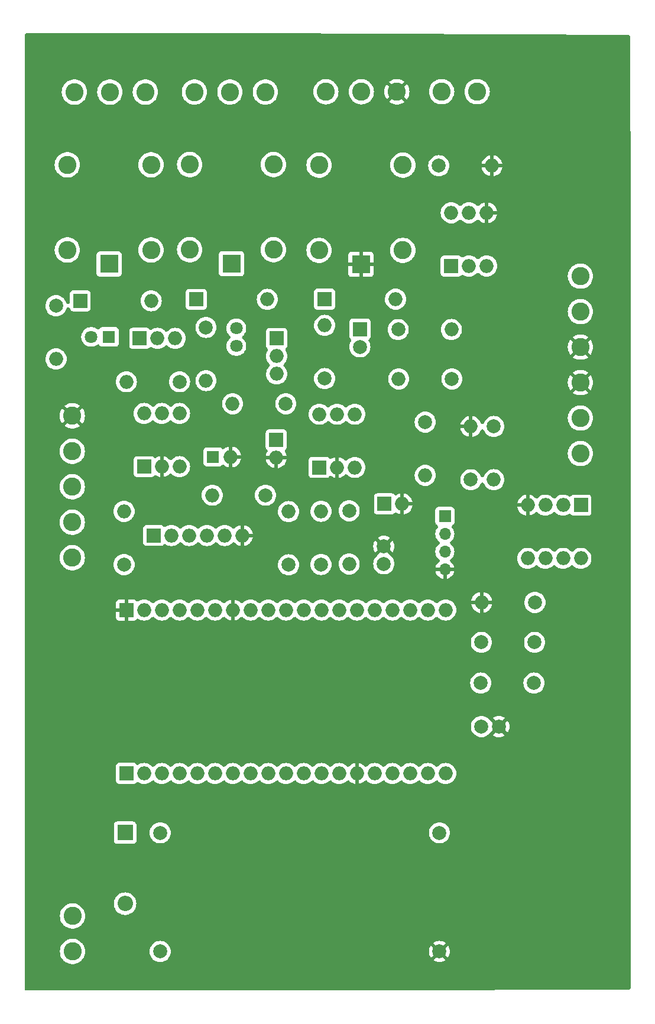
<source format=gbr>
%TF.GenerationSoftware,KiCad,Pcbnew,7.0.2*%
%TF.CreationDate,2024-04-12T13:31:14-03:00*%
%TF.ProjectId,Belliz_IOT,42656c6c-697a-45f4-994f-542e6b696361,rev?*%
%TF.SameCoordinates,Original*%
%TF.FileFunction,Copper,L1,Top*%
%TF.FilePolarity,Positive*%
%FSLAX46Y46*%
G04 Gerber Fmt 4.6, Leading zero omitted, Abs format (unit mm)*
G04 Created by KiCad (PCBNEW 7.0.2) date 2024-04-12 13:31:14*
%MOMM*%
%LPD*%
G01*
G04 APERTURE LIST*
%TA.AperFunction,ComponentPad*%
%ADD10C,2.000000*%
%TD*%
%TA.AperFunction,ComponentPad*%
%ADD11O,2.000000X2.000000*%
%TD*%
%TA.AperFunction,ComponentPad*%
%ADD12R,2.000000X2.000000*%
%TD*%
%TA.AperFunction,ComponentPad*%
%ADD13C,2.600000*%
%TD*%
%TA.AperFunction,ComponentPad*%
%ADD14R,1.800000X1.800000*%
%TD*%
%TA.AperFunction,ComponentPad*%
%ADD15C,1.800000*%
%TD*%
%TA.AperFunction,ComponentPad*%
%ADD16R,2.600000X2.600000*%
%TD*%
%TA.AperFunction,ComponentPad*%
%ADD17R,1.700000X1.700000*%
%TD*%
%TA.AperFunction,ComponentPad*%
%ADD18O,1.700000X1.700000*%
%TD*%
%TA.AperFunction,ComponentPad*%
%ADD19R,2.200000X2.200000*%
%TD*%
%TA.AperFunction,ComponentPad*%
%ADD20O,2.200000X2.200000*%
%TD*%
G04 APERTURE END LIST*
D10*
%TO.P,R2,1*%
%TO.N,+3.3V*%
X109030000Y-101550000D03*
D11*
%TO.P,R2,2*%
%TO.N,/Microcontroller/BT_CONFIG*%
X109030000Y-109170000D03*
%TD*%
D12*
%TO.P,U7,1*%
%TO.N,Net-(R24-Pad2)*%
X104750000Y-95340000D03*
D11*
%TO.P,U7,2*%
%TO.N,Earth*%
X107290000Y-95340000D03*
%TO.P,U7,3,NC*%
%TO.N,unconnected-(U7-NC-Pad3)*%
X109830000Y-95340000D03*
%TO.P,U7,4*%
%TO.N,Net-(R25-Pad1)*%
X109830000Y-87720000D03*
%TO.P,U7,5*%
%TO.N,+3.3V*%
X107290000Y-87720000D03*
%TO.P,U7,6*%
%TO.N,unconnected-(U7-Pad6)*%
X104750000Y-87720000D03*
%TD*%
D12*
%TO.P,LED5,1,K*%
%TO.N,/Reles/OUT_DETECTOR*%
X110570000Y-75535000D03*
D10*
%TO.P,LED5,2,A*%
%TO.N,Net-(LED5-A)*%
X110570000Y-78075000D03*
%TD*%
%TO.P,R6,1*%
%TO.N,Net-(U1A-+)*%
X126460000Y-97110000D03*
D11*
%TO.P,R6,2*%
%TO.N,Earth*%
X126460000Y-89490000D03*
%TD*%
D10*
%TO.P,R18,1*%
%TO.N,/Microcontroller/FIRE_GPIO*%
X123750000Y-82670000D03*
D11*
%TO.P,R18,2*%
%TO.N,+3.3V*%
X116130000Y-82670000D03*
%TD*%
D13*
%TO.P,J5,1,Pin_1*%
%TO.N,+5V*%
X142156000Y-67960300D03*
%TO.P,J5,2,Pin_2*%
%TO.N,/Microcontroller/ACS712_OUT*%
X142156000Y-73040300D03*
%TO.P,J5,3,Pin_3*%
%TO.N,Earth*%
X142156000Y-78120300D03*
%TO.P,J5,4,Pin_4*%
X142156000Y-83200300D03*
%TO.P,J5,5,Pin_5*%
%TO.N,/Microcontroller/TCRT5000*%
X142156000Y-88280300D03*
%TO.P,J5,6,Pin_6*%
%TO.N,+3.3V*%
X142156000Y-93360300D03*
%TD*%
D10*
%TO.P,R4,1*%
%TO.N,Net-(U1B--)*%
X135640000Y-114680000D03*
D11*
%TO.P,R4,2*%
%TO.N,Earth*%
X128020000Y-114680000D03*
%TD*%
D10*
%TO.P,R9,1*%
%TO.N,/Microcontroller/LED_VD*%
X100350000Y-109280000D03*
D11*
%TO.P,R9,2*%
%TO.N,Net-(J2-Pin_1)*%
X100350000Y-101660000D03*
%TD*%
D10*
%TO.P,R5,1*%
%TO.N,/Microcontroller/ACS712_OUT*%
X129760000Y-89480000D03*
D11*
%TO.P,R5,2*%
%TO.N,Net-(U1A-+)*%
X129760000Y-97100000D03*
%TD*%
D10*
%TO.P,R21,1*%
%TO.N,/Microcontroller/RELE_1*%
X76800000Y-109260000D03*
D11*
%TO.P,R21,2*%
%TO.N,Net-(R21-Pad2)*%
X76800000Y-101640000D03*
%TD*%
D10*
%TO.P,R8,1*%
%TO.N,/Microcontroller/LED_VM*%
X97050000Y-99320000D03*
D11*
%TO.P,R8,2*%
%TO.N,Net-(J1-Pin_1)*%
X89430000Y-99320000D03*
%TD*%
D10*
%TO.P,R25,1*%
%TO.N,Net-(R25-Pad1)*%
X99960000Y-86230000D03*
D11*
%TO.P,R25,2*%
%TO.N,Net-(Q2-B)*%
X92340000Y-86230000D03*
%TD*%
D12*
%TO.P,J12,1,Pin_1*%
%TO.N,unconnected-(J12-Pin_1-Pad1)*%
X81040000Y-105090000D03*
D11*
%TO.P,J12,2,Pin_2*%
%TO.N,unconnected-(J12-Pin_2-Pad2)*%
X83580000Y-105090000D03*
%TO.P,J12,3,Pin_3*%
%TO.N,/Microcontroller/SCL*%
X86120000Y-105090000D03*
%TO.P,J12,4,Pin_4*%
%TO.N,/Microcontroller/SDA*%
X88660000Y-105090000D03*
%TO.P,J12,5,Pin_5*%
%TO.N,+3.3V*%
X91200000Y-105090000D03*
%TO.P,J12,6,Pin_6*%
%TO.N,Earth*%
X93740000Y-105090000D03*
%TD*%
D13*
%TO.P,J7,1,1*%
%TO.N,+12V*%
X105700000Y-41550000D03*
%TO.P,J7,2,2*%
%TO.N,/Reles/OUT_DETECTOR*%
X110780000Y-41550000D03*
%TO.P,J7,3,3*%
%TO.N,Earth*%
X115860000Y-41550000D03*
%TD*%
D10*
%TO.P,C1,2*%
%TO.N,Earth*%
X130476000Y-132460300D03*
%TO.P,C1,1*%
%TO.N,/Microcontroller/ACS712_BUF*%
X127976000Y-132460300D03*
%TD*%
D12*
%TO.P,U1,1*%
%TO.N,Net-(U1A--)*%
X142220000Y-100750000D03*
D11*
%TO.P,U1,2,-*%
X139680000Y-100750000D03*
%TO.P,U1,3,+*%
%TO.N,Net-(U1A-+)*%
X137140000Y-100750000D03*
%TO.P,U1,4,V-*%
%TO.N,Earth*%
X134600000Y-100750000D03*
%TO.P,U1,5,+*%
%TO.N,/Microcontroller/TCRT5000*%
X134600000Y-108370000D03*
%TO.P,U1,6,-*%
%TO.N,Net-(U1B--)*%
X137140000Y-108370000D03*
%TO.P,U1,7*%
%TO.N,/Microcontroller/OUT_RPM*%
X139680000Y-108370000D03*
%TO.P,U1,8,V+*%
%TO.N,+5V*%
X142220000Y-108370000D03*
%TD*%
D10*
%TO.P,R11,1*%
%TO.N,+3.3V*%
X119920000Y-88860000D03*
D11*
%TO.P,R11,2*%
%TO.N,/Microcontroller/DHT22*%
X119920000Y-96480000D03*
%TD*%
D13*
%TO.P,J9,1,1*%
%TO.N,/Reles/RELE_1_NF*%
X69680000Y-41593600D03*
%TO.P,J9,2,2*%
%TO.N,/Reles/COM_1*%
X74760000Y-41593600D03*
%TO.P,J9,3,3*%
%TO.N,/Reles/RELE_1_NA*%
X79840000Y-41593600D03*
%TD*%
D10*
%TO.P,R16,1*%
%TO.N,+12V*%
X116050000Y-75600000D03*
D11*
%TO.P,R16,2*%
%TO.N,Net-(R16-Pad2)*%
X123670000Y-75600000D03*
%TD*%
D10*
%TO.P,U3,4,OUT-*%
%TO.N,Earth*%
X121970000Y-164665000D03*
%TO.P,U3,3,OUT+*%
%TO.N,+5V*%
X121970000Y-147665000D03*
%TO.P,U3,2,IN_-*%
%TO.N,Net-(U3-IN_-)*%
X81970000Y-164665000D03*
%TO.P,U3,1,IN+*%
%TO.N,+12V*%
X81970000Y-147665000D03*
%TD*%
D12*
%TO.P,U4,1*%
%TO.N,Net-(R16-Pad2)*%
X123650000Y-66500000D03*
D11*
%TO.P,U4,2*%
%TO.N,/Reles/RELE_3_NA*%
X126190000Y-66500000D03*
%TO.P,U4,3,NC*%
%TO.N,unconnected-(U4-NC-Pad3)*%
X128730000Y-66500000D03*
%TO.P,U4,4*%
%TO.N,Earth*%
X128730000Y-58880000D03*
%TO.P,U4,5*%
%TO.N,/Microcontroller/FIRE_GPIO*%
X126190000Y-58880000D03*
%TO.P,U4,6*%
%TO.N,unconnected-(U4-Pad6)*%
X123650000Y-58880000D03*
%TD*%
D10*
%TO.P,R7,1*%
%TO.N,Net-(U1A--)*%
X135500000Y-126220000D03*
%TO.P,R7,2*%
%TO.N,/Microcontroller/ACS712_BUF*%
X127880000Y-126220000D03*
%TD*%
D14*
%TO.P,LED3,1,K*%
%TO.N,Net-(D5-A)*%
X74620000Y-76650000D03*
D15*
%TO.P,LED3,2,A*%
%TO.N,Net-(LED3-A)*%
X72080000Y-76650000D03*
%TD*%
D10*
%TO.P,R26,1*%
%TO.N,+12V*%
X88530000Y-75300000D03*
D11*
%TO.P,R26,2*%
%TO.N,Net-(LED4-A)*%
X88530000Y-82920000D03*
%TD*%
D12*
%TO.P,D7,1,K*%
%TO.N,+12V*%
X105520000Y-71250000D03*
D11*
%TO.P,D7,2,A*%
%TO.N,/Reles/OUT_DETECTOR*%
X115680000Y-71250000D03*
%TD*%
D13*
%TO.P,K5,1*%
%TO.N,Net-(D6-A)*%
X98190000Y-64170000D03*
D16*
%TO.P,K5,2*%
%TO.N,/Reles/COM_2*%
X92190000Y-66170000D03*
D13*
%TO.P,K5,3*%
%TO.N,/Reles/RELE_2_NA*%
X98190000Y-51970000D03*
%TO.P,K5,4*%
%TO.N,/Reles/RELE_2_NF*%
X86190000Y-51970000D03*
%TO.P,K5,5*%
%TO.N,+12V*%
X86190000Y-64170000D03*
%TD*%
D12*
%TO.P,D5,1,K*%
%TO.N,+12V*%
X70510000Y-71480000D03*
D11*
%TO.P,D5,2,A*%
%TO.N,Net-(D5-A)*%
X80670000Y-71480000D03*
%TD*%
D10*
%TO.P,R24,1*%
%TO.N,/Microcontroller/RELE_2*%
X105000000Y-109250000D03*
D11*
%TO.P,R24,2*%
%TO.N,Net-(R24-Pad2)*%
X105000000Y-101630000D03*
%TD*%
D12*
%TO.P,J2,1,Pin_1*%
%TO.N,Net-(J2-Pin_1)*%
X98590000Y-91405000D03*
D11*
%TO.P,J2,2,Pin_2*%
%TO.N,Earth*%
X98590000Y-93945000D03*
%TD*%
D12*
%TO.P,U6,1*%
%TO.N,Net-(R21-Pad2)*%
X79670000Y-95240000D03*
D11*
%TO.P,U6,2*%
%TO.N,Earth*%
X82210000Y-95240000D03*
%TO.P,U6,3,NC*%
%TO.N,unconnected-(U6-NC-Pad3)*%
X84750000Y-95240000D03*
%TO.P,U6,4*%
%TO.N,Net-(R22-Pad1)*%
X84750000Y-87620000D03*
%TO.P,U6,5*%
%TO.N,+3.3V*%
X82210000Y-87620000D03*
%TO.P,U6,6*%
%TO.N,unconnected-(U6-Pad6)*%
X79670000Y-87620000D03*
%TD*%
D13*
%TO.P,J11,1,1*%
%TO.N,Net-(U3-IN_-)*%
X69415000Y-164664300D03*
%TO.P,J11,2,2*%
%TO.N,Net-(D1-A)*%
X69415000Y-159584300D03*
%TD*%
%TO.P,J4,1,Pin_1*%
%TO.N,/Microcontroller/MAX6675_SO*%
X69374000Y-108279700D03*
%TO.P,J4,2,Pin_2*%
%TO.N,/Microcontroller/MAX6675_CS*%
X69374000Y-103199700D03*
%TO.P,J4,3,Pin_3*%
%TO.N,/Microcontroller/MAX6675_SCK*%
X69374000Y-98119700D03*
%TO.P,J4,4,Pin_4*%
%TO.N,+3.3V*%
X69374000Y-93039700D03*
%TO.P,J4,5,Pin_5*%
%TO.N,Earth*%
X69374000Y-87959700D03*
%TD*%
%TO.P,J8,1,1*%
%TO.N,+12V*%
X122280000Y-41539000D03*
%TO.P,J8,2,2*%
%TO.N,/Reles/RELE_3_NA*%
X127360000Y-41539000D03*
%TD*%
D10*
%TO.P,R23,1*%
%TO.N,+12V*%
X67060000Y-72190000D03*
D11*
%TO.P,R23,2*%
%TO.N,Net-(LED3-A)*%
X67060000Y-79810000D03*
%TD*%
D12*
%TO.P,Q2,1,C*%
%TO.N,Net-(D6-A)*%
X98650000Y-76880000D03*
D11*
%TO.P,Q2,2,B*%
%TO.N,Net-(Q2-B)*%
X98650000Y-79420000D03*
%TO.P,Q2,3,E*%
%TO.N,/Reles/GND2*%
X98650000Y-81960000D03*
%TD*%
D10*
%TO.P,C2,1*%
%TO.N,/Microcontroller/BT_CONFIG*%
X113990000Y-109150000D03*
%TO.P,C2,2*%
%TO.N,Earth*%
X113990000Y-106650000D03*
%TD*%
D17*
%TO.P,J6,1,Pin_1*%
%TO.N,+3.3V*%
X122740000Y-102320000D03*
D18*
%TO.P,J6,2,Pin_2*%
%TO.N,/Microcontroller/DHT22*%
X122740000Y-104860000D03*
%TO.P,J6,3,Pin_3*%
%TO.N,unconnected-(J6-Pin_3-Pad3)*%
X122740000Y-107400000D03*
%TO.P,J6,4,Pin_4*%
%TO.N,Earth*%
X122740000Y-109940000D03*
%TD*%
D12*
%TO.P,J3,1,Pin_1*%
%TO.N,/Microcontroller/BT_CONFIG*%
X114095000Y-100570000D03*
D11*
%TO.P,J3,2,Pin_2*%
%TO.N,Earth*%
X116635000Y-100570000D03*
%TD*%
D10*
%TO.P,R1,1*%
%TO.N,+12V*%
X105520000Y-82620000D03*
D11*
%TO.P,R1,2*%
%TO.N,Net-(LED5-A)*%
X105520000Y-75000000D03*
%TD*%
D12*
%TO.P,Q1,1,C*%
%TO.N,Net-(D5-A)*%
X79040000Y-76860000D03*
D11*
%TO.P,Q1,2,B*%
%TO.N,Net-(Q1-B)*%
X81580000Y-76860000D03*
%TO.P,Q1,3,E*%
%TO.N,/Reles/GND2*%
X84120000Y-76860000D03*
%TD*%
D12*
%TO.P,U5,1,3V3*%
%TO.N,+3.3V*%
X77137500Y-139170000D03*
D11*
%TO.P,U5,2,EN*%
%TO.N,unconnected-(U5-EN-Pad2)*%
X79677500Y-139170000D03*
%TO.P,U5,3,GPIO36/ADC0*%
%TO.N,unconnected-(U5-GPIO36{slash}ADC0-Pad3)*%
X82217500Y-139170000D03*
%TO.P,U5,4,GPIO39/ADC3*%
%TO.N,/Microcontroller/FIRE_GPIO*%
X84757500Y-139170000D03*
%TO.P,U5,5,GPIO34/ADC6*%
%TO.N,/Microcontroller/ACS712_BUF*%
X87297500Y-139170000D03*
%TO.P,U5,6,GPIO35/ADC7*%
%TO.N,unconnected-(U5-GPIO35{slash}ADC7-Pad6)*%
X89837500Y-139170000D03*
%TO.P,U5,7,GPIO32/ADC4*%
%TO.N,/Microcontroller/MAX6675_SO*%
X92377500Y-139170000D03*
%TO.P,U5,8,GPIO33/ADC5*%
%TO.N,/Microcontroller/MAX6675_CS*%
X94917500Y-139170000D03*
%TO.P,U5,9,GPIO25/ADC18*%
%TO.N,/Microcontroller/MAX6675_SCK*%
X97457500Y-139170000D03*
%TO.P,U5,10,GPIO26/ADC19*%
%TO.N,/Microcontroller/OUT_RPM*%
X99997500Y-139170000D03*
%TO.P,U5,11,GPIO27/ADC17*%
%TO.N,unconnected-(U5-GPIO27{slash}ADC17-Pad11)*%
X102537500Y-139170000D03*
%TO.P,U5,12,GPIO14/ADC16*%
%TO.N,unconnected-(U5-GPIO14{slash}ADC16-Pad12)*%
X105077500Y-139170000D03*
%TO.P,U5,13,GPIO12/ADC15*%
%TO.N,unconnected-(U5-GPIO12{slash}ADC15-Pad13)*%
X107617500Y-139170000D03*
%TO.P,U5,14,GND*%
%TO.N,Earth*%
X110157500Y-139170000D03*
%TO.P,U5,15,GPIO13/ADC14*%
%TO.N,unconnected-(U5-GPIO13{slash}ADC14-Pad15)*%
X112697500Y-139170000D03*
%TO.P,U5,16,GPIO9/RX1*%
%TO.N,unconnected-(U5-GPIO9{slash}RX1-Pad16)*%
X115237500Y-139170000D03*
%TO.P,U5,17,GPIO10/TX1*%
%TO.N,unconnected-(U5-GPIO10{slash}TX1-Pad17)*%
X117777500Y-139170000D03*
%TO.P,U5,18,GPIO11*%
%TO.N,unconnected-(U5-GPIO11-Pad18)*%
X120317500Y-139170000D03*
%TO.P,U5,19,5V*%
%TO.N,+5V*%
X122857500Y-139170000D03*
%TO.P,U5,20,GPIO6/FLASH_CK*%
%TO.N,unconnected-(U5-GPIO6{slash}FLASH_CK-Pad20)*%
X122857500Y-115770000D03*
%TO.P,U5,21,GPIO7/FLASH_D0*%
%TO.N,unconnected-(U5-GPIO7{slash}FLASH_D0-Pad21)*%
X120317500Y-115770000D03*
%TO.P,U5,22,GPIO8/FLASH_D1*%
%TO.N,unconnected-(U5-GPIO8{slash}FLASH_D1-Pad22)*%
X117777500Y-115770000D03*
%TO.P,U5,23,GPIO15/ADC13*%
%TO.N,unconnected-(U5-GPIO15{slash}ADC13-Pad23)*%
X115237500Y-115770000D03*
%TO.P,U5,24,GPIO2/ADC12*%
%TO.N,unconnected-(U5-GPIO2{slash}ADC12-Pad24)*%
X112697500Y-115770000D03*
%TO.P,U5,25,GPIO0/ADC11*%
%TO.N,unconnected-(U5-GPIO0{slash}ADC11-Pad25)*%
X110157500Y-115770000D03*
%TO.P,U5,26,GPIO4/ADC10*%
%TO.N,/Microcontroller/DHT22*%
X107617500Y-115770000D03*
%TO.P,U5,27,GPIO16/RX2*%
%TO.N,/Microcontroller/BT_CONFIG*%
X105077500Y-115770000D03*
%TO.P,U5,28,GPIO17/TX2*%
%TO.N,/Microcontroller/RELE_2*%
X102537500Y-115770000D03*
%TO.P,U5,29,GPIO5/SS*%
%TO.N,unconnected-(U5-GPIO5{slash}SS-Pad29)*%
X99997500Y-115770000D03*
%TO.P,U5,30,GPIO18/SCK*%
%TO.N,/Microcontroller/LED_VD*%
X97457500Y-115770000D03*
%TO.P,U5,31,GPIO19/MISO*%
%TO.N,/Microcontroller/LED_VM*%
X94917500Y-115770000D03*
%TO.P,U5,32,GND*%
%TO.N,Earth*%
X92377500Y-115770000D03*
%TO.P,U5,33,GPIO21/SDA*%
%TO.N,/Microcontroller/SDA*%
X89837500Y-115770000D03*
%TO.P,U5,34,GPIO3/RX0*%
%TO.N,unconnected-(U5-GPIO3{slash}RX0-Pad34)*%
X87297500Y-115770000D03*
%TO.P,U5,35,GPIO1/TX0*%
%TO.N,unconnected-(U5-GPIO1{slash}TX0-Pad35)*%
X84757500Y-115770000D03*
%TO.P,U5,36,GPIO22/SCL*%
%TO.N,/Microcontroller/SCL*%
X82217500Y-115770000D03*
%TO.P,U5,37,GPIO23/MOSI*%
%TO.N,/Microcontroller/RELE_1*%
X79677500Y-115770000D03*
D12*
%TO.P,U5,38,GND*%
%TO.N,Earth*%
X77137500Y-115770000D03*
%TD*%
D10*
%TO.P,R22,1*%
%TO.N,Net-(R22-Pad1)*%
X84750000Y-83070000D03*
D11*
%TO.P,R22,2*%
%TO.N,Net-(Q1-B)*%
X77130000Y-83070000D03*
%TD*%
D13*
%TO.P,K6,1*%
%TO.N,/Reles/OUT_DETECTOR*%
X116724600Y-64256400D03*
D16*
%TO.P,K6,2*%
%TO.N,Earth*%
X110724600Y-66256400D03*
D13*
%TO.P,K6,3*%
%TO.N,/Reles/RELE_3_NA*%
X116724600Y-52056400D03*
%TO.P,K6,4*%
%TO.N,/Reles/GND2*%
X104724600Y-52056400D03*
%TO.P,K6,5*%
%TO.N,+12V*%
X104724600Y-64256400D03*
%TD*%
D10*
%TO.P,R17,1*%
%TO.N,/Reles/RELE_3_NA*%
X121870000Y-52130000D03*
D11*
%TO.P,R17,2*%
%TO.N,Earth*%
X129490000Y-52130000D03*
%TD*%
D12*
%TO.P,D6,1,K*%
%TO.N,+12V*%
X87150000Y-71280000D03*
D11*
%TO.P,D6,2,A*%
%TO.N,Net-(D6-A)*%
X97310000Y-71280000D03*
%TD*%
D17*
%TO.P,J1,1,Pin_1*%
%TO.N,Net-(J1-Pin_1)*%
X89545000Y-93830000D03*
D11*
%TO.P,J1,2,Pin_2*%
%TO.N,Earth*%
X92085000Y-93830000D03*
%TD*%
D10*
%TO.P,R3,1*%
%TO.N,+3.3V*%
X127980000Y-120400000D03*
%TO.P,R3,2*%
%TO.N,Net-(U1B--)*%
X135600000Y-120400000D03*
%TD*%
D19*
%TO.P,D1,1,K*%
%TO.N,+12V*%
X76940000Y-147660000D03*
D20*
%TO.P,D1,2,A*%
%TO.N,Net-(D1-A)*%
X76940000Y-157820000D03*
%TD*%
D13*
%TO.P,J10,1,1*%
%TO.N,/Reles/RELE_2_NF*%
X86875400Y-41583600D03*
%TO.P,J10,2,2*%
%TO.N,/Reles/COM_2*%
X91955400Y-41583600D03*
%TO.P,J10,3,3*%
%TO.N,/Reles/RELE_2_NA*%
X97035400Y-41583600D03*
%TD*%
D15*
%TO.P,LED4,1,K*%
%TO.N,Net-(D6-A)*%
X92870000Y-75425000D03*
%TO.P,LED4,2,A*%
%TO.N,Net-(LED4-A)*%
X92870000Y-77965000D03*
%TD*%
D13*
%TO.P,K4,1*%
%TO.N,Net-(D5-A)*%
X80670000Y-64210000D03*
D16*
%TO.P,K4,2*%
%TO.N,/Reles/COM_1*%
X74670000Y-66210000D03*
D13*
%TO.P,K4,3*%
%TO.N,/Reles/RELE_1_NA*%
X80670000Y-52010000D03*
%TO.P,K4,4*%
%TO.N,/Reles/RELE_1_NF*%
X68670000Y-52010000D03*
%TO.P,K4,5*%
%TO.N,+12V*%
X68670000Y-64210000D03*
%TD*%
%TA.AperFunction,Conductor*%
%TO.N,Earth*%
G36*
X149008693Y-33378958D02*
G01*
X149105431Y-33398618D01*
X149187282Y-33453801D01*
X149241785Y-33536107D01*
X149260643Y-33631308D01*
X149329500Y-60532657D01*
X149329500Y-169861056D01*
X149310242Y-169957875D01*
X149255398Y-170039954D01*
X149173319Y-170094798D01*
X149076500Y-170114056D01*
X149073690Y-170114040D01*
X148710001Y-170110000D01*
X148710000Y-170110000D01*
X110750191Y-170259500D01*
X62813500Y-170259500D01*
X62716681Y-170240242D01*
X62634602Y-170185398D01*
X62579758Y-170103319D01*
X62560500Y-170006500D01*
X62560500Y-164664300D01*
X67601429Y-164664300D01*
X67621685Y-164934600D01*
X67682001Y-165198861D01*
X67781028Y-165451177D01*
X67916557Y-165685922D01*
X68085559Y-165897843D01*
X68284255Y-166082206D01*
X68508214Y-166234899D01*
X68621640Y-166289521D01*
X68752428Y-166352506D01*
X69011442Y-166432401D01*
X69145456Y-166452600D01*
X69279471Y-166472800D01*
X69279472Y-166472800D01*
X69550529Y-166472800D01*
X69590927Y-166466710D01*
X69818558Y-166432401D01*
X70077572Y-166352506D01*
X70321786Y-166234899D01*
X70545743Y-166082207D01*
X70744442Y-165897842D01*
X70913443Y-165685921D01*
X71048971Y-165451179D01*
X71147999Y-165198859D01*
X71208315Y-164934599D01*
X71228519Y-164664999D01*
X80456835Y-164664999D01*
X80475464Y-164901706D01*
X80475464Y-164901709D01*
X80475465Y-164901711D01*
X80530895Y-165132594D01*
X80530896Y-165132596D01*
X80621758Y-165351961D01*
X80682559Y-165451177D01*
X80745824Y-165554416D01*
X80900031Y-165734969D01*
X81080584Y-165889176D01*
X81232423Y-165982223D01*
X81283038Y-166013241D01*
X81378709Y-166052868D01*
X81502406Y-166104105D01*
X81733289Y-166159535D01*
X81970000Y-166178165D01*
X82206711Y-166159535D01*
X82437594Y-166104105D01*
X82656963Y-166013240D01*
X82859416Y-165889176D01*
X83039969Y-165734969D01*
X83194176Y-165554416D01*
X83318240Y-165351963D01*
X83409105Y-165132594D01*
X83464535Y-164901711D01*
X83483165Y-164665000D01*
X120457337Y-164665000D01*
X120475959Y-164901634D01*
X120531370Y-165132435D01*
X120622207Y-165351736D01*
X120736896Y-165538891D01*
X121485638Y-164790149D01*
X121510507Y-164874844D01*
X121588239Y-164995798D01*
X121696900Y-165089952D01*
X121827685Y-165149680D01*
X121842412Y-165151797D01*
X121096107Y-165898101D01*
X121283266Y-166012794D01*
X121502564Y-166103629D01*
X121733365Y-166159040D01*
X121969999Y-166177662D01*
X122206634Y-166159040D01*
X122437435Y-166103629D01*
X122656737Y-166012792D01*
X122843892Y-165898102D01*
X122097587Y-165151797D01*
X122112315Y-165149680D01*
X122243100Y-165089952D01*
X122351761Y-164995798D01*
X122429493Y-164874844D01*
X122454360Y-164790151D01*
X123203101Y-165538892D01*
X123317792Y-165351737D01*
X123408629Y-165132435D01*
X123464040Y-164901634D01*
X123482662Y-164665000D01*
X123464040Y-164428365D01*
X123408629Y-164197564D01*
X123317794Y-163978266D01*
X123203101Y-163791107D01*
X122454360Y-164539848D01*
X122429493Y-164455156D01*
X122351761Y-164334202D01*
X122243100Y-164240048D01*
X122112315Y-164180320D01*
X122097585Y-164178202D01*
X122843892Y-163431896D01*
X122656736Y-163317207D01*
X122437435Y-163226370D01*
X122206634Y-163170959D01*
X121969999Y-163152337D01*
X121733365Y-163170959D01*
X121502564Y-163226370D01*
X121283261Y-163317208D01*
X121096106Y-163431896D01*
X121842412Y-164178202D01*
X121827685Y-164180320D01*
X121696900Y-164240048D01*
X121588239Y-164334202D01*
X121510507Y-164455156D01*
X121485639Y-164539848D01*
X120736896Y-163791106D01*
X120622208Y-163978261D01*
X120531370Y-164197564D01*
X120475959Y-164428365D01*
X120457337Y-164665000D01*
X83483165Y-164665000D01*
X83464535Y-164428289D01*
X83409105Y-164197406D01*
X83318333Y-163978261D01*
X83318241Y-163978038D01*
X83287224Y-163927423D01*
X83194176Y-163775584D01*
X83039969Y-163595031D01*
X82859416Y-163440824D01*
X82758189Y-163378791D01*
X82656961Y-163316758D01*
X82465618Y-163237502D01*
X82437594Y-163225895D01*
X82206711Y-163170465D01*
X82206709Y-163170464D01*
X82206706Y-163170464D01*
X81970000Y-163151835D01*
X81733293Y-163170464D01*
X81733288Y-163170465D01*
X81733289Y-163170465D01*
X81502406Y-163225895D01*
X81502404Y-163225895D01*
X81502403Y-163225896D01*
X81283038Y-163316758D01*
X81080581Y-163440826D01*
X80900031Y-163595031D01*
X80745826Y-163775581D01*
X80621758Y-163978038D01*
X80530896Y-164197403D01*
X80475464Y-164428293D01*
X80456835Y-164664999D01*
X71228519Y-164664999D01*
X71228571Y-164664300D01*
X71208315Y-164394001D01*
X71147999Y-164129741D01*
X71048971Y-163877421D01*
X70913443Y-163642679D01*
X70913442Y-163642677D01*
X70752469Y-163440824D01*
X70744442Y-163430758D01*
X70545743Y-163246393D01*
X70321786Y-163093701D01*
X70321787Y-163093701D01*
X70321782Y-163093698D01*
X70077572Y-162976093D01*
X69818559Y-162896199D01*
X69550529Y-162855800D01*
X69550528Y-162855800D01*
X69279472Y-162855800D01*
X69279471Y-162855800D01*
X69011443Y-162896198D01*
X68752425Y-162976095D01*
X68508214Y-163093700D01*
X68284255Y-163246393D01*
X68085559Y-163430756D01*
X67916557Y-163642677D01*
X67781028Y-163877422D01*
X67682001Y-164129738D01*
X67621685Y-164393999D01*
X67601429Y-164664300D01*
X62560500Y-164664300D01*
X62560500Y-159584300D01*
X67601429Y-159584300D01*
X67621685Y-159854600D01*
X67682001Y-160118861D01*
X67781028Y-160371177D01*
X67916557Y-160605922D01*
X68085559Y-160817843D01*
X68284255Y-161002206D01*
X68508214Y-161154899D01*
X68621640Y-161209521D01*
X68752428Y-161272506D01*
X69011442Y-161352401D01*
X69145457Y-161372600D01*
X69279471Y-161392800D01*
X69279472Y-161392800D01*
X69550529Y-161392800D01*
X69590927Y-161386710D01*
X69818558Y-161352401D01*
X70077572Y-161272506D01*
X70321786Y-161154899D01*
X70545743Y-161002207D01*
X70744442Y-160817842D01*
X70913443Y-160605921D01*
X71048971Y-160371179D01*
X71147999Y-160118859D01*
X71208315Y-159854599D01*
X71228571Y-159584300D01*
X71208315Y-159314001D01*
X71147999Y-159049741D01*
X71048971Y-158797421D01*
X70913443Y-158562679D01*
X70913442Y-158562677D01*
X70744440Y-158350756D01*
X70545746Y-158166396D01*
X70545743Y-158166393D01*
X70321786Y-158013701D01*
X70321787Y-158013701D01*
X70321782Y-158013698D01*
X70077572Y-157896093D01*
X69830882Y-157820000D01*
X75326526Y-157820000D01*
X75346390Y-158072399D01*
X75346391Y-158072403D01*
X75405495Y-158318591D01*
X75405496Y-158318593D01*
X75502382Y-158552499D01*
X75502384Y-158552502D01*
X75634672Y-158768376D01*
X75799102Y-158960898D01*
X75991624Y-159125328D01*
X76207498Y-159257616D01*
X76441409Y-159354505D01*
X76687597Y-159413609D01*
X76940000Y-159433474D01*
X77192403Y-159413609D01*
X77438591Y-159354505D01*
X77672502Y-159257616D01*
X77888376Y-159125328D01*
X78080898Y-158960898D01*
X78245328Y-158768376D01*
X78377616Y-158552502D01*
X78474505Y-158318591D01*
X78533609Y-158072403D01*
X78553474Y-157820000D01*
X78533609Y-157567597D01*
X78474505Y-157321409D01*
X78377616Y-157087498D01*
X78245328Y-156871624D01*
X78080898Y-156679102D01*
X77888376Y-156514672D01*
X77672502Y-156382384D01*
X77672499Y-156382382D01*
X77438593Y-156285496D01*
X77438591Y-156285495D01*
X77192403Y-156226391D01*
X77192399Y-156226390D01*
X76966003Y-156208572D01*
X76940000Y-156206526D01*
X76939999Y-156206526D01*
X76687600Y-156226390D01*
X76564502Y-156255943D01*
X76441409Y-156285495D01*
X76441407Y-156285495D01*
X76441406Y-156285496D01*
X76207500Y-156382382D01*
X75991621Y-156514674D01*
X75799102Y-156679102D01*
X75634674Y-156871621D01*
X75502382Y-157087500D01*
X75405496Y-157321406D01*
X75346390Y-157567600D01*
X75326526Y-157820000D01*
X69830882Y-157820000D01*
X69818559Y-157816199D01*
X69550529Y-157775800D01*
X69550528Y-157775800D01*
X69279472Y-157775800D01*
X69279471Y-157775800D01*
X69011443Y-157816198D01*
X68752425Y-157896095D01*
X68508214Y-158013700D01*
X68284255Y-158166393D01*
X68085559Y-158350756D01*
X67916557Y-158562677D01*
X67781028Y-158797422D01*
X67682001Y-159049738D01*
X67621685Y-159313999D01*
X67601429Y-159584300D01*
X62560500Y-159584300D01*
X62560500Y-148808638D01*
X75331500Y-148808638D01*
X75332222Y-148815360D01*
X75332223Y-148815366D01*
X75338011Y-148869201D01*
X75389111Y-149006204D01*
X75476738Y-149123261D01*
X75550082Y-149178165D01*
X75593796Y-149210889D01*
X75730799Y-149261989D01*
X75791362Y-149268500D01*
X75798137Y-149268500D01*
X78081863Y-149268500D01*
X78088638Y-149268500D01*
X78149201Y-149261989D01*
X78286204Y-149210889D01*
X78403261Y-149123261D01*
X78490889Y-149006204D01*
X78541989Y-148869201D01*
X78548500Y-148808638D01*
X78548500Y-147665000D01*
X80456835Y-147665000D01*
X80475464Y-147901706D01*
X80475464Y-147901709D01*
X80475465Y-147901711D01*
X80530895Y-148132594D01*
X80530896Y-148132596D01*
X80621758Y-148351961D01*
X80683792Y-148453189D01*
X80745824Y-148554416D01*
X80900031Y-148734969D01*
X81080584Y-148889176D01*
X81232423Y-148982223D01*
X81283038Y-149013241D01*
X81378709Y-149052868D01*
X81502406Y-149104105D01*
X81733289Y-149159535D01*
X81970000Y-149178165D01*
X82206711Y-149159535D01*
X82437594Y-149104105D01*
X82656963Y-149013240D01*
X82859416Y-148889176D01*
X83039969Y-148734969D01*
X83194176Y-148554416D01*
X83318240Y-148351963D01*
X83409105Y-148132594D01*
X83464535Y-147901711D01*
X83483165Y-147665000D01*
X120456835Y-147665000D01*
X120475464Y-147901706D01*
X120475464Y-147901709D01*
X120475465Y-147901711D01*
X120530895Y-148132594D01*
X120530896Y-148132596D01*
X120621758Y-148351961D01*
X120683792Y-148453189D01*
X120745824Y-148554416D01*
X120900031Y-148734969D01*
X121080584Y-148889176D01*
X121232423Y-148982223D01*
X121283038Y-149013241D01*
X121378709Y-149052868D01*
X121502406Y-149104105D01*
X121733289Y-149159535D01*
X121970000Y-149178165D01*
X122206711Y-149159535D01*
X122437594Y-149104105D01*
X122656963Y-149013240D01*
X122859416Y-148889176D01*
X123039969Y-148734969D01*
X123194176Y-148554416D01*
X123318240Y-148351963D01*
X123409105Y-148132594D01*
X123464535Y-147901711D01*
X123483165Y-147665000D01*
X123464535Y-147428289D01*
X123409105Y-147197406D01*
X123357868Y-147073709D01*
X123318241Y-146978038D01*
X123287224Y-146927423D01*
X123194176Y-146775584D01*
X123039969Y-146595031D01*
X122859416Y-146440824D01*
X122758189Y-146378791D01*
X122656961Y-146316758D01*
X122437596Y-146225896D01*
X122437594Y-146225895D01*
X122206711Y-146170465D01*
X122206709Y-146170464D01*
X122206706Y-146170464D01*
X121970000Y-146151835D01*
X121733293Y-146170464D01*
X121733288Y-146170465D01*
X121733289Y-146170465D01*
X121502406Y-146225895D01*
X121502404Y-146225895D01*
X121502403Y-146225896D01*
X121283038Y-146316758D01*
X121080581Y-146440826D01*
X120900031Y-146595031D01*
X120745826Y-146775581D01*
X120621758Y-146978038D01*
X120530896Y-147197403D01*
X120475464Y-147428293D01*
X120456835Y-147665000D01*
X83483165Y-147665000D01*
X83464535Y-147428289D01*
X83409105Y-147197406D01*
X83357868Y-147073709D01*
X83318241Y-146978038D01*
X83287224Y-146927423D01*
X83194176Y-146775584D01*
X83039969Y-146595031D01*
X82859416Y-146440824D01*
X82758189Y-146378791D01*
X82656961Y-146316758D01*
X82437596Y-146225896D01*
X82437594Y-146225895D01*
X82206711Y-146170465D01*
X82206709Y-146170464D01*
X82206706Y-146170464D01*
X81970000Y-146151835D01*
X81733293Y-146170464D01*
X81733288Y-146170465D01*
X81733289Y-146170465D01*
X81502406Y-146225895D01*
X81502404Y-146225895D01*
X81502403Y-146225896D01*
X81283038Y-146316758D01*
X81080581Y-146440826D01*
X80900031Y-146595031D01*
X80745826Y-146775581D01*
X80621758Y-146978038D01*
X80530896Y-147197403D01*
X80475464Y-147428293D01*
X80456835Y-147665000D01*
X78548500Y-147665000D01*
X78548500Y-146511362D01*
X78541989Y-146450799D01*
X78490889Y-146313796D01*
X78425087Y-146225895D01*
X78403261Y-146196738D01*
X78286204Y-146109111D01*
X78149201Y-146058011D01*
X78095366Y-146052223D01*
X78095360Y-146052222D01*
X78088638Y-146051500D01*
X75791362Y-146051500D01*
X75784640Y-146052222D01*
X75784633Y-146052223D01*
X75730798Y-146058011D01*
X75593795Y-146109111D01*
X75476738Y-146196738D01*
X75389111Y-146313795D01*
X75341731Y-146440826D01*
X75338011Y-146450799D01*
X75331500Y-146511362D01*
X75331500Y-148808638D01*
X62560500Y-148808638D01*
X62560500Y-140218638D01*
X75629000Y-140218638D01*
X75629722Y-140225360D01*
X75629723Y-140225366D01*
X75635511Y-140279201D01*
X75686611Y-140416204D01*
X75774238Y-140533261D01*
X75861866Y-140598857D01*
X75891296Y-140620889D01*
X76028299Y-140671989D01*
X76088862Y-140678500D01*
X76095637Y-140678500D01*
X78179363Y-140678500D01*
X78186138Y-140678500D01*
X78246701Y-140671989D01*
X78383704Y-140620889D01*
X78500761Y-140533261D01*
X78524333Y-140501771D01*
X78597769Y-140435807D01*
X78690861Y-140402965D01*
X78789436Y-140408247D01*
X78859059Y-140437670D01*
X78990537Y-140518240D01*
X79209906Y-140609105D01*
X79440789Y-140664535D01*
X79677500Y-140683165D01*
X79914211Y-140664535D01*
X80145094Y-140609105D01*
X80364463Y-140518240D01*
X80566916Y-140394176D01*
X80747469Y-140239969D01*
X80755118Y-140231012D01*
X80832641Y-140169899D01*
X80927650Y-140143104D01*
X81025682Y-140154707D01*
X81111811Y-140202942D01*
X81139880Y-140231011D01*
X81147531Y-140239969D01*
X81328084Y-140394176D01*
X81479923Y-140487223D01*
X81530538Y-140518241D01*
X81626209Y-140557868D01*
X81749906Y-140609105D01*
X81980789Y-140664535D01*
X82217500Y-140683165D01*
X82454211Y-140664535D01*
X82685094Y-140609105D01*
X82904463Y-140518240D01*
X83106916Y-140394176D01*
X83287469Y-140239969D01*
X83295118Y-140231012D01*
X83372641Y-140169899D01*
X83467650Y-140143104D01*
X83565682Y-140154707D01*
X83651811Y-140202942D01*
X83679880Y-140231011D01*
X83687531Y-140239969D01*
X83868084Y-140394176D01*
X84019923Y-140487223D01*
X84070538Y-140518241D01*
X84166209Y-140557868D01*
X84289906Y-140609105D01*
X84520789Y-140664535D01*
X84757500Y-140683165D01*
X84994211Y-140664535D01*
X85225094Y-140609105D01*
X85444463Y-140518240D01*
X85646916Y-140394176D01*
X85827469Y-140239969D01*
X85835118Y-140231012D01*
X85912641Y-140169899D01*
X86007650Y-140143104D01*
X86105682Y-140154707D01*
X86191811Y-140202942D01*
X86219880Y-140231011D01*
X86227531Y-140239969D01*
X86408084Y-140394176D01*
X86559923Y-140487223D01*
X86610538Y-140518241D01*
X86706209Y-140557868D01*
X86829906Y-140609105D01*
X87060789Y-140664535D01*
X87297500Y-140683165D01*
X87534211Y-140664535D01*
X87765094Y-140609105D01*
X87984463Y-140518240D01*
X88186916Y-140394176D01*
X88367469Y-140239969D01*
X88375118Y-140231012D01*
X88452641Y-140169899D01*
X88547650Y-140143104D01*
X88645682Y-140154707D01*
X88731811Y-140202942D01*
X88759880Y-140231011D01*
X88767531Y-140239969D01*
X88948084Y-140394176D01*
X89099923Y-140487223D01*
X89150538Y-140518241D01*
X89246209Y-140557868D01*
X89369906Y-140609105D01*
X89600789Y-140664535D01*
X89837500Y-140683165D01*
X90074211Y-140664535D01*
X90305094Y-140609105D01*
X90524463Y-140518240D01*
X90726916Y-140394176D01*
X90907469Y-140239969D01*
X90915118Y-140231012D01*
X90992641Y-140169899D01*
X91087650Y-140143104D01*
X91185682Y-140154707D01*
X91271811Y-140202942D01*
X91299880Y-140231011D01*
X91307531Y-140239969D01*
X91488084Y-140394176D01*
X91639923Y-140487223D01*
X91690538Y-140518241D01*
X91786209Y-140557868D01*
X91909906Y-140609105D01*
X92140789Y-140664535D01*
X92377500Y-140683165D01*
X92614211Y-140664535D01*
X92845094Y-140609105D01*
X93064463Y-140518240D01*
X93266916Y-140394176D01*
X93447469Y-140239969D01*
X93455118Y-140231012D01*
X93532641Y-140169899D01*
X93627650Y-140143104D01*
X93725682Y-140154707D01*
X93811811Y-140202942D01*
X93839880Y-140231011D01*
X93847531Y-140239969D01*
X94028084Y-140394176D01*
X94179923Y-140487223D01*
X94230538Y-140518241D01*
X94326209Y-140557868D01*
X94449906Y-140609105D01*
X94680789Y-140664535D01*
X94917500Y-140683165D01*
X95154211Y-140664535D01*
X95385094Y-140609105D01*
X95604463Y-140518240D01*
X95806916Y-140394176D01*
X95987469Y-140239969D01*
X95995118Y-140231012D01*
X96072641Y-140169899D01*
X96167650Y-140143104D01*
X96265682Y-140154707D01*
X96351811Y-140202942D01*
X96379880Y-140231011D01*
X96387531Y-140239969D01*
X96568084Y-140394176D01*
X96719923Y-140487223D01*
X96770538Y-140518241D01*
X96866209Y-140557868D01*
X96989906Y-140609105D01*
X97220789Y-140664535D01*
X97457500Y-140683165D01*
X97694211Y-140664535D01*
X97925094Y-140609105D01*
X98144463Y-140518240D01*
X98346916Y-140394176D01*
X98527469Y-140239969D01*
X98535118Y-140231012D01*
X98612636Y-140169901D01*
X98707645Y-140143103D01*
X98805677Y-140154704D01*
X98891807Y-140202937D01*
X98919875Y-140231005D01*
X98927531Y-140239969D01*
X99108084Y-140394176D01*
X99259923Y-140487223D01*
X99310538Y-140518241D01*
X99406209Y-140557868D01*
X99529906Y-140609105D01*
X99760789Y-140664535D01*
X99997500Y-140683165D01*
X100234211Y-140664535D01*
X100465094Y-140609105D01*
X100684463Y-140518240D01*
X100886916Y-140394176D01*
X101067469Y-140239969D01*
X101075118Y-140231012D01*
X101152636Y-140169901D01*
X101247645Y-140143103D01*
X101345677Y-140154704D01*
X101431807Y-140202937D01*
X101459875Y-140231005D01*
X101467531Y-140239969D01*
X101648084Y-140394176D01*
X101799923Y-140487223D01*
X101850538Y-140518241D01*
X101946209Y-140557868D01*
X102069906Y-140609105D01*
X102300789Y-140664535D01*
X102537500Y-140683165D01*
X102774211Y-140664535D01*
X103005094Y-140609105D01*
X103224463Y-140518240D01*
X103426916Y-140394176D01*
X103607469Y-140239969D01*
X103615118Y-140231012D01*
X103692636Y-140169901D01*
X103787645Y-140143103D01*
X103885677Y-140154704D01*
X103971807Y-140202937D01*
X103999875Y-140231005D01*
X104007531Y-140239969D01*
X104188084Y-140394176D01*
X104339923Y-140487223D01*
X104390538Y-140518241D01*
X104486209Y-140557868D01*
X104609906Y-140609105D01*
X104840789Y-140664535D01*
X105077500Y-140683165D01*
X105314211Y-140664535D01*
X105545094Y-140609105D01*
X105764463Y-140518240D01*
X105966916Y-140394176D01*
X106147469Y-140239969D01*
X106155118Y-140231012D01*
X106232636Y-140169901D01*
X106327645Y-140143103D01*
X106425677Y-140154704D01*
X106511807Y-140202937D01*
X106539875Y-140231005D01*
X106547531Y-140239969D01*
X106728084Y-140394176D01*
X106879923Y-140487223D01*
X106930538Y-140518241D01*
X107026209Y-140557868D01*
X107149906Y-140609105D01*
X107380789Y-140664535D01*
X107617500Y-140683165D01*
X107854211Y-140664535D01*
X108085094Y-140609105D01*
X108304463Y-140518240D01*
X108506916Y-140394176D01*
X108687469Y-140239969D01*
X108695447Y-140230626D01*
X108772966Y-140169515D01*
X108867975Y-140142718D01*
X108966007Y-140154320D01*
X109052137Y-140202553D01*
X109080213Y-140230630D01*
X109087885Y-140239613D01*
X109268376Y-140393767D01*
X109470767Y-140517794D01*
X109690058Y-140608626D01*
X109903500Y-140659869D01*
X109903500Y-139603674D01*
X110015185Y-139654680D01*
X110121737Y-139670000D01*
X110193263Y-139670000D01*
X110299815Y-139654680D01*
X110411500Y-139603674D01*
X110411500Y-140659869D01*
X110624941Y-140608626D01*
X110844232Y-140517794D01*
X111046623Y-140393767D01*
X111227110Y-140239616D01*
X111234782Y-140230634D01*
X111312303Y-140169517D01*
X111407311Y-140142719D01*
X111505343Y-140154318D01*
X111591474Y-140202550D01*
X111619551Y-140230626D01*
X111627529Y-140239967D01*
X111627531Y-140239969D01*
X111808084Y-140394176D01*
X111959923Y-140487223D01*
X112010538Y-140518241D01*
X112106209Y-140557868D01*
X112229906Y-140609105D01*
X112460789Y-140664535D01*
X112697500Y-140683165D01*
X112934211Y-140664535D01*
X113165094Y-140609105D01*
X113384463Y-140518240D01*
X113586916Y-140394176D01*
X113767469Y-140239969D01*
X113775118Y-140231012D01*
X113852636Y-140169901D01*
X113947645Y-140143103D01*
X114045677Y-140154704D01*
X114131807Y-140202937D01*
X114159875Y-140231005D01*
X114167531Y-140239969D01*
X114348084Y-140394176D01*
X114499923Y-140487223D01*
X114550538Y-140518241D01*
X114646209Y-140557868D01*
X114769906Y-140609105D01*
X115000789Y-140664535D01*
X115237500Y-140683165D01*
X115474211Y-140664535D01*
X115705094Y-140609105D01*
X115924463Y-140518240D01*
X116126916Y-140394176D01*
X116307469Y-140239969D01*
X116315118Y-140231012D01*
X116392636Y-140169901D01*
X116487645Y-140143103D01*
X116585677Y-140154704D01*
X116671807Y-140202937D01*
X116699875Y-140231005D01*
X116707531Y-140239969D01*
X116888084Y-140394176D01*
X117039923Y-140487223D01*
X117090538Y-140518241D01*
X117186209Y-140557868D01*
X117309906Y-140609105D01*
X117540789Y-140664535D01*
X117777500Y-140683165D01*
X118014211Y-140664535D01*
X118245094Y-140609105D01*
X118464463Y-140518240D01*
X118666916Y-140394176D01*
X118847469Y-140239969D01*
X118855118Y-140231012D01*
X118932636Y-140169901D01*
X119027645Y-140143103D01*
X119125677Y-140154704D01*
X119211807Y-140202937D01*
X119239875Y-140231005D01*
X119247531Y-140239969D01*
X119428084Y-140394176D01*
X119579923Y-140487223D01*
X119630538Y-140518241D01*
X119726209Y-140557868D01*
X119849906Y-140609105D01*
X120080789Y-140664535D01*
X120317500Y-140683165D01*
X120554211Y-140664535D01*
X120785094Y-140609105D01*
X121004463Y-140518240D01*
X121206916Y-140394176D01*
X121387469Y-140239969D01*
X121395118Y-140231012D01*
X121472636Y-140169901D01*
X121567645Y-140143103D01*
X121665677Y-140154704D01*
X121751807Y-140202937D01*
X121779875Y-140231005D01*
X121787531Y-140239969D01*
X121968084Y-140394176D01*
X122119923Y-140487223D01*
X122170538Y-140518241D01*
X122266209Y-140557868D01*
X122389906Y-140609105D01*
X122620789Y-140664535D01*
X122857500Y-140683165D01*
X123094211Y-140664535D01*
X123325094Y-140609105D01*
X123544463Y-140518240D01*
X123746916Y-140394176D01*
X123927469Y-140239969D01*
X124081676Y-140059416D01*
X124205740Y-139856963D01*
X124296605Y-139637594D01*
X124352035Y-139406711D01*
X124370665Y-139170000D01*
X124352035Y-138933289D01*
X124296605Y-138702406D01*
X124245368Y-138578709D01*
X124205741Y-138483038D01*
X124174724Y-138432423D01*
X124081676Y-138280584D01*
X123927469Y-138100031D01*
X123746916Y-137945824D01*
X123571335Y-137838227D01*
X123544461Y-137821758D01*
X123325096Y-137730896D01*
X123325094Y-137730895D01*
X123094211Y-137675465D01*
X123094209Y-137675464D01*
X123094206Y-137675464D01*
X122857500Y-137656835D01*
X122620793Y-137675464D01*
X122620788Y-137675465D01*
X122620789Y-137675465D01*
X122389906Y-137730895D01*
X122389904Y-137730895D01*
X122389903Y-137730896D01*
X122170538Y-137821758D01*
X122004032Y-137923795D01*
X121983308Y-137936495D01*
X121968081Y-137945826D01*
X121787530Y-138100031D01*
X121779879Y-138108990D01*
X121702355Y-138170102D01*
X121607345Y-138196896D01*
X121509313Y-138185291D01*
X121423185Y-138137054D01*
X121395121Y-138108990D01*
X121387469Y-138100031D01*
X121341533Y-138060798D01*
X121206916Y-137945824D01*
X121031335Y-137838227D01*
X121004461Y-137821758D01*
X120785096Y-137730896D01*
X120785094Y-137730895D01*
X120554211Y-137675465D01*
X120554209Y-137675464D01*
X120554206Y-137675464D01*
X120317500Y-137656835D01*
X120080793Y-137675464D01*
X120080788Y-137675465D01*
X120080789Y-137675465D01*
X119849906Y-137730895D01*
X119849904Y-137730895D01*
X119849903Y-137730896D01*
X119630538Y-137821758D01*
X119464032Y-137923795D01*
X119443308Y-137936495D01*
X119428081Y-137945826D01*
X119247530Y-138100031D01*
X119239879Y-138108990D01*
X119162355Y-138170102D01*
X119067345Y-138196896D01*
X118969313Y-138185291D01*
X118883185Y-138137054D01*
X118855121Y-138108990D01*
X118847469Y-138100031D01*
X118801533Y-138060798D01*
X118666916Y-137945824D01*
X118491335Y-137838227D01*
X118464461Y-137821758D01*
X118245096Y-137730896D01*
X118245094Y-137730895D01*
X118014211Y-137675465D01*
X118014209Y-137675464D01*
X118014206Y-137675464D01*
X117777500Y-137656835D01*
X117540793Y-137675464D01*
X117540788Y-137675465D01*
X117540789Y-137675465D01*
X117309906Y-137730895D01*
X117309904Y-137730895D01*
X117309903Y-137730896D01*
X117090538Y-137821758D01*
X116924032Y-137923795D01*
X116903308Y-137936495D01*
X116888081Y-137945826D01*
X116707530Y-138100031D01*
X116699879Y-138108990D01*
X116622355Y-138170102D01*
X116527345Y-138196896D01*
X116429313Y-138185291D01*
X116343185Y-138137054D01*
X116315121Y-138108990D01*
X116307469Y-138100031D01*
X116261533Y-138060798D01*
X116126916Y-137945824D01*
X115951335Y-137838227D01*
X115924461Y-137821758D01*
X115705096Y-137730896D01*
X115705094Y-137730895D01*
X115474211Y-137675465D01*
X115474209Y-137675464D01*
X115474206Y-137675464D01*
X115264688Y-137658974D01*
X115237500Y-137656835D01*
X115237499Y-137656835D01*
X115000793Y-137675464D01*
X115000788Y-137675465D01*
X115000789Y-137675465D01*
X114769906Y-137730895D01*
X114769904Y-137730895D01*
X114769903Y-137730896D01*
X114550538Y-137821758D01*
X114384032Y-137923795D01*
X114363308Y-137936495D01*
X114348081Y-137945826D01*
X114167530Y-138100031D01*
X114159879Y-138108990D01*
X114082355Y-138170102D01*
X113987345Y-138196896D01*
X113889313Y-138185291D01*
X113803185Y-138137054D01*
X113775121Y-138108990D01*
X113767469Y-138100031D01*
X113721533Y-138060798D01*
X113586916Y-137945824D01*
X113411335Y-137838227D01*
X113384461Y-137821758D01*
X113165096Y-137730896D01*
X113165094Y-137730895D01*
X112934211Y-137675465D01*
X112934209Y-137675464D01*
X112934206Y-137675464D01*
X112724688Y-137658974D01*
X112697500Y-137656835D01*
X112697499Y-137656835D01*
X112460793Y-137675464D01*
X112460788Y-137675465D01*
X112460789Y-137675465D01*
X112229906Y-137730895D01*
X112229904Y-137730895D01*
X112229903Y-137730896D01*
X112010538Y-137821758D01*
X111844032Y-137923795D01*
X111823308Y-137936495D01*
X111808081Y-137945826D01*
X111627529Y-138100032D01*
X111619548Y-138109377D01*
X111542023Y-138170489D01*
X111447013Y-138197282D01*
X111348982Y-138185676D01*
X111262854Y-138137439D01*
X111234785Y-138109369D01*
X111227110Y-138100383D01*
X111046623Y-137946232D01*
X110844232Y-137822205D01*
X110624936Y-137731371D01*
X110411500Y-137680128D01*
X110411500Y-138736325D01*
X110299815Y-138685320D01*
X110193263Y-138670000D01*
X110121737Y-138670000D01*
X110015185Y-138685320D01*
X109903500Y-138736325D01*
X109903500Y-137680128D01*
X109903499Y-137680128D01*
X109690063Y-137731371D01*
X109470767Y-137822205D01*
X109268376Y-137946232D01*
X109087884Y-138100387D01*
X109080210Y-138109373D01*
X109002686Y-138170487D01*
X108907676Y-138197281D01*
X108809645Y-138185677D01*
X108723517Y-138137442D01*
X108695447Y-138109372D01*
X108687469Y-138100031D01*
X108641533Y-138060798D01*
X108506916Y-137945824D01*
X108331335Y-137838227D01*
X108304461Y-137821758D01*
X108085096Y-137730896D01*
X108085094Y-137730895D01*
X107854211Y-137675465D01*
X107854209Y-137675464D01*
X107854206Y-137675464D01*
X107617500Y-137656835D01*
X107380793Y-137675464D01*
X107380788Y-137675465D01*
X107380789Y-137675465D01*
X107149906Y-137730895D01*
X107149904Y-137730895D01*
X107149903Y-137730896D01*
X106930538Y-137821758D01*
X106764032Y-137923795D01*
X106743308Y-137936495D01*
X106728081Y-137945826D01*
X106547530Y-138100031D01*
X106539879Y-138108990D01*
X106462355Y-138170102D01*
X106367345Y-138196896D01*
X106269313Y-138185291D01*
X106183185Y-138137054D01*
X106155121Y-138108990D01*
X106147469Y-138100031D01*
X106101533Y-138060798D01*
X105966916Y-137945824D01*
X105791335Y-137838227D01*
X105764461Y-137821758D01*
X105545096Y-137730896D01*
X105545094Y-137730895D01*
X105314211Y-137675465D01*
X105314209Y-137675464D01*
X105314206Y-137675464D01*
X105077500Y-137656835D01*
X104840793Y-137675464D01*
X104840788Y-137675465D01*
X104840789Y-137675465D01*
X104609906Y-137730895D01*
X104609904Y-137730895D01*
X104609903Y-137730896D01*
X104390538Y-137821758D01*
X104224032Y-137923795D01*
X104203308Y-137936495D01*
X104188081Y-137945826D01*
X104007530Y-138100031D01*
X103999879Y-138108990D01*
X103922355Y-138170102D01*
X103827345Y-138196896D01*
X103729313Y-138185291D01*
X103643185Y-138137054D01*
X103615121Y-138108990D01*
X103607469Y-138100031D01*
X103561533Y-138060798D01*
X103426916Y-137945824D01*
X103251335Y-137838227D01*
X103224461Y-137821758D01*
X103005096Y-137730896D01*
X103005094Y-137730895D01*
X102774211Y-137675465D01*
X102774209Y-137675464D01*
X102774206Y-137675464D01*
X102564688Y-137658974D01*
X102537500Y-137656835D01*
X102537499Y-137656835D01*
X102300793Y-137675464D01*
X102300788Y-137675465D01*
X102300789Y-137675465D01*
X102069906Y-137730895D01*
X102069904Y-137730895D01*
X102069903Y-137730896D01*
X101850538Y-137821758D01*
X101684032Y-137923795D01*
X101663308Y-137936495D01*
X101648081Y-137945826D01*
X101467530Y-138100031D01*
X101459879Y-138108990D01*
X101382355Y-138170102D01*
X101287345Y-138196896D01*
X101189313Y-138185291D01*
X101103185Y-138137054D01*
X101075121Y-138108990D01*
X101067469Y-138100031D01*
X101021533Y-138060798D01*
X100886916Y-137945824D01*
X100711335Y-137838227D01*
X100684461Y-137821758D01*
X100465096Y-137730896D01*
X100465094Y-137730895D01*
X100234211Y-137675465D01*
X100234209Y-137675464D01*
X100234206Y-137675464D01*
X100024688Y-137658974D01*
X99997500Y-137656835D01*
X99997499Y-137656835D01*
X99760793Y-137675464D01*
X99760788Y-137675465D01*
X99760789Y-137675465D01*
X99529906Y-137730895D01*
X99529904Y-137730895D01*
X99529903Y-137730896D01*
X99310538Y-137821758D01*
X99144032Y-137923795D01*
X99123308Y-137936495D01*
X99108081Y-137945826D01*
X98927530Y-138100031D01*
X98919879Y-138108990D01*
X98842355Y-138170102D01*
X98747345Y-138196896D01*
X98649313Y-138185291D01*
X98563185Y-138137054D01*
X98535121Y-138108990D01*
X98527469Y-138100031D01*
X98481533Y-138060798D01*
X98346916Y-137945824D01*
X98171335Y-137838227D01*
X98144461Y-137821758D01*
X97925096Y-137730896D01*
X97925094Y-137730895D01*
X97694211Y-137675465D01*
X97694209Y-137675464D01*
X97694206Y-137675464D01*
X97484688Y-137658974D01*
X97457500Y-137656835D01*
X97457499Y-137656835D01*
X97220793Y-137675464D01*
X97220788Y-137675465D01*
X97220789Y-137675465D01*
X96989906Y-137730895D01*
X96989904Y-137730895D01*
X96989903Y-137730896D01*
X96770538Y-137821758D01*
X96604032Y-137923795D01*
X96583308Y-137936495D01*
X96568081Y-137945826D01*
X96387530Y-138100031D01*
X96379879Y-138108990D01*
X96302355Y-138170102D01*
X96207345Y-138196896D01*
X96109313Y-138185291D01*
X96023185Y-138137054D01*
X95995121Y-138108990D01*
X95987469Y-138100031D01*
X95941533Y-138060798D01*
X95806916Y-137945824D01*
X95631335Y-137838227D01*
X95604461Y-137821758D01*
X95385096Y-137730896D01*
X95385094Y-137730895D01*
X95154211Y-137675465D01*
X95154209Y-137675464D01*
X95154206Y-137675464D01*
X94944688Y-137658974D01*
X94917500Y-137656835D01*
X94917499Y-137656835D01*
X94680793Y-137675464D01*
X94680788Y-137675465D01*
X94680789Y-137675465D01*
X94449906Y-137730895D01*
X94449904Y-137730895D01*
X94449903Y-137730896D01*
X94230538Y-137821758D01*
X94064032Y-137923795D01*
X94043308Y-137936495D01*
X94028081Y-137945826D01*
X93847530Y-138100031D01*
X93839879Y-138108990D01*
X93762355Y-138170102D01*
X93667345Y-138196896D01*
X93569313Y-138185291D01*
X93483185Y-138137054D01*
X93455121Y-138108990D01*
X93447469Y-138100031D01*
X93401533Y-138060798D01*
X93266916Y-137945824D01*
X93091335Y-137838227D01*
X93064461Y-137821758D01*
X92845096Y-137730896D01*
X92845094Y-137730895D01*
X92614211Y-137675465D01*
X92614209Y-137675464D01*
X92614206Y-137675464D01*
X92404688Y-137658974D01*
X92377500Y-137656835D01*
X92377499Y-137656835D01*
X92140793Y-137675464D01*
X92140788Y-137675465D01*
X92140789Y-137675465D01*
X91909906Y-137730895D01*
X91909904Y-137730895D01*
X91909903Y-137730896D01*
X91690538Y-137821758D01*
X91524032Y-137923795D01*
X91503308Y-137936495D01*
X91488081Y-137945826D01*
X91307530Y-138100031D01*
X91299879Y-138108990D01*
X91222355Y-138170102D01*
X91127345Y-138196896D01*
X91029313Y-138185291D01*
X90943185Y-138137054D01*
X90915121Y-138108990D01*
X90907469Y-138100031D01*
X90861533Y-138060798D01*
X90726916Y-137945824D01*
X90551335Y-137838227D01*
X90524461Y-137821758D01*
X90305096Y-137730896D01*
X90305094Y-137730895D01*
X90074211Y-137675465D01*
X90074209Y-137675464D01*
X90074206Y-137675464D01*
X89864688Y-137658974D01*
X89837500Y-137656835D01*
X89837499Y-137656835D01*
X89600793Y-137675464D01*
X89600788Y-137675465D01*
X89600789Y-137675465D01*
X89369906Y-137730895D01*
X89369904Y-137730895D01*
X89369903Y-137730896D01*
X89150538Y-137821758D01*
X88984032Y-137923795D01*
X88963308Y-137936495D01*
X88948081Y-137945826D01*
X88767530Y-138100031D01*
X88759879Y-138108990D01*
X88682355Y-138170102D01*
X88587345Y-138196896D01*
X88489313Y-138185291D01*
X88403185Y-138137054D01*
X88375121Y-138108990D01*
X88367469Y-138100031D01*
X88321533Y-138060798D01*
X88186916Y-137945824D01*
X88011335Y-137838227D01*
X87984461Y-137821758D01*
X87765096Y-137730896D01*
X87765094Y-137730895D01*
X87534211Y-137675465D01*
X87534209Y-137675464D01*
X87534206Y-137675464D01*
X87324688Y-137658974D01*
X87297500Y-137656835D01*
X87297499Y-137656835D01*
X87060793Y-137675464D01*
X87060788Y-137675465D01*
X87060789Y-137675465D01*
X86829906Y-137730895D01*
X86829904Y-137730895D01*
X86829903Y-137730896D01*
X86610538Y-137821758D01*
X86444032Y-137923795D01*
X86423308Y-137936495D01*
X86408081Y-137945826D01*
X86227530Y-138100031D01*
X86219879Y-138108990D01*
X86142355Y-138170102D01*
X86047345Y-138196896D01*
X85949313Y-138185291D01*
X85863185Y-138137054D01*
X85835121Y-138108990D01*
X85827469Y-138100031D01*
X85781533Y-138060798D01*
X85646916Y-137945824D01*
X85471335Y-137838227D01*
X85444461Y-137821758D01*
X85225096Y-137730896D01*
X85225094Y-137730895D01*
X84994211Y-137675465D01*
X84994209Y-137675464D01*
X84994206Y-137675464D01*
X84784688Y-137658974D01*
X84757500Y-137656835D01*
X84757499Y-137656835D01*
X84520793Y-137675464D01*
X84520788Y-137675465D01*
X84520789Y-137675465D01*
X84289906Y-137730895D01*
X84289904Y-137730895D01*
X84289903Y-137730896D01*
X84070538Y-137821758D01*
X83904032Y-137923795D01*
X83883308Y-137936495D01*
X83868081Y-137945826D01*
X83687530Y-138100031D01*
X83679879Y-138108990D01*
X83602355Y-138170102D01*
X83507345Y-138196896D01*
X83409313Y-138185291D01*
X83323185Y-138137054D01*
X83295121Y-138108990D01*
X83287469Y-138100031D01*
X83241533Y-138060798D01*
X83106916Y-137945824D01*
X82931335Y-137838227D01*
X82904461Y-137821758D01*
X82685096Y-137730896D01*
X82685094Y-137730895D01*
X82454211Y-137675465D01*
X82454209Y-137675464D01*
X82454206Y-137675464D01*
X82244688Y-137658974D01*
X82217500Y-137656835D01*
X82217499Y-137656835D01*
X81980793Y-137675464D01*
X81980788Y-137675465D01*
X81980789Y-137675465D01*
X81749906Y-137730895D01*
X81749904Y-137730895D01*
X81749903Y-137730896D01*
X81530538Y-137821758D01*
X81364032Y-137923795D01*
X81343308Y-137936495D01*
X81328081Y-137945826D01*
X81147530Y-138100031D01*
X81139879Y-138108990D01*
X81062355Y-138170102D01*
X80967345Y-138196896D01*
X80869313Y-138185291D01*
X80783185Y-138137054D01*
X80755121Y-138108990D01*
X80747469Y-138100031D01*
X80701533Y-138060798D01*
X80566916Y-137945824D01*
X80391335Y-137838227D01*
X80364461Y-137821758D01*
X80145096Y-137730896D01*
X80145094Y-137730895D01*
X79914211Y-137675465D01*
X79914209Y-137675464D01*
X79914206Y-137675464D01*
X79704688Y-137658974D01*
X79677500Y-137656835D01*
X79677499Y-137656835D01*
X79440793Y-137675464D01*
X79440788Y-137675465D01*
X79440789Y-137675465D01*
X79209906Y-137730895D01*
X79209904Y-137730895D01*
X79209903Y-137730896D01*
X78990538Y-137821759D01*
X78859063Y-137902328D01*
X78766449Y-137936495D01*
X78667809Y-137932620D01*
X78578161Y-137891292D01*
X78524333Y-137838227D01*
X78500761Y-137806738D01*
X78383704Y-137719111D01*
X78246701Y-137668011D01*
X78192866Y-137662223D01*
X78192860Y-137662222D01*
X78186138Y-137661500D01*
X76088862Y-137661500D01*
X76082140Y-137662222D01*
X76082133Y-137662223D01*
X76028298Y-137668011D01*
X75891295Y-137719111D01*
X75774238Y-137806738D01*
X75686611Y-137923795D01*
X75635511Y-138060798D01*
X75634336Y-138071732D01*
X75629000Y-138121362D01*
X75629000Y-140218638D01*
X62560500Y-140218638D01*
X62560500Y-132460300D01*
X126462835Y-132460300D01*
X126481464Y-132697006D01*
X126481464Y-132697009D01*
X126481465Y-132697011D01*
X126536895Y-132927894D01*
X126536896Y-132927896D01*
X126627758Y-133147261D01*
X126689792Y-133248489D01*
X126751824Y-133349716D01*
X126906031Y-133530269D01*
X127086584Y-133684476D01*
X127238423Y-133777523D01*
X127289038Y-133808541D01*
X127384709Y-133848168D01*
X127508406Y-133899405D01*
X127739289Y-133954835D01*
X127976000Y-133973465D01*
X128212711Y-133954835D01*
X128443594Y-133899405D01*
X128662963Y-133808540D01*
X128865416Y-133684476D01*
X129045969Y-133530269D01*
X129128314Y-133433854D01*
X129198801Y-133378286D01*
X129991638Y-132585449D01*
X130016507Y-132670144D01*
X130094239Y-132791098D01*
X130202900Y-132885252D01*
X130333685Y-132944980D01*
X130348412Y-132947097D01*
X129602107Y-133693401D01*
X129789266Y-133808094D01*
X130008564Y-133898929D01*
X130239365Y-133954340D01*
X130475999Y-133972962D01*
X130712634Y-133954340D01*
X130943435Y-133898929D01*
X131162737Y-133808092D01*
X131349892Y-133693402D01*
X130603587Y-132947097D01*
X130618315Y-132944980D01*
X130749100Y-132885252D01*
X130857761Y-132791098D01*
X130935493Y-132670144D01*
X130960360Y-132585450D01*
X131709102Y-133334192D01*
X131823792Y-133147037D01*
X131914629Y-132927735D01*
X131970040Y-132696934D01*
X131988662Y-132460300D01*
X131970040Y-132223665D01*
X131914629Y-131992864D01*
X131823794Y-131773566D01*
X131709101Y-131586407D01*
X130960360Y-132335148D01*
X130935493Y-132250456D01*
X130857761Y-132129502D01*
X130749100Y-132035348D01*
X130618315Y-131975620D01*
X130603585Y-131973502D01*
X131349892Y-131227196D01*
X131162736Y-131112507D01*
X130943435Y-131021670D01*
X130712634Y-130966259D01*
X130476000Y-130947637D01*
X130239365Y-130966259D01*
X130008564Y-131021670D01*
X129789261Y-131112508D01*
X129602106Y-131227196D01*
X130348412Y-131973502D01*
X130333685Y-131975620D01*
X130202900Y-132035348D01*
X130094239Y-132129502D01*
X130016507Y-132250456D01*
X129991639Y-132335149D01*
X129191673Y-131535183D01*
X129164053Y-131521108D01*
X129128313Y-131486743D01*
X129045969Y-131390331D01*
X128865418Y-131236126D01*
X128865419Y-131236126D01*
X128865416Y-131236124D01*
X128764189Y-131174092D01*
X128662961Y-131112058D01*
X128471618Y-131032802D01*
X128443594Y-131021195D01*
X128212711Y-130965765D01*
X128212709Y-130965764D01*
X128212706Y-130965764D01*
X127976000Y-130947135D01*
X127739293Y-130965764D01*
X127739288Y-130965765D01*
X127739289Y-130965765D01*
X127508406Y-131021195D01*
X127508404Y-131021195D01*
X127508403Y-131021196D01*
X127289038Y-131112058D01*
X127086581Y-131236126D01*
X126906031Y-131390331D01*
X126751826Y-131570881D01*
X126627758Y-131773338D01*
X126536896Y-131992703D01*
X126481464Y-132223593D01*
X126462835Y-132460300D01*
X62560500Y-132460300D01*
X62560500Y-126219999D01*
X126366835Y-126219999D01*
X126385464Y-126456706D01*
X126385464Y-126456709D01*
X126385465Y-126456711D01*
X126440895Y-126687594D01*
X126440896Y-126687596D01*
X126531758Y-126906961D01*
X126593792Y-127008189D01*
X126655824Y-127109416D01*
X126810031Y-127289969D01*
X126990584Y-127444176D01*
X127142423Y-127537223D01*
X127193038Y-127568241D01*
X127288709Y-127607868D01*
X127412406Y-127659105D01*
X127643289Y-127714535D01*
X127880000Y-127733165D01*
X128116711Y-127714535D01*
X128347594Y-127659105D01*
X128566963Y-127568240D01*
X128769416Y-127444176D01*
X128949969Y-127289969D01*
X129104176Y-127109416D01*
X129228240Y-126906963D01*
X129319105Y-126687594D01*
X129374535Y-126456711D01*
X129393165Y-126220000D01*
X129393165Y-126219999D01*
X133986835Y-126219999D01*
X134005464Y-126456706D01*
X134005464Y-126456709D01*
X134005465Y-126456711D01*
X134060895Y-126687594D01*
X134060896Y-126687596D01*
X134151758Y-126906961D01*
X134213792Y-127008189D01*
X134275824Y-127109416D01*
X134430031Y-127289969D01*
X134610584Y-127444176D01*
X134762423Y-127537223D01*
X134813038Y-127568241D01*
X134908709Y-127607868D01*
X135032406Y-127659105D01*
X135263289Y-127714535D01*
X135500000Y-127733165D01*
X135736711Y-127714535D01*
X135967594Y-127659105D01*
X136186963Y-127568240D01*
X136389416Y-127444176D01*
X136569969Y-127289969D01*
X136724176Y-127109416D01*
X136848240Y-126906963D01*
X136939105Y-126687594D01*
X136994535Y-126456711D01*
X137013165Y-126220000D01*
X136994535Y-125983289D01*
X136939105Y-125752406D01*
X136887868Y-125628709D01*
X136848241Y-125533038D01*
X136817223Y-125482423D01*
X136724176Y-125330584D01*
X136569969Y-125150031D01*
X136389416Y-124995824D01*
X136288189Y-124933792D01*
X136186961Y-124871758D01*
X135967596Y-124780896D01*
X135967594Y-124780895D01*
X135736711Y-124725465D01*
X135736709Y-124725464D01*
X135736706Y-124725464D01*
X135500000Y-124706835D01*
X135263293Y-124725464D01*
X135263288Y-124725465D01*
X135263289Y-124725465D01*
X135032406Y-124780895D01*
X135032404Y-124780895D01*
X135032403Y-124780896D01*
X134813038Y-124871758D01*
X134610581Y-124995826D01*
X134430031Y-125150031D01*
X134275826Y-125330581D01*
X134151758Y-125533038D01*
X134060896Y-125752403D01*
X134005464Y-125983293D01*
X133986835Y-126219999D01*
X129393165Y-126219999D01*
X129374535Y-125983289D01*
X129319105Y-125752406D01*
X129267868Y-125628709D01*
X129228241Y-125533038D01*
X129197223Y-125482423D01*
X129104176Y-125330584D01*
X128949969Y-125150031D01*
X128769416Y-124995824D01*
X128668189Y-124933792D01*
X128566961Y-124871758D01*
X128347596Y-124780896D01*
X128347594Y-124780895D01*
X128116711Y-124725465D01*
X128116709Y-124725464D01*
X128116706Y-124725464D01*
X127880000Y-124706835D01*
X127643293Y-124725464D01*
X127643288Y-124725465D01*
X127643289Y-124725465D01*
X127412406Y-124780895D01*
X127412404Y-124780895D01*
X127412403Y-124780896D01*
X127193038Y-124871758D01*
X126990581Y-124995826D01*
X126810031Y-125150031D01*
X126655826Y-125330581D01*
X126531758Y-125533038D01*
X126440896Y-125752403D01*
X126385464Y-125983293D01*
X126366835Y-126219999D01*
X62560500Y-126219999D01*
X62560500Y-120400000D01*
X126466835Y-120400000D01*
X126485464Y-120636706D01*
X126485464Y-120636709D01*
X126485465Y-120636711D01*
X126540895Y-120867594D01*
X126540896Y-120867596D01*
X126631758Y-121086961D01*
X126693792Y-121188189D01*
X126755824Y-121289416D01*
X126910031Y-121469969D01*
X127090584Y-121624176D01*
X127242423Y-121717224D01*
X127293038Y-121748241D01*
X127388709Y-121787868D01*
X127512406Y-121839105D01*
X127743289Y-121894535D01*
X127980000Y-121913165D01*
X128216711Y-121894535D01*
X128447594Y-121839105D01*
X128666963Y-121748240D01*
X128869416Y-121624176D01*
X129049969Y-121469969D01*
X129204176Y-121289416D01*
X129328240Y-121086963D01*
X129419105Y-120867594D01*
X129474535Y-120636711D01*
X129493165Y-120400000D01*
X134086835Y-120400000D01*
X134105464Y-120636706D01*
X134105464Y-120636709D01*
X134105465Y-120636711D01*
X134160895Y-120867594D01*
X134160896Y-120867596D01*
X134251758Y-121086961D01*
X134313792Y-121188189D01*
X134375824Y-121289416D01*
X134530031Y-121469969D01*
X134710584Y-121624176D01*
X134862423Y-121717224D01*
X134913038Y-121748241D01*
X135008709Y-121787868D01*
X135132406Y-121839105D01*
X135363289Y-121894535D01*
X135600000Y-121913165D01*
X135836711Y-121894535D01*
X136067594Y-121839105D01*
X136286963Y-121748240D01*
X136489416Y-121624176D01*
X136669969Y-121469969D01*
X136824176Y-121289416D01*
X136948240Y-121086963D01*
X137039105Y-120867594D01*
X137094535Y-120636711D01*
X137113165Y-120400000D01*
X137094535Y-120163289D01*
X137039105Y-119932406D01*
X136987868Y-119808709D01*
X136948241Y-119713038D01*
X136917223Y-119662423D01*
X136824176Y-119510584D01*
X136669969Y-119330031D01*
X136489416Y-119175824D01*
X136388189Y-119113792D01*
X136286961Y-119051758D01*
X136067596Y-118960896D01*
X136067594Y-118960895D01*
X135836711Y-118905465D01*
X135836709Y-118905464D01*
X135836706Y-118905464D01*
X135600000Y-118886835D01*
X135363293Y-118905464D01*
X135363288Y-118905465D01*
X135363289Y-118905465D01*
X135132406Y-118960895D01*
X135132404Y-118960895D01*
X135132403Y-118960896D01*
X134913038Y-119051758D01*
X134710581Y-119175826D01*
X134530031Y-119330031D01*
X134375826Y-119510581D01*
X134251758Y-119713038D01*
X134160896Y-119932403D01*
X134105464Y-120163293D01*
X134086835Y-120400000D01*
X129493165Y-120400000D01*
X129474535Y-120163289D01*
X129419105Y-119932406D01*
X129367868Y-119808709D01*
X129328241Y-119713038D01*
X129297223Y-119662423D01*
X129204176Y-119510584D01*
X129049969Y-119330031D01*
X128869416Y-119175824D01*
X128768189Y-119113792D01*
X128666961Y-119051758D01*
X128447596Y-118960896D01*
X128447594Y-118960895D01*
X128216711Y-118905465D01*
X128216709Y-118905464D01*
X128216706Y-118905464D01*
X128007188Y-118888974D01*
X127980000Y-118886835D01*
X127979999Y-118886835D01*
X127743293Y-118905464D01*
X127743288Y-118905465D01*
X127743289Y-118905465D01*
X127512406Y-118960895D01*
X127512404Y-118960895D01*
X127512403Y-118960896D01*
X127293038Y-119051758D01*
X127090581Y-119175826D01*
X126910031Y-119330031D01*
X126755826Y-119510581D01*
X126631758Y-119713038D01*
X126540896Y-119932403D01*
X126485464Y-120163293D01*
X126466835Y-120400000D01*
X62560500Y-120400000D01*
X62560500Y-116811815D01*
X75629500Y-116811815D01*
X75630224Y-116825328D01*
X75636005Y-116879094D01*
X75687053Y-117015961D01*
X75774595Y-117132904D01*
X75891538Y-117220446D01*
X76028405Y-117271494D01*
X76082171Y-117277275D01*
X76095684Y-117278000D01*
X76883500Y-117278000D01*
X76883500Y-116203674D01*
X76995185Y-116254680D01*
X77101737Y-116270000D01*
X77173263Y-116270000D01*
X77279815Y-116254680D01*
X77391500Y-116203674D01*
X77391500Y-117278000D01*
X78179316Y-117278000D01*
X78192828Y-117277275D01*
X78246594Y-117271494D01*
X78383461Y-117220446D01*
X78500404Y-117132904D01*
X78523904Y-117101512D01*
X78597341Y-117035545D01*
X78690434Y-117002703D01*
X78789008Y-117007985D01*
X78858635Y-117037410D01*
X78990534Y-117118239D01*
X78990539Y-117118241D01*
X79209906Y-117209105D01*
X79440789Y-117264535D01*
X79677500Y-117283165D01*
X79914211Y-117264535D01*
X80145094Y-117209105D01*
X80364463Y-117118240D01*
X80566916Y-116994176D01*
X80747469Y-116839969D01*
X80755118Y-116831012D01*
X80832641Y-116769899D01*
X80927650Y-116743104D01*
X81025682Y-116754707D01*
X81111811Y-116802942D01*
X81139880Y-116831011D01*
X81147531Y-116839969D01*
X81328084Y-116994176D01*
X81479923Y-117087223D01*
X81530538Y-117118241D01*
X81626209Y-117157868D01*
X81749906Y-117209105D01*
X81980789Y-117264535D01*
X82217500Y-117283165D01*
X82454211Y-117264535D01*
X82685094Y-117209105D01*
X82904463Y-117118240D01*
X83106916Y-116994176D01*
X83287469Y-116839969D01*
X83295118Y-116831012D01*
X83372641Y-116769899D01*
X83467650Y-116743104D01*
X83565682Y-116754707D01*
X83651811Y-116802942D01*
X83679880Y-116831011D01*
X83687531Y-116839969D01*
X83868084Y-116994176D01*
X84019923Y-117087223D01*
X84070538Y-117118241D01*
X84166209Y-117157868D01*
X84289906Y-117209105D01*
X84520789Y-117264535D01*
X84757500Y-117283165D01*
X84994211Y-117264535D01*
X85225094Y-117209105D01*
X85444463Y-117118240D01*
X85646916Y-116994176D01*
X85827469Y-116839969D01*
X85835118Y-116831012D01*
X85912641Y-116769899D01*
X86007650Y-116743104D01*
X86105682Y-116754707D01*
X86191811Y-116802942D01*
X86219880Y-116831011D01*
X86227531Y-116839969D01*
X86408084Y-116994176D01*
X86559923Y-117087223D01*
X86610538Y-117118241D01*
X86706209Y-117157868D01*
X86829906Y-117209105D01*
X87060789Y-117264535D01*
X87297500Y-117283165D01*
X87534211Y-117264535D01*
X87765094Y-117209105D01*
X87984463Y-117118240D01*
X88186916Y-116994176D01*
X88367469Y-116839969D01*
X88375118Y-116831012D01*
X88452641Y-116769899D01*
X88547650Y-116743104D01*
X88645682Y-116754707D01*
X88731811Y-116802942D01*
X88759880Y-116831011D01*
X88767531Y-116839969D01*
X88948084Y-116994176D01*
X89099923Y-117087223D01*
X89150538Y-117118241D01*
X89246209Y-117157868D01*
X89369906Y-117209105D01*
X89600789Y-117264535D01*
X89837500Y-117283165D01*
X90074211Y-117264535D01*
X90305094Y-117209105D01*
X90524463Y-117118240D01*
X90726916Y-116994176D01*
X90907469Y-116839969D01*
X90915447Y-116830626D01*
X90992966Y-116769515D01*
X91087975Y-116742718D01*
X91186007Y-116754320D01*
X91272137Y-116802553D01*
X91300213Y-116830630D01*
X91307885Y-116839613D01*
X91488376Y-116993767D01*
X91690767Y-117117794D01*
X91910064Y-117208629D01*
X92123498Y-117259870D01*
X92123499Y-117259870D01*
X92123499Y-116203674D01*
X92235185Y-116254680D01*
X92341737Y-116270000D01*
X92413263Y-116270000D01*
X92519815Y-116254680D01*
X92631500Y-116203674D01*
X92631500Y-117259869D01*
X92844941Y-117208626D01*
X93064232Y-117117794D01*
X93266623Y-116993767D01*
X93447110Y-116839616D01*
X93454782Y-116830634D01*
X93532303Y-116769517D01*
X93627311Y-116742719D01*
X93725343Y-116754318D01*
X93811474Y-116802550D01*
X93839551Y-116830626D01*
X93847529Y-116839967D01*
X93847531Y-116839969D01*
X94028084Y-116994176D01*
X94179923Y-117087223D01*
X94230538Y-117118241D01*
X94326209Y-117157868D01*
X94449906Y-117209105D01*
X94680789Y-117264535D01*
X94917500Y-117283165D01*
X95154211Y-117264535D01*
X95385094Y-117209105D01*
X95604463Y-117118240D01*
X95806916Y-116994176D01*
X95987469Y-116839969D01*
X95995118Y-116831012D01*
X96072641Y-116769899D01*
X96167650Y-116743104D01*
X96265682Y-116754707D01*
X96351811Y-116802942D01*
X96379880Y-116831011D01*
X96387531Y-116839969D01*
X96568084Y-116994176D01*
X96719923Y-117087223D01*
X96770538Y-117118241D01*
X96866209Y-117157868D01*
X96989906Y-117209105D01*
X97220789Y-117264535D01*
X97457500Y-117283165D01*
X97694211Y-117264535D01*
X97925094Y-117209105D01*
X98144463Y-117118240D01*
X98346916Y-116994176D01*
X98527469Y-116839969D01*
X98535118Y-116831012D01*
X98612641Y-116769899D01*
X98707650Y-116743104D01*
X98805682Y-116754707D01*
X98891811Y-116802942D01*
X98919880Y-116831011D01*
X98927531Y-116839969D01*
X99108084Y-116994176D01*
X99259923Y-117087223D01*
X99310538Y-117118241D01*
X99406209Y-117157868D01*
X99529906Y-117209105D01*
X99760789Y-117264535D01*
X99997500Y-117283165D01*
X100234211Y-117264535D01*
X100465094Y-117209105D01*
X100684463Y-117118240D01*
X100886916Y-116994176D01*
X101067469Y-116839969D01*
X101075118Y-116831012D01*
X101152641Y-116769899D01*
X101247650Y-116743104D01*
X101345682Y-116754707D01*
X101431811Y-116802942D01*
X101459880Y-116831011D01*
X101467531Y-116839969D01*
X101648084Y-116994176D01*
X101799923Y-117087223D01*
X101850538Y-117118241D01*
X101946209Y-117157868D01*
X102069906Y-117209105D01*
X102300789Y-117264535D01*
X102537500Y-117283165D01*
X102774211Y-117264535D01*
X103005094Y-117209105D01*
X103224463Y-117118240D01*
X103426916Y-116994176D01*
X103607469Y-116839969D01*
X103615118Y-116831012D01*
X103692641Y-116769899D01*
X103787650Y-116743104D01*
X103885682Y-116754707D01*
X103971811Y-116802942D01*
X103999880Y-116831011D01*
X104007531Y-116839969D01*
X104188084Y-116994176D01*
X104339923Y-117087223D01*
X104390538Y-117118241D01*
X104486209Y-117157868D01*
X104609906Y-117209105D01*
X104840789Y-117264535D01*
X105077500Y-117283165D01*
X105314211Y-117264535D01*
X105545094Y-117209105D01*
X105764463Y-117118240D01*
X105966916Y-116994176D01*
X106147469Y-116839969D01*
X106155118Y-116831012D01*
X106232641Y-116769899D01*
X106327650Y-116743104D01*
X106425682Y-116754707D01*
X106511811Y-116802942D01*
X106539880Y-116831011D01*
X106547531Y-116839969D01*
X106728084Y-116994176D01*
X106879923Y-117087223D01*
X106930538Y-117118241D01*
X107026209Y-117157868D01*
X107149906Y-117209105D01*
X107380789Y-117264535D01*
X107617500Y-117283165D01*
X107854211Y-117264535D01*
X108085094Y-117209105D01*
X108304463Y-117118240D01*
X108506916Y-116994176D01*
X108687469Y-116839969D01*
X108695118Y-116831012D01*
X108772641Y-116769899D01*
X108867650Y-116743104D01*
X108965682Y-116754707D01*
X109051811Y-116802942D01*
X109079880Y-116831011D01*
X109087531Y-116839969D01*
X109268084Y-116994176D01*
X109419923Y-117087223D01*
X109470538Y-117118241D01*
X109566209Y-117157868D01*
X109689906Y-117209105D01*
X109920789Y-117264535D01*
X110157500Y-117283165D01*
X110394211Y-117264535D01*
X110625094Y-117209105D01*
X110844463Y-117118240D01*
X111046916Y-116994176D01*
X111227469Y-116839969D01*
X111235118Y-116831012D01*
X111312641Y-116769899D01*
X111407650Y-116743104D01*
X111505682Y-116754707D01*
X111591811Y-116802942D01*
X111619880Y-116831011D01*
X111627531Y-116839969D01*
X111808084Y-116994176D01*
X111959923Y-117087223D01*
X112010538Y-117118241D01*
X112106209Y-117157868D01*
X112229906Y-117209105D01*
X112460789Y-117264535D01*
X112697500Y-117283165D01*
X112934211Y-117264535D01*
X113165094Y-117209105D01*
X113384463Y-117118240D01*
X113586916Y-116994176D01*
X113767469Y-116839969D01*
X113775118Y-116831012D01*
X113852636Y-116769901D01*
X113947645Y-116743103D01*
X114045677Y-116754704D01*
X114131807Y-116802937D01*
X114159875Y-116831005D01*
X114167531Y-116839969D01*
X114348084Y-116994176D01*
X114499923Y-117087223D01*
X114550538Y-117118241D01*
X114646209Y-117157868D01*
X114769906Y-117209105D01*
X115000789Y-117264535D01*
X115237500Y-117283165D01*
X115474211Y-117264535D01*
X115705094Y-117209105D01*
X115924463Y-117118240D01*
X116126916Y-116994176D01*
X116307469Y-116839969D01*
X116315118Y-116831012D01*
X116392636Y-116769901D01*
X116487645Y-116743103D01*
X116585677Y-116754704D01*
X116671807Y-116802937D01*
X116699875Y-116831005D01*
X116707531Y-116839969D01*
X116888084Y-116994176D01*
X117039923Y-117087224D01*
X117090538Y-117118241D01*
X117186209Y-117157868D01*
X117309906Y-117209105D01*
X117540789Y-117264535D01*
X117777500Y-117283165D01*
X118014211Y-117264535D01*
X118245094Y-117209105D01*
X118464463Y-117118240D01*
X118666916Y-116994176D01*
X118847469Y-116839969D01*
X118855118Y-116831012D01*
X118932636Y-116769901D01*
X119027645Y-116743103D01*
X119125677Y-116754704D01*
X119211807Y-116802937D01*
X119239875Y-116831005D01*
X119247531Y-116839969D01*
X119428084Y-116994176D01*
X119579923Y-117087224D01*
X119630538Y-117118241D01*
X119726209Y-117157868D01*
X119849906Y-117209105D01*
X120080789Y-117264535D01*
X120317500Y-117283165D01*
X120554211Y-117264535D01*
X120785094Y-117209105D01*
X121004463Y-117118240D01*
X121206916Y-116994176D01*
X121387469Y-116839969D01*
X121395118Y-116831012D01*
X121472636Y-116769901D01*
X121567645Y-116743103D01*
X121665677Y-116754704D01*
X121751807Y-116802937D01*
X121779875Y-116831005D01*
X121787531Y-116839969D01*
X121968084Y-116994176D01*
X122119923Y-117087224D01*
X122170538Y-117118241D01*
X122266209Y-117157868D01*
X122389906Y-117209105D01*
X122620789Y-117264535D01*
X122857500Y-117283165D01*
X123094211Y-117264535D01*
X123325094Y-117209105D01*
X123544463Y-117118240D01*
X123746916Y-116994176D01*
X123927469Y-116839969D01*
X124081676Y-116659416D01*
X124205740Y-116456963D01*
X124296605Y-116237594D01*
X124352035Y-116006711D01*
X124370665Y-115770000D01*
X124352035Y-115533289D01*
X124296605Y-115302406D01*
X124232415Y-115147436D01*
X124205741Y-115083038D01*
X124174723Y-115032423D01*
X124081676Y-114880584D01*
X123927469Y-114700031D01*
X123746916Y-114545824D01*
X123623438Y-114470156D01*
X123551382Y-114425999D01*
X126530128Y-114425999D01*
X126530129Y-114426000D01*
X127588884Y-114426000D01*
X127560507Y-114470156D01*
X127520000Y-114608111D01*
X127520000Y-114751889D01*
X127560507Y-114889844D01*
X127588884Y-114934000D01*
X126530129Y-114934000D01*
X126581371Y-115147436D01*
X126672205Y-115366732D01*
X126796232Y-115569123D01*
X126950386Y-115749613D01*
X127130876Y-115903767D01*
X127333267Y-116027794D01*
X127552558Y-116118626D01*
X127766000Y-116169869D01*
X127765999Y-115113674D01*
X127877685Y-115164680D01*
X127984237Y-115180000D01*
X128055763Y-115180000D01*
X128162315Y-115164680D01*
X128273999Y-115113674D01*
X128273999Y-116169869D01*
X128487440Y-116118627D01*
X128706732Y-116027794D01*
X128909123Y-115903767D01*
X129089613Y-115749613D01*
X129243767Y-115569123D01*
X129367794Y-115366732D01*
X129458628Y-115147436D01*
X129509871Y-114934000D01*
X128451116Y-114934000D01*
X128479493Y-114889844D01*
X128520000Y-114751889D01*
X128520000Y-114679999D01*
X134126835Y-114679999D01*
X134145464Y-114916706D01*
X134145464Y-114916709D01*
X134145465Y-114916711D01*
X134200895Y-115147594D01*
X134200896Y-115147596D01*
X134291758Y-115366961D01*
X134336028Y-115439202D01*
X134415824Y-115569416D01*
X134570031Y-115749969D01*
X134750584Y-115904176D01*
X134902423Y-115997224D01*
X134953038Y-116028241D01*
X135048709Y-116067868D01*
X135172406Y-116119105D01*
X135403289Y-116174535D01*
X135640000Y-116193165D01*
X135876711Y-116174535D01*
X136107594Y-116119105D01*
X136326963Y-116028240D01*
X136529416Y-115904176D01*
X136709969Y-115749969D01*
X136864176Y-115569416D01*
X136988240Y-115366963D01*
X137079105Y-115147594D01*
X137134535Y-114916711D01*
X137153165Y-114680000D01*
X137134535Y-114443289D01*
X137079105Y-114212406D01*
X137027868Y-114088709D01*
X136988241Y-113993038D01*
X136957223Y-113942423D01*
X136864176Y-113790584D01*
X136709969Y-113610031D01*
X136529416Y-113455824D01*
X136428189Y-113393792D01*
X136326961Y-113331758D01*
X136107596Y-113240896D01*
X136107594Y-113240895D01*
X135876711Y-113185465D01*
X135876709Y-113185464D01*
X135876706Y-113185464D01*
X135667188Y-113168974D01*
X135640000Y-113166835D01*
X135639999Y-113166835D01*
X135403293Y-113185464D01*
X135403288Y-113185465D01*
X135403289Y-113185465D01*
X135172406Y-113240895D01*
X135172404Y-113240895D01*
X135172403Y-113240896D01*
X134953038Y-113331758D01*
X134750581Y-113455826D01*
X134570031Y-113610031D01*
X134415826Y-113790581D01*
X134291758Y-113993038D01*
X134207972Y-114195320D01*
X134200895Y-114212406D01*
X134175171Y-114319553D01*
X134145464Y-114443293D01*
X134126835Y-114679999D01*
X128520000Y-114679999D01*
X128520000Y-114608111D01*
X128479493Y-114470156D01*
X128451116Y-114426000D01*
X129509871Y-114426000D01*
X129509871Y-114425999D01*
X129458628Y-114212563D01*
X129367794Y-113993267D01*
X129243767Y-113790876D01*
X129089613Y-113610386D01*
X128909123Y-113456232D01*
X128706732Y-113332205D01*
X128487436Y-113241371D01*
X128273999Y-113190128D01*
X128273998Y-114246324D01*
X128162315Y-114195320D01*
X128055763Y-114180000D01*
X127984237Y-114180000D01*
X127877685Y-114195320D01*
X127765999Y-114246325D01*
X127766000Y-113190128D01*
X127765999Y-113190128D01*
X127552563Y-113241371D01*
X127333267Y-113332205D01*
X127130876Y-113456232D01*
X126950386Y-113610386D01*
X126796232Y-113790876D01*
X126672205Y-113993267D01*
X126581371Y-114212563D01*
X126530128Y-114425999D01*
X123551382Y-114425999D01*
X123544461Y-114421758D01*
X123325096Y-114330896D01*
X123325094Y-114330895D01*
X123094211Y-114275465D01*
X123094209Y-114275464D01*
X123094206Y-114275464D01*
X122857500Y-114256835D01*
X122620793Y-114275464D01*
X122620788Y-114275465D01*
X122620789Y-114275465D01*
X122389906Y-114330895D01*
X122389904Y-114330895D01*
X122389903Y-114330896D01*
X122170538Y-114421758D01*
X121968081Y-114545826D01*
X121787530Y-114700031D01*
X121779879Y-114708990D01*
X121702355Y-114770102D01*
X121607345Y-114796896D01*
X121509313Y-114785291D01*
X121423185Y-114737054D01*
X121395121Y-114708990D01*
X121387469Y-114700031D01*
X121341658Y-114660905D01*
X121206916Y-114545824D01*
X121083438Y-114470156D01*
X121004461Y-114421758D01*
X120785096Y-114330896D01*
X120785094Y-114330895D01*
X120554211Y-114275465D01*
X120554209Y-114275464D01*
X120554206Y-114275464D01*
X120344688Y-114258974D01*
X120317500Y-114256835D01*
X120317499Y-114256835D01*
X120080793Y-114275464D01*
X120080788Y-114275465D01*
X120080789Y-114275465D01*
X119849906Y-114330895D01*
X119849904Y-114330895D01*
X119849903Y-114330896D01*
X119630538Y-114421758D01*
X119428081Y-114545826D01*
X119247530Y-114700031D01*
X119239879Y-114708990D01*
X119162355Y-114770102D01*
X119067345Y-114796896D01*
X118969313Y-114785291D01*
X118883185Y-114737054D01*
X118855121Y-114708990D01*
X118847469Y-114700031D01*
X118801658Y-114660905D01*
X118666916Y-114545824D01*
X118543438Y-114470156D01*
X118464461Y-114421758D01*
X118245096Y-114330896D01*
X118245094Y-114330895D01*
X118014211Y-114275465D01*
X118014209Y-114275464D01*
X118014206Y-114275464D01*
X117804688Y-114258974D01*
X117777500Y-114256835D01*
X117777499Y-114256835D01*
X117540793Y-114275464D01*
X117540788Y-114275465D01*
X117540789Y-114275465D01*
X117309906Y-114330895D01*
X117309904Y-114330895D01*
X117309903Y-114330896D01*
X117090538Y-114421758D01*
X116888081Y-114545826D01*
X116707530Y-114700031D01*
X116699879Y-114708990D01*
X116622355Y-114770102D01*
X116527345Y-114796896D01*
X116429313Y-114785291D01*
X116343185Y-114737054D01*
X116315121Y-114708990D01*
X116307469Y-114700031D01*
X116261658Y-114660905D01*
X116126916Y-114545824D01*
X116003438Y-114470156D01*
X115924461Y-114421758D01*
X115705096Y-114330896D01*
X115705094Y-114330895D01*
X115474211Y-114275465D01*
X115474209Y-114275464D01*
X115474206Y-114275464D01*
X115264688Y-114258974D01*
X115237500Y-114256835D01*
X115237499Y-114256835D01*
X115000793Y-114275464D01*
X115000788Y-114275465D01*
X115000789Y-114275465D01*
X114769906Y-114330895D01*
X114769904Y-114330895D01*
X114769903Y-114330896D01*
X114550538Y-114421758D01*
X114348081Y-114545826D01*
X114167530Y-114700031D01*
X114159879Y-114708990D01*
X114082355Y-114770102D01*
X113987345Y-114796896D01*
X113889313Y-114785291D01*
X113803185Y-114737054D01*
X113775121Y-114708990D01*
X113767469Y-114700031D01*
X113721658Y-114660905D01*
X113586916Y-114545824D01*
X113463438Y-114470156D01*
X113384461Y-114421758D01*
X113165096Y-114330896D01*
X113165094Y-114330895D01*
X112934211Y-114275465D01*
X112934209Y-114275464D01*
X112934206Y-114275464D01*
X112724688Y-114258974D01*
X112697500Y-114256835D01*
X112697499Y-114256835D01*
X112460793Y-114275464D01*
X112460788Y-114275465D01*
X112460789Y-114275465D01*
X112229906Y-114330895D01*
X112229904Y-114330895D01*
X112229903Y-114330896D01*
X112010538Y-114421758D01*
X111808081Y-114545826D01*
X111627526Y-114700035D01*
X111619874Y-114708994D01*
X111542348Y-114770105D01*
X111447337Y-114796896D01*
X111349307Y-114785289D01*
X111263180Y-114737050D01*
X111235116Y-114708985D01*
X111227769Y-114700383D01*
X111227469Y-114700031D01*
X111046916Y-114545824D01*
X110923438Y-114470156D01*
X110844461Y-114421758D01*
X110625096Y-114330896D01*
X110625094Y-114330895D01*
X110394211Y-114275465D01*
X110394209Y-114275464D01*
X110394206Y-114275464D01*
X110157500Y-114256835D01*
X109920793Y-114275464D01*
X109920788Y-114275465D01*
X109920789Y-114275465D01*
X109689906Y-114330895D01*
X109689904Y-114330895D01*
X109689903Y-114330896D01*
X109470538Y-114421758D01*
X109268081Y-114545826D01*
X109087530Y-114700031D01*
X109079879Y-114708990D01*
X109002355Y-114770102D01*
X108907345Y-114796896D01*
X108809313Y-114785291D01*
X108723185Y-114737054D01*
X108695121Y-114708990D01*
X108687469Y-114700031D01*
X108641658Y-114660905D01*
X108506916Y-114545824D01*
X108383438Y-114470156D01*
X108304461Y-114421758D01*
X108085096Y-114330896D01*
X108085094Y-114330895D01*
X107854211Y-114275465D01*
X107854209Y-114275464D01*
X107854206Y-114275464D01*
X107617500Y-114256835D01*
X107380793Y-114275464D01*
X107380788Y-114275465D01*
X107380789Y-114275465D01*
X107149906Y-114330895D01*
X107149904Y-114330895D01*
X107149903Y-114330896D01*
X106930538Y-114421758D01*
X106728081Y-114545826D01*
X106547530Y-114700031D01*
X106539879Y-114708990D01*
X106462355Y-114770102D01*
X106367345Y-114796896D01*
X106269313Y-114785291D01*
X106183185Y-114737054D01*
X106155121Y-114708990D01*
X106147469Y-114700031D01*
X106101658Y-114660905D01*
X105966916Y-114545824D01*
X105843438Y-114470156D01*
X105764461Y-114421758D01*
X105545096Y-114330896D01*
X105545094Y-114330895D01*
X105314211Y-114275465D01*
X105314209Y-114275464D01*
X105314206Y-114275464D01*
X105077500Y-114256835D01*
X104840793Y-114275464D01*
X104840788Y-114275465D01*
X104840789Y-114275465D01*
X104609906Y-114330895D01*
X104609904Y-114330895D01*
X104609903Y-114330896D01*
X104390538Y-114421758D01*
X104188081Y-114545826D01*
X104007530Y-114700031D01*
X103999879Y-114708990D01*
X103922355Y-114770102D01*
X103827345Y-114796896D01*
X103729313Y-114785291D01*
X103643185Y-114737054D01*
X103615121Y-114708990D01*
X103607469Y-114700031D01*
X103561658Y-114660905D01*
X103426916Y-114545824D01*
X103303438Y-114470156D01*
X103224461Y-114421758D01*
X103005096Y-114330896D01*
X103005094Y-114330895D01*
X102774211Y-114275465D01*
X102774209Y-114275464D01*
X102774206Y-114275464D01*
X102537500Y-114256835D01*
X102300793Y-114275464D01*
X102300788Y-114275465D01*
X102300789Y-114275465D01*
X102069906Y-114330895D01*
X102069904Y-114330895D01*
X102069903Y-114330896D01*
X101850538Y-114421758D01*
X101648081Y-114545826D01*
X101467530Y-114700031D01*
X101459879Y-114708990D01*
X101382355Y-114770102D01*
X101287345Y-114796896D01*
X101189313Y-114785291D01*
X101103185Y-114737054D01*
X101075121Y-114708990D01*
X101067469Y-114700031D01*
X101021658Y-114660905D01*
X100886916Y-114545824D01*
X100763438Y-114470156D01*
X100684461Y-114421758D01*
X100465096Y-114330896D01*
X100465094Y-114330895D01*
X100234211Y-114275465D01*
X100234209Y-114275464D01*
X100234206Y-114275464D01*
X99997500Y-114256835D01*
X99760793Y-114275464D01*
X99760788Y-114275465D01*
X99760789Y-114275465D01*
X99529906Y-114330895D01*
X99529904Y-114330895D01*
X99529903Y-114330896D01*
X99310538Y-114421758D01*
X99108081Y-114545826D01*
X98927530Y-114700031D01*
X98919879Y-114708990D01*
X98842355Y-114770102D01*
X98747345Y-114796896D01*
X98649313Y-114785291D01*
X98563185Y-114737054D01*
X98535121Y-114708990D01*
X98527469Y-114700031D01*
X98481658Y-114660905D01*
X98346916Y-114545824D01*
X98223438Y-114470156D01*
X98144461Y-114421758D01*
X97925096Y-114330896D01*
X97925094Y-114330895D01*
X97694211Y-114275465D01*
X97694209Y-114275464D01*
X97694206Y-114275464D01*
X97457500Y-114256835D01*
X97220793Y-114275464D01*
X97220788Y-114275465D01*
X97220789Y-114275465D01*
X96989906Y-114330895D01*
X96989904Y-114330895D01*
X96989903Y-114330896D01*
X96770538Y-114421758D01*
X96568081Y-114545826D01*
X96387530Y-114700031D01*
X96379879Y-114708990D01*
X96302355Y-114770102D01*
X96207345Y-114796896D01*
X96109313Y-114785291D01*
X96023185Y-114737054D01*
X95995121Y-114708990D01*
X95987469Y-114700031D01*
X95941658Y-114660905D01*
X95806916Y-114545824D01*
X95683438Y-114470156D01*
X95604461Y-114421758D01*
X95385096Y-114330896D01*
X95385094Y-114330895D01*
X95154211Y-114275465D01*
X95154209Y-114275464D01*
X95154206Y-114275464D01*
X94917500Y-114256835D01*
X94680793Y-114275464D01*
X94680788Y-114275465D01*
X94680789Y-114275465D01*
X94449906Y-114330895D01*
X94449904Y-114330895D01*
X94449903Y-114330896D01*
X94230538Y-114421758D01*
X94028081Y-114545826D01*
X93847529Y-114700032D01*
X93839548Y-114709377D01*
X93762023Y-114770489D01*
X93667013Y-114797282D01*
X93568982Y-114785676D01*
X93482854Y-114737439D01*
X93454785Y-114709369D01*
X93447110Y-114700383D01*
X93266623Y-114546232D01*
X93064232Y-114422205D01*
X92844936Y-114331371D01*
X92631500Y-114280128D01*
X92631500Y-115336325D01*
X92519815Y-115285320D01*
X92413263Y-115270000D01*
X92341737Y-115270000D01*
X92235185Y-115285320D01*
X92123499Y-115336325D01*
X92123499Y-114280128D01*
X92123498Y-114280128D01*
X91910063Y-114331371D01*
X91690767Y-114422205D01*
X91488376Y-114546232D01*
X91307884Y-114700387D01*
X91300210Y-114709373D01*
X91222686Y-114770487D01*
X91127676Y-114797281D01*
X91029645Y-114785677D01*
X90943517Y-114737442D01*
X90915447Y-114709372D01*
X90907469Y-114700031D01*
X90861658Y-114660905D01*
X90726916Y-114545824D01*
X90603438Y-114470156D01*
X90524461Y-114421758D01*
X90305096Y-114330896D01*
X90305094Y-114330895D01*
X90074211Y-114275465D01*
X90074209Y-114275464D01*
X90074206Y-114275464D01*
X89837500Y-114256835D01*
X89600793Y-114275464D01*
X89600788Y-114275465D01*
X89600789Y-114275465D01*
X89369906Y-114330895D01*
X89369904Y-114330895D01*
X89369903Y-114330896D01*
X89150538Y-114421758D01*
X88948081Y-114545826D01*
X88767530Y-114700031D01*
X88759879Y-114708990D01*
X88682355Y-114770102D01*
X88587345Y-114796896D01*
X88489313Y-114785291D01*
X88403185Y-114737054D01*
X88375121Y-114708990D01*
X88367469Y-114700031D01*
X88321658Y-114660905D01*
X88186916Y-114545824D01*
X88063438Y-114470156D01*
X87984461Y-114421758D01*
X87765096Y-114330896D01*
X87765094Y-114330895D01*
X87534211Y-114275465D01*
X87534209Y-114275464D01*
X87534206Y-114275464D01*
X87297500Y-114256835D01*
X87060793Y-114275464D01*
X87060788Y-114275465D01*
X87060789Y-114275465D01*
X86829906Y-114330895D01*
X86829904Y-114330895D01*
X86829903Y-114330896D01*
X86610538Y-114421758D01*
X86408081Y-114545826D01*
X86227530Y-114700031D01*
X86219879Y-114708990D01*
X86142355Y-114770102D01*
X86047345Y-114796896D01*
X85949313Y-114785291D01*
X85863185Y-114737054D01*
X85835121Y-114708990D01*
X85827469Y-114700031D01*
X85781658Y-114660905D01*
X85646916Y-114545824D01*
X85523438Y-114470156D01*
X85444461Y-114421758D01*
X85225096Y-114330896D01*
X85225094Y-114330895D01*
X84994211Y-114275465D01*
X84994209Y-114275464D01*
X84994206Y-114275464D01*
X84757500Y-114256835D01*
X84520793Y-114275464D01*
X84520788Y-114275465D01*
X84520789Y-114275465D01*
X84289906Y-114330895D01*
X84289904Y-114330895D01*
X84289903Y-114330896D01*
X84070538Y-114421758D01*
X83868081Y-114545826D01*
X83687530Y-114700031D01*
X83679879Y-114708990D01*
X83602355Y-114770102D01*
X83507345Y-114796896D01*
X83409313Y-114785291D01*
X83323185Y-114737054D01*
X83295121Y-114708990D01*
X83287469Y-114700031D01*
X83241658Y-114660905D01*
X83106916Y-114545824D01*
X82983438Y-114470156D01*
X82904461Y-114421758D01*
X82685096Y-114330896D01*
X82685094Y-114330895D01*
X82454211Y-114275465D01*
X82454209Y-114275464D01*
X82454206Y-114275464D01*
X82217500Y-114256835D01*
X81980793Y-114275464D01*
X81980788Y-114275465D01*
X81980789Y-114275465D01*
X81749906Y-114330895D01*
X81749904Y-114330895D01*
X81749903Y-114330896D01*
X81530538Y-114421758D01*
X81328081Y-114545826D01*
X81147530Y-114700031D01*
X81139879Y-114708990D01*
X81062355Y-114770102D01*
X80967345Y-114796896D01*
X80869313Y-114785291D01*
X80783185Y-114737054D01*
X80755121Y-114708990D01*
X80747469Y-114700031D01*
X80701658Y-114660905D01*
X80566916Y-114545824D01*
X80443438Y-114470156D01*
X80364461Y-114421758D01*
X80145096Y-114330896D01*
X80145094Y-114330895D01*
X79914211Y-114275465D01*
X79914209Y-114275464D01*
X79914206Y-114275464D01*
X79704688Y-114258974D01*
X79677500Y-114256835D01*
X79677499Y-114256835D01*
X79440793Y-114275464D01*
X79440788Y-114275465D01*
X79440789Y-114275465D01*
X79209906Y-114330895D01*
X79209904Y-114330895D01*
X79209903Y-114330896D01*
X78990535Y-114421760D01*
X78858634Y-114502590D01*
X78766020Y-114536757D01*
X78667381Y-114532882D01*
X78577733Y-114491553D01*
X78523905Y-114438489D01*
X78500404Y-114407095D01*
X78383461Y-114319553D01*
X78246594Y-114268505D01*
X78192828Y-114262724D01*
X78179316Y-114262000D01*
X77391500Y-114262000D01*
X77391500Y-115336325D01*
X77279815Y-115285320D01*
X77173263Y-115270000D01*
X77101737Y-115270000D01*
X76995185Y-115285320D01*
X76883500Y-115336325D01*
X76883500Y-114262000D01*
X76095684Y-114262000D01*
X76082171Y-114262724D01*
X76028405Y-114268505D01*
X75891538Y-114319553D01*
X75774595Y-114407095D01*
X75687053Y-114524038D01*
X75636005Y-114660905D01*
X75630224Y-114714671D01*
X75629500Y-114728184D01*
X75629500Y-115516000D01*
X76706384Y-115516000D01*
X76678007Y-115560156D01*
X76637500Y-115698111D01*
X76637500Y-115841889D01*
X76678007Y-115979844D01*
X76706384Y-116024000D01*
X75629500Y-116024000D01*
X75629500Y-116811815D01*
X62560500Y-116811815D01*
X62560500Y-108279700D01*
X67560429Y-108279700D01*
X67580685Y-108550000D01*
X67641001Y-108814261D01*
X67740028Y-109066577D01*
X67875557Y-109301322D01*
X68044559Y-109513243D01*
X68243255Y-109697606D01*
X68467214Y-109850299D01*
X68580640Y-109904921D01*
X68711428Y-109967906D01*
X68970442Y-110047801D01*
X69047503Y-110059416D01*
X69238471Y-110088200D01*
X69238472Y-110088200D01*
X69509529Y-110088200D01*
X69549927Y-110082110D01*
X69777558Y-110047801D01*
X70036572Y-109967906D01*
X70280786Y-109850299D01*
X70504743Y-109697607D01*
X70703442Y-109513242D01*
X70872443Y-109301321D01*
X70896300Y-109259999D01*
X75286835Y-109259999D01*
X75305464Y-109496706D01*
X75305464Y-109496709D01*
X75305465Y-109496711D01*
X75360895Y-109727594D01*
X75360896Y-109727596D01*
X75451758Y-109946961D01*
X75508417Y-110039418D01*
X75575824Y-110149416D01*
X75730031Y-110329969D01*
X75910584Y-110484176D01*
X76062423Y-110577223D01*
X76113038Y-110608241D01*
X76200661Y-110644535D01*
X76332406Y-110699105D01*
X76563289Y-110754535D01*
X76800000Y-110773165D01*
X77036711Y-110754535D01*
X77267594Y-110699105D01*
X77486963Y-110608240D01*
X77689416Y-110484176D01*
X77869969Y-110329969D01*
X78024176Y-110149416D01*
X78148240Y-109946963D01*
X78239105Y-109727594D01*
X78294535Y-109496711D01*
X78311591Y-109280000D01*
X98836835Y-109280000D01*
X98855464Y-109516706D01*
X98855464Y-109516709D01*
X98855465Y-109516711D01*
X98910895Y-109747594D01*
X98910896Y-109747596D01*
X99001758Y-109966961D01*
X99058417Y-110059418D01*
X99125824Y-110169416D01*
X99280031Y-110349969D01*
X99460584Y-110504176D01*
X99598268Y-110588549D01*
X99663038Y-110628241D01*
X99747354Y-110663165D01*
X99882406Y-110719105D01*
X100113289Y-110774535D01*
X100350000Y-110793165D01*
X100586711Y-110774535D01*
X100817594Y-110719105D01*
X101036963Y-110628240D01*
X101239416Y-110504176D01*
X101419969Y-110349969D01*
X101574176Y-110169416D01*
X101698240Y-109966963D01*
X101789105Y-109747594D01*
X101844535Y-109516711D01*
X101863165Y-109280000D01*
X101860804Y-109249999D01*
X103486835Y-109249999D01*
X103505464Y-109486706D01*
X103505464Y-109486709D01*
X103505465Y-109486711D01*
X103560895Y-109717594D01*
X103560896Y-109717596D01*
X103651758Y-109936961D01*
X103697675Y-110011889D01*
X103775824Y-110139416D01*
X103930031Y-110319969D01*
X104110584Y-110474176D01*
X104262423Y-110567223D01*
X104313038Y-110598241D01*
X104385464Y-110628240D01*
X104532406Y-110689105D01*
X104763289Y-110744535D01*
X105000000Y-110763165D01*
X105236711Y-110744535D01*
X105467594Y-110689105D01*
X105686963Y-110598240D01*
X105889416Y-110474176D01*
X106069969Y-110319969D01*
X106224176Y-110139416D01*
X106348240Y-109936963D01*
X106439105Y-109717594D01*
X106494535Y-109486711D01*
X106513165Y-109250000D01*
X106506869Y-109170000D01*
X107516835Y-109170000D01*
X107535464Y-109406706D01*
X107535464Y-109406709D01*
X107535465Y-109406711D01*
X107590895Y-109637594D01*
X107590896Y-109637596D01*
X107681758Y-109856961D01*
X107730783Y-109936961D01*
X107805824Y-110059416D01*
X107960031Y-110239969D01*
X108140584Y-110394176D01*
X108287445Y-110484173D01*
X108343038Y-110518241D01*
X108438709Y-110557868D01*
X108562406Y-110609105D01*
X108793289Y-110664535D01*
X109030000Y-110683165D01*
X109266711Y-110664535D01*
X109497594Y-110609105D01*
X109716963Y-110518240D01*
X109919416Y-110394176D01*
X110099969Y-110239969D01*
X110254176Y-110059416D01*
X110378240Y-109856963D01*
X110381000Y-109850301D01*
X110398064Y-109809103D01*
X110469105Y-109637594D01*
X110524535Y-109406711D01*
X110543165Y-109170000D01*
X110541591Y-109149999D01*
X112476835Y-109149999D01*
X112495464Y-109386706D01*
X112495464Y-109386709D01*
X112495465Y-109386711D01*
X112550895Y-109617594D01*
X112550896Y-109617596D01*
X112641758Y-109836961D01*
X112703039Y-109936961D01*
X112765824Y-110039416D01*
X112920031Y-110219969D01*
X113100584Y-110374176D01*
X113252423Y-110467224D01*
X113303038Y-110498241D01*
X113398709Y-110537868D01*
X113522406Y-110589105D01*
X113753289Y-110644535D01*
X113990000Y-110663165D01*
X114226711Y-110644535D01*
X114457594Y-110589105D01*
X114662632Y-110504176D01*
X114676961Y-110498241D01*
X114699913Y-110484176D01*
X114879416Y-110374176D01*
X115059969Y-110219969D01*
X115214176Y-110039416D01*
X115338240Y-109836963D01*
X115429105Y-109617594D01*
X115484535Y-109386711D01*
X115503165Y-109150000D01*
X115484535Y-108913289D01*
X115429105Y-108682406D01*
X115372327Y-108545331D01*
X115338241Y-108463038D01*
X115301391Y-108402905D01*
X115214176Y-108260584D01*
X115059969Y-108080031D01*
X115031629Y-108055826D01*
X114963555Y-107997685D01*
X114907986Y-107927196D01*
X114117587Y-107136797D01*
X114132315Y-107134680D01*
X114263100Y-107074952D01*
X114371761Y-106980798D01*
X114449493Y-106859844D01*
X114474361Y-106775150D01*
X115223102Y-107523892D01*
X115299025Y-107399999D01*
X121376844Y-107399999D01*
X121395436Y-107624369D01*
X121450703Y-107842614D01*
X121541139Y-108048791D01*
X121646483Y-108210031D01*
X121664278Y-108237268D01*
X121816760Y-108402906D01*
X121894015Y-108463037D01*
X121903817Y-108470666D01*
X121968391Y-108545331D01*
X121999476Y-108639025D01*
X121992341Y-108737482D01*
X121948070Y-108825715D01*
X121903815Y-108869969D01*
X121817103Y-108937459D01*
X121664673Y-109103043D01*
X121541580Y-109291450D01*
X121451177Y-109497546D01*
X121403455Y-109685999D01*
X121403456Y-109686000D01*
X122308884Y-109686000D01*
X122280507Y-109730156D01*
X122240000Y-109868111D01*
X122240000Y-110011889D01*
X122280507Y-110149844D01*
X122308884Y-110194000D01*
X121403455Y-110194000D01*
X121451177Y-110382453D01*
X121541580Y-110588549D01*
X121664673Y-110776956D01*
X121817099Y-110942536D01*
X121994700Y-111080768D01*
X122192628Y-111187882D01*
X122405491Y-111260958D01*
X122485998Y-111274392D01*
X122485999Y-111274392D01*
X122485999Y-110373674D01*
X122597685Y-110424680D01*
X122704237Y-110440000D01*
X122775763Y-110440000D01*
X122882315Y-110424680D01*
X122994000Y-110373674D01*
X122994000Y-111274391D01*
X123074514Y-111260956D01*
X123287371Y-111187882D01*
X123485299Y-111080768D01*
X123662900Y-110942536D01*
X123815326Y-110776956D01*
X123938419Y-110588549D01*
X124028822Y-110382453D01*
X124076545Y-110194000D01*
X123171116Y-110194000D01*
X123199493Y-110149844D01*
X123240000Y-110011889D01*
X123240000Y-109868111D01*
X123199493Y-109730156D01*
X123171116Y-109686000D01*
X124076544Y-109686000D01*
X124076544Y-109685999D01*
X124028822Y-109497546D01*
X123938419Y-109291450D01*
X123815326Y-109103043D01*
X123662897Y-108937460D01*
X123576185Y-108869970D01*
X123511610Y-108795305D01*
X123480523Y-108701612D01*
X123487657Y-108603154D01*
X123531927Y-108514922D01*
X123576178Y-108470669D01*
X123663240Y-108402906D01*
X123693533Y-108369999D01*
X133086835Y-108369999D01*
X133105464Y-108606706D01*
X133105464Y-108606709D01*
X133105465Y-108606711D01*
X133160895Y-108837594D01*
X133160896Y-108837596D01*
X133251758Y-109056961D01*
X133279998Y-109103043D01*
X133375824Y-109259416D01*
X133530031Y-109439969D01*
X133710584Y-109594176D01*
X133860425Y-109685999D01*
X133913038Y-109718241D01*
X133983904Y-109747594D01*
X134132406Y-109809105D01*
X134363289Y-109864535D01*
X134600000Y-109883165D01*
X134836711Y-109864535D01*
X135067594Y-109809105D01*
X135258938Y-109729847D01*
X135286961Y-109718241D01*
X135288017Y-109717594D01*
X135489416Y-109594176D01*
X135669969Y-109439969D01*
X135677618Y-109431012D01*
X135755141Y-109369899D01*
X135850150Y-109343104D01*
X135948182Y-109354707D01*
X136034311Y-109402942D01*
X136062380Y-109431011D01*
X136070031Y-109439969D01*
X136250584Y-109594176D01*
X136400425Y-109685999D01*
X136453038Y-109718241D01*
X136523904Y-109747594D01*
X136672406Y-109809105D01*
X136903289Y-109864535D01*
X137140000Y-109883165D01*
X137376711Y-109864535D01*
X137607594Y-109809105D01*
X137798938Y-109729847D01*
X137826961Y-109718241D01*
X137828017Y-109717594D01*
X138029416Y-109594176D01*
X138209969Y-109439969D01*
X138217618Y-109431012D01*
X138295136Y-109369901D01*
X138390145Y-109343103D01*
X138488177Y-109354704D01*
X138574307Y-109402937D01*
X138602375Y-109431005D01*
X138610031Y-109439969D01*
X138790584Y-109594176D01*
X138940425Y-109685999D01*
X138993038Y-109718241D01*
X139063904Y-109747594D01*
X139212406Y-109809105D01*
X139443289Y-109864535D01*
X139680000Y-109883165D01*
X139916711Y-109864535D01*
X140147594Y-109809105D01*
X140338938Y-109729847D01*
X140366961Y-109718241D01*
X140368017Y-109717594D01*
X140569416Y-109594176D01*
X140749969Y-109439969D01*
X140757618Y-109431012D01*
X140835141Y-109369899D01*
X140930150Y-109343104D01*
X141028182Y-109354707D01*
X141114311Y-109402942D01*
X141142380Y-109431011D01*
X141150031Y-109439969D01*
X141330584Y-109594176D01*
X141480425Y-109685999D01*
X141533038Y-109718241D01*
X141603904Y-109747594D01*
X141752406Y-109809105D01*
X141983289Y-109864535D01*
X142220000Y-109883165D01*
X142456711Y-109864535D01*
X142687594Y-109809105D01*
X142878938Y-109729847D01*
X142906961Y-109718241D01*
X142908017Y-109717594D01*
X143109416Y-109594176D01*
X143289969Y-109439969D01*
X143444176Y-109259416D01*
X143568240Y-109056963D01*
X143659105Y-108837594D01*
X143714535Y-108606711D01*
X143733165Y-108370000D01*
X143714535Y-108133289D01*
X143659105Y-107902406D01*
X143602382Y-107765464D01*
X143568241Y-107683038D01*
X143532287Y-107624368D01*
X143444176Y-107480584D01*
X143289969Y-107300031D01*
X143109416Y-107145824D01*
X142946777Y-107046158D01*
X142906961Y-107021758D01*
X142687596Y-106930896D01*
X142687594Y-106930895D01*
X142456711Y-106875465D01*
X142456709Y-106875464D01*
X142456706Y-106875464D01*
X142220000Y-106856835D01*
X141983293Y-106875464D01*
X141983288Y-106875465D01*
X141983289Y-106875465D01*
X141752406Y-106930895D01*
X141752404Y-106930895D01*
X141752403Y-106930896D01*
X141533038Y-107021758D01*
X141330581Y-107145826D01*
X141150030Y-107300031D01*
X141142379Y-107308990D01*
X141064855Y-107370102D01*
X140969845Y-107396896D01*
X140871813Y-107385291D01*
X140785685Y-107337054D01*
X140757621Y-107308990D01*
X140749969Y-107300031D01*
X140569416Y-107145824D01*
X140406777Y-107046158D01*
X140366961Y-107021758D01*
X140147596Y-106930896D01*
X140147594Y-106930895D01*
X139916711Y-106875465D01*
X139916709Y-106875464D01*
X139916706Y-106875464D01*
X139680000Y-106856835D01*
X139443293Y-106875464D01*
X139443288Y-106875465D01*
X139443289Y-106875465D01*
X139212406Y-106930895D01*
X139212404Y-106930895D01*
X139212403Y-106930896D01*
X138993038Y-107021758D01*
X138790581Y-107145826D01*
X138610030Y-107300031D01*
X138602379Y-107308990D01*
X138524855Y-107370102D01*
X138429845Y-107396896D01*
X138331813Y-107385291D01*
X138245685Y-107337054D01*
X138217621Y-107308990D01*
X138209969Y-107300031D01*
X138209968Y-107300030D01*
X138029416Y-107145824D01*
X137866777Y-107046158D01*
X137826961Y-107021758D01*
X137607596Y-106930896D01*
X137607594Y-106930895D01*
X137376711Y-106875465D01*
X137376709Y-106875464D01*
X137376706Y-106875464D01*
X137140000Y-106856835D01*
X136903293Y-106875464D01*
X136903288Y-106875465D01*
X136903289Y-106875465D01*
X136672406Y-106930895D01*
X136672404Y-106930895D01*
X136672403Y-106930896D01*
X136453038Y-107021758D01*
X136250581Y-107145826D01*
X136070030Y-107300031D01*
X136062379Y-107308990D01*
X135984855Y-107370102D01*
X135889845Y-107396896D01*
X135791813Y-107385291D01*
X135705685Y-107337054D01*
X135677621Y-107308990D01*
X135669969Y-107300031D01*
X135669968Y-107300031D01*
X135489416Y-107145824D01*
X135326777Y-107046158D01*
X135286961Y-107021758D01*
X135067596Y-106930896D01*
X135067594Y-106930895D01*
X134836711Y-106875465D01*
X134836709Y-106875464D01*
X134836706Y-106875464D01*
X134600000Y-106856835D01*
X134363293Y-106875464D01*
X134363288Y-106875465D01*
X134363289Y-106875465D01*
X134132406Y-106930895D01*
X134132404Y-106930895D01*
X134132403Y-106930896D01*
X133913038Y-107021758D01*
X133710581Y-107145826D01*
X133530031Y-107300031D01*
X133375826Y-107480581D01*
X133251758Y-107683038D01*
X133160896Y-107902403D01*
X133160895Y-107902406D01*
X133153848Y-107931758D01*
X133105464Y-108133293D01*
X133086835Y-108369999D01*
X123693533Y-108369999D01*
X123815722Y-108237268D01*
X123938860Y-108048791D01*
X124029296Y-107842616D01*
X124084564Y-107624368D01*
X124103156Y-107400000D01*
X124084564Y-107175632D01*
X124029296Y-106957384D01*
X123938860Y-106751209D01*
X123938860Y-106751208D01*
X123842138Y-106603165D01*
X123815722Y-106562732D01*
X123663240Y-106397094D01*
X123663235Y-106397090D01*
X123576591Y-106329651D01*
X123512016Y-106254986D01*
X123480931Y-106161292D01*
X123488066Y-106062835D01*
X123532337Y-105974603D01*
X123576591Y-105930349D01*
X123611999Y-105902788D01*
X123663240Y-105862906D01*
X123815722Y-105697268D01*
X123938860Y-105508791D01*
X124029296Y-105302616D01*
X124084564Y-105084368D01*
X124103156Y-104860000D01*
X124084564Y-104635632D01*
X124029296Y-104417384D01*
X123984077Y-104314296D01*
X123938860Y-104211208D01*
X123815721Y-104022730D01*
X123794760Y-103999960D01*
X123743355Y-103915685D01*
X123728114Y-103818153D01*
X123751357Y-103722213D01*
X123809546Y-103642470D01*
X123829282Y-103626070D01*
X123836201Y-103620889D01*
X123836204Y-103620889D01*
X123953261Y-103533261D01*
X124040889Y-103416204D01*
X124091989Y-103279201D01*
X124098500Y-103218638D01*
X124098500Y-101421362D01*
X124091989Y-101360799D01*
X124040889Y-101223796D01*
X123994931Y-101162403D01*
X123953261Y-101106738D01*
X123836204Y-101019111D01*
X123699201Y-100968011D01*
X123645366Y-100962223D01*
X123645360Y-100962222D01*
X123638638Y-100961500D01*
X121841362Y-100961500D01*
X121834640Y-100962222D01*
X121834633Y-100962223D01*
X121780798Y-100968011D01*
X121643795Y-101019111D01*
X121526738Y-101106738D01*
X121439111Y-101223795D01*
X121388011Y-101360798D01*
X121383443Y-101403293D01*
X121381500Y-101421362D01*
X121381500Y-101428117D01*
X121381499Y-101428136D01*
X121381499Y-103211863D01*
X121381500Y-103211881D01*
X121381500Y-103218638D01*
X121382222Y-103225360D01*
X121382223Y-103225366D01*
X121388011Y-103279201D01*
X121439111Y-103416204D01*
X121526738Y-103533261D01*
X121650718Y-103626071D01*
X121716684Y-103699509D01*
X121749526Y-103792602D01*
X121744242Y-103891176D01*
X121701638Y-103980225D01*
X121685242Y-103999958D01*
X121664276Y-104022732D01*
X121541139Y-104211208D01*
X121450703Y-104417385D01*
X121395436Y-104635630D01*
X121376844Y-104860000D01*
X121395436Y-105084369D01*
X121450703Y-105302614D01*
X121541139Y-105508791D01*
X121584187Y-105574680D01*
X121664278Y-105697268D01*
X121816760Y-105862906D01*
X121816761Y-105862907D01*
X121903409Y-105930349D01*
X121967983Y-106005015D01*
X121999068Y-106098709D01*
X121991932Y-106197166D01*
X121947662Y-106285398D01*
X121903409Y-106329651D01*
X121816761Y-106397092D01*
X121664276Y-106562734D01*
X121541139Y-106751208D01*
X121450703Y-106957385D01*
X121395436Y-107175630D01*
X121376844Y-107399999D01*
X115299025Y-107399999D01*
X115337792Y-107336737D01*
X115428629Y-107117435D01*
X115484040Y-106886634D01*
X115502662Y-106650000D01*
X115484040Y-106413365D01*
X115428629Y-106182564D01*
X115337794Y-105963266D01*
X115223101Y-105776107D01*
X114474360Y-106524848D01*
X114449493Y-106440156D01*
X114371761Y-106319202D01*
X114263100Y-106225048D01*
X114132315Y-106165320D01*
X114117585Y-106163202D01*
X114863892Y-105416896D01*
X114676736Y-105302207D01*
X114457435Y-105211370D01*
X114226634Y-105155959D01*
X113989999Y-105137337D01*
X113753365Y-105155959D01*
X113522564Y-105211370D01*
X113303261Y-105302208D01*
X113116106Y-105416896D01*
X113862412Y-106163202D01*
X113847685Y-106165320D01*
X113716900Y-106225048D01*
X113608239Y-106319202D01*
X113530507Y-106440156D01*
X113505639Y-106524849D01*
X112756896Y-105776106D01*
X112642208Y-105963261D01*
X112551370Y-106182564D01*
X112495959Y-106413365D01*
X112477337Y-106649999D01*
X112495959Y-106886634D01*
X112551370Y-107117435D01*
X112642207Y-107336736D01*
X112756896Y-107523891D01*
X113505638Y-106775149D01*
X113530507Y-106859844D01*
X113608239Y-106980798D01*
X113716900Y-107074952D01*
X113847685Y-107134680D01*
X113862412Y-107136797D01*
X113064883Y-107934325D01*
X113050808Y-107961946D01*
X113016444Y-107997685D01*
X112920032Y-108080029D01*
X112765826Y-108260581D01*
X112641758Y-108463038D01*
X112550896Y-108682403D01*
X112550895Y-108682406D01*
X112516490Y-108825715D01*
X112495464Y-108913293D01*
X112476835Y-109149999D01*
X110541591Y-109149999D01*
X110524535Y-108933289D01*
X110469105Y-108702406D01*
X110405977Y-108550000D01*
X110378241Y-108483038D01*
X110321584Y-108390584D01*
X110254176Y-108280584D01*
X110099969Y-108100031D01*
X109919416Y-107945824D01*
X109818189Y-107883792D01*
X109716961Y-107821758D01*
X109525618Y-107742502D01*
X109497594Y-107730895D01*
X109266711Y-107675465D01*
X109266709Y-107675464D01*
X109266706Y-107675464D01*
X109057188Y-107658974D01*
X109030000Y-107656835D01*
X109029999Y-107656835D01*
X108793293Y-107675464D01*
X108793288Y-107675465D01*
X108793289Y-107675465D01*
X108562406Y-107730895D01*
X108562404Y-107730895D01*
X108562403Y-107730896D01*
X108343038Y-107821758D01*
X108140581Y-107945826D01*
X107960031Y-108100031D01*
X107805826Y-108280581D01*
X107681758Y-108483038D01*
X107599180Y-108682403D01*
X107590895Y-108702406D01*
X107564042Y-108814259D01*
X107535464Y-108933293D01*
X107516835Y-109170000D01*
X106506869Y-109170000D01*
X106494535Y-109013289D01*
X106439105Y-108782406D01*
X106379715Y-108639025D01*
X106348241Y-108563038D01*
X106299216Y-108483038D01*
X106224176Y-108360584D01*
X106069969Y-108180031D01*
X105889416Y-108025824D01*
X105758869Y-107945824D01*
X105686961Y-107901758D01*
X105467596Y-107810896D01*
X105467594Y-107810895D01*
X105236711Y-107755465D01*
X105236709Y-107755464D01*
X105236706Y-107755464D01*
X105000000Y-107736835D01*
X104763293Y-107755464D01*
X104763288Y-107755465D01*
X104763289Y-107755465D01*
X104532406Y-107810895D01*
X104532404Y-107810895D01*
X104532403Y-107810896D01*
X104313038Y-107901758D01*
X104110581Y-108025826D01*
X103930031Y-108180031D01*
X103775826Y-108360581D01*
X103775824Y-108360583D01*
X103775824Y-108360584D01*
X103770054Y-108370000D01*
X103651758Y-108563038D01*
X103570797Y-108758500D01*
X103560895Y-108782406D01*
X103547646Y-108837594D01*
X103505464Y-109013293D01*
X103486835Y-109249999D01*
X101860804Y-109249999D01*
X101844535Y-109043289D01*
X101789105Y-108812406D01*
X101702431Y-108603154D01*
X101698241Y-108593038D01*
X101630832Y-108483038D01*
X101574176Y-108390584D01*
X101419969Y-108210031D01*
X101239416Y-108055824D01*
X101059917Y-107945826D01*
X101036961Y-107931758D01*
X100817596Y-107840896D01*
X100817594Y-107840895D01*
X100586711Y-107785465D01*
X100586709Y-107785464D01*
X100586706Y-107785464D01*
X100350000Y-107766835D01*
X100113293Y-107785464D01*
X100113288Y-107785465D01*
X100113289Y-107785465D01*
X99882406Y-107840895D01*
X99882404Y-107840895D01*
X99882403Y-107840896D01*
X99663038Y-107931758D01*
X99460581Y-108055826D01*
X99280031Y-108210031D01*
X99125826Y-108390581D01*
X99001758Y-108593038D01*
X98923321Y-108782406D01*
X98910895Y-108812406D01*
X98880872Y-108937460D01*
X98855464Y-109043293D01*
X98836835Y-109280000D01*
X78311591Y-109280000D01*
X78313165Y-109260000D01*
X78294535Y-109023289D01*
X78239105Y-108792406D01*
X78175573Y-108639025D01*
X78148241Y-108573038D01*
X78093088Y-108483038D01*
X78024176Y-108370584D01*
X77869969Y-108190031D01*
X77689416Y-108035824D01*
X77568859Y-107961946D01*
X77486961Y-107911758D01*
X77267596Y-107820896D01*
X77267594Y-107820895D01*
X77036711Y-107765465D01*
X77036709Y-107765464D01*
X77036706Y-107765464D01*
X76800000Y-107746835D01*
X76563293Y-107765464D01*
X76534608Y-107772350D01*
X76332406Y-107820895D01*
X76332404Y-107820895D01*
X76332403Y-107820896D01*
X76113038Y-107911758D01*
X75910581Y-108035826D01*
X75730031Y-108190031D01*
X75575826Y-108370581D01*
X75451758Y-108573038D01*
X75390288Y-108721444D01*
X75360895Y-108792406D01*
X75350046Y-108837596D01*
X75305464Y-109023293D01*
X75286835Y-109259999D01*
X70896300Y-109259999D01*
X71007971Y-109066579D01*
X71106999Y-108814259D01*
X71167315Y-108549999D01*
X71187571Y-108279700D01*
X71167315Y-108009401D01*
X71106999Y-107745141D01*
X71093558Y-107710895D01*
X71007971Y-107492822D01*
X71007971Y-107492821D01*
X70872443Y-107258079D01*
X70872442Y-107258077D01*
X70703440Y-107046156D01*
X70579219Y-106930896D01*
X70504743Y-106861793D01*
X70330563Y-106743038D01*
X70280782Y-106709098D01*
X70036572Y-106591493D01*
X69777559Y-106511599D01*
X69509529Y-106471200D01*
X69509528Y-106471200D01*
X69238472Y-106471200D01*
X69238471Y-106471200D01*
X68970443Y-106511598D01*
X68711425Y-106591495D01*
X68467214Y-106709100D01*
X68243255Y-106861793D01*
X68044559Y-107046156D01*
X67875557Y-107258077D01*
X67740028Y-107492822D01*
X67641001Y-107745138D01*
X67580685Y-108009399D01*
X67560429Y-108279700D01*
X62560500Y-108279700D01*
X62560500Y-106138638D01*
X79531500Y-106138638D01*
X79532222Y-106145360D01*
X79532223Y-106145366D01*
X79538011Y-106199201D01*
X79589111Y-106336204D01*
X79676738Y-106453261D01*
X79754668Y-106511598D01*
X79793796Y-106540889D01*
X79930799Y-106591989D01*
X79991362Y-106598500D01*
X79998137Y-106598500D01*
X82081863Y-106598500D01*
X82088638Y-106598500D01*
X82149201Y-106591989D01*
X82286204Y-106540889D01*
X82403261Y-106453261D01*
X82426833Y-106421771D01*
X82500269Y-106355807D01*
X82593361Y-106322965D01*
X82691936Y-106328247D01*
X82761559Y-106357670D01*
X82893037Y-106438240D01*
X83112406Y-106529105D01*
X83343289Y-106584535D01*
X83580000Y-106603165D01*
X83816711Y-106584535D01*
X84047594Y-106529105D01*
X84238938Y-106449847D01*
X84266961Y-106438241D01*
X84266963Y-106438240D01*
X84469416Y-106314176D01*
X84649969Y-106159969D01*
X84657618Y-106151012D01*
X84735141Y-106089899D01*
X84830150Y-106063104D01*
X84928182Y-106074707D01*
X85014311Y-106122942D01*
X85042380Y-106151011D01*
X85050031Y-106159969D01*
X85230584Y-106314176D01*
X85365887Y-106397090D01*
X85433038Y-106438241D01*
X85512610Y-106471200D01*
X85652406Y-106529105D01*
X85883289Y-106584535D01*
X86120000Y-106603165D01*
X86356711Y-106584535D01*
X86587594Y-106529105D01*
X86778938Y-106449847D01*
X86806961Y-106438241D01*
X86806963Y-106438240D01*
X87009416Y-106314176D01*
X87189969Y-106159969D01*
X87197618Y-106151012D01*
X87275141Y-106089899D01*
X87370150Y-106063104D01*
X87468182Y-106074707D01*
X87554311Y-106122942D01*
X87582380Y-106151011D01*
X87590031Y-106159969D01*
X87770584Y-106314176D01*
X87905887Y-106397090D01*
X87973038Y-106438241D01*
X88052610Y-106471200D01*
X88192406Y-106529105D01*
X88423289Y-106584535D01*
X88660000Y-106603165D01*
X88896711Y-106584535D01*
X89127594Y-106529105D01*
X89318938Y-106449847D01*
X89346961Y-106438241D01*
X89346963Y-106438240D01*
X89549416Y-106314176D01*
X89729969Y-106159969D01*
X89737618Y-106151012D01*
X89815141Y-106089899D01*
X89910150Y-106063104D01*
X90008182Y-106074707D01*
X90094311Y-106122942D01*
X90122380Y-106151011D01*
X90130031Y-106159969D01*
X90310584Y-106314176D01*
X90445887Y-106397090D01*
X90513038Y-106438241D01*
X90592610Y-106471200D01*
X90732406Y-106529105D01*
X90963289Y-106584535D01*
X91200000Y-106603165D01*
X91436711Y-106584535D01*
X91667594Y-106529105D01*
X91858938Y-106449847D01*
X91886961Y-106438241D01*
X91886963Y-106438240D01*
X92089416Y-106314176D01*
X92269969Y-106159969D01*
X92277947Y-106150626D01*
X92355466Y-106089515D01*
X92450475Y-106062718D01*
X92548507Y-106074320D01*
X92634637Y-106122553D01*
X92662713Y-106150630D01*
X92670385Y-106159613D01*
X92850876Y-106313767D01*
X93053267Y-106437794D01*
X93272558Y-106528626D01*
X93486000Y-106579869D01*
X93486000Y-105523674D01*
X93597685Y-105574680D01*
X93704237Y-105590000D01*
X93775763Y-105590000D01*
X93882315Y-105574680D01*
X93994000Y-105523674D01*
X93994000Y-106579869D01*
X94207441Y-106528626D01*
X94426732Y-106437794D01*
X94629123Y-106313767D01*
X94809613Y-106159613D01*
X94963767Y-105979123D01*
X95087794Y-105776732D01*
X95178628Y-105557436D01*
X95229871Y-105344000D01*
X94171116Y-105344000D01*
X94199493Y-105299844D01*
X94240000Y-105161889D01*
X94240000Y-105018111D01*
X94199493Y-104880156D01*
X94171116Y-104836000D01*
X95229871Y-104836000D01*
X95229871Y-104835999D01*
X95178628Y-104622563D01*
X95087794Y-104403267D01*
X94963767Y-104200876D01*
X94809613Y-104020386D01*
X94629123Y-103866232D01*
X94426732Y-103742205D01*
X94207436Y-103651371D01*
X93994000Y-103600128D01*
X93994000Y-104656325D01*
X93882315Y-104605320D01*
X93775763Y-104590000D01*
X93704237Y-104590000D01*
X93597685Y-104605320D01*
X93486000Y-104656325D01*
X93486000Y-103600128D01*
X93485999Y-103600128D01*
X93272563Y-103651371D01*
X93053267Y-103742205D01*
X92850876Y-103866232D01*
X92670384Y-104020387D01*
X92662710Y-104029373D01*
X92585186Y-104090487D01*
X92490176Y-104117281D01*
X92392145Y-104105677D01*
X92306017Y-104057442D01*
X92277947Y-104029372D01*
X92269969Y-104020031D01*
X92223362Y-103980225D01*
X92089416Y-103865824D01*
X91913835Y-103758227D01*
X91886961Y-103741758D01*
X91667596Y-103650896D01*
X91667594Y-103650895D01*
X91436711Y-103595465D01*
X91436709Y-103595464D01*
X91436706Y-103595464D01*
X91200000Y-103576835D01*
X90963293Y-103595464D01*
X90963288Y-103595465D01*
X90963289Y-103595465D01*
X90732406Y-103650895D01*
X90732404Y-103650895D01*
X90732403Y-103650896D01*
X90513038Y-103741758D01*
X90346532Y-103843795D01*
X90325808Y-103856495D01*
X90310581Y-103865826D01*
X90130030Y-104020031D01*
X90122379Y-104028990D01*
X90044855Y-104090102D01*
X89949845Y-104116896D01*
X89851813Y-104105291D01*
X89765685Y-104057054D01*
X89737621Y-104028990D01*
X89729969Y-104020031D01*
X89683362Y-103980225D01*
X89549416Y-103865824D01*
X89373835Y-103758227D01*
X89346961Y-103741758D01*
X89127596Y-103650896D01*
X89127594Y-103650895D01*
X88896711Y-103595465D01*
X88896709Y-103595464D01*
X88896706Y-103595464D01*
X88660000Y-103576835D01*
X88423293Y-103595464D01*
X88423288Y-103595465D01*
X88423289Y-103595465D01*
X88192406Y-103650895D01*
X88192404Y-103650895D01*
X88192403Y-103650896D01*
X87973038Y-103741758D01*
X87806532Y-103843795D01*
X87785808Y-103856495D01*
X87770581Y-103865826D01*
X87590030Y-104020031D01*
X87582379Y-104028990D01*
X87504855Y-104090102D01*
X87409845Y-104116896D01*
X87311813Y-104105291D01*
X87225685Y-104057054D01*
X87197621Y-104028990D01*
X87189969Y-104020031D01*
X87143362Y-103980225D01*
X87009416Y-103865824D01*
X86833835Y-103758227D01*
X86806961Y-103741758D01*
X86587596Y-103650896D01*
X86587594Y-103650895D01*
X86356711Y-103595465D01*
X86356709Y-103595464D01*
X86356706Y-103595464D01*
X86147188Y-103578974D01*
X86120000Y-103576835D01*
X86119999Y-103576835D01*
X85883293Y-103595464D01*
X85883288Y-103595465D01*
X85883289Y-103595465D01*
X85652406Y-103650895D01*
X85652404Y-103650895D01*
X85652403Y-103650896D01*
X85433038Y-103741758D01*
X85266532Y-103843795D01*
X85245808Y-103856495D01*
X85230581Y-103865826D01*
X85050030Y-104020031D01*
X85042379Y-104028990D01*
X84964855Y-104090102D01*
X84869845Y-104116896D01*
X84771813Y-104105291D01*
X84685685Y-104057054D01*
X84657621Y-104028990D01*
X84649969Y-104020031D01*
X84603362Y-103980225D01*
X84469416Y-103865824D01*
X84293835Y-103758227D01*
X84266961Y-103741758D01*
X84047596Y-103650896D01*
X84047594Y-103650895D01*
X83816711Y-103595465D01*
X83816709Y-103595464D01*
X83816706Y-103595464D01*
X83607188Y-103578974D01*
X83580000Y-103576835D01*
X83579999Y-103576835D01*
X83343293Y-103595464D01*
X83343288Y-103595465D01*
X83343289Y-103595465D01*
X83112406Y-103650895D01*
X83112404Y-103650895D01*
X83112403Y-103650896D01*
X82893038Y-103741759D01*
X82761563Y-103822328D01*
X82668949Y-103856495D01*
X82570309Y-103852620D01*
X82480661Y-103811292D01*
X82426833Y-103758227D01*
X82403261Y-103726738D01*
X82286204Y-103639111D01*
X82149201Y-103588011D01*
X82095366Y-103582223D01*
X82095360Y-103582222D01*
X82088638Y-103581500D01*
X79991362Y-103581500D01*
X79984640Y-103582222D01*
X79984633Y-103582223D01*
X79930798Y-103588011D01*
X79793795Y-103639111D01*
X79676738Y-103726738D01*
X79589111Y-103843795D01*
X79538011Y-103980798D01*
X79536836Y-103991732D01*
X79531500Y-104041362D01*
X79531500Y-106138638D01*
X62560500Y-106138638D01*
X62560500Y-103199700D01*
X67560429Y-103199700D01*
X67580685Y-103470000D01*
X67641001Y-103734261D01*
X67740028Y-103986577D01*
X67740029Y-103986579D01*
X67764736Y-104029373D01*
X67875557Y-104221322D01*
X67918652Y-104275361D01*
X68031912Y-104417385D01*
X68044559Y-104433243D01*
X68243255Y-104617606D01*
X68467214Y-104770299D01*
X68580640Y-104824921D01*
X68711428Y-104887906D01*
X68970442Y-104967801D01*
X69104456Y-104988000D01*
X69238471Y-105008200D01*
X69238472Y-105008200D01*
X69509529Y-105008200D01*
X69549928Y-105002110D01*
X69777558Y-104967801D01*
X70036572Y-104887906D01*
X70280786Y-104770299D01*
X70504743Y-104617607D01*
X70703442Y-104433242D01*
X70872443Y-104221321D01*
X71007971Y-103986579D01*
X71106999Y-103734259D01*
X71167315Y-103469999D01*
X71187571Y-103199700D01*
X71167315Y-102929401D01*
X71106999Y-102665141D01*
X71007971Y-102412821D01*
X70872443Y-102178079D01*
X70872442Y-102178077D01*
X70747088Y-102020889D01*
X70703442Y-101966158D01*
X70504743Y-101781793D01*
X70296772Y-101640000D01*
X75286835Y-101640000D01*
X75305464Y-101876706D01*
X75305464Y-101876709D01*
X75305465Y-101876711D01*
X75360895Y-102107594D01*
X75360896Y-102107596D01*
X75451758Y-102326961D01*
X75504374Y-102412821D01*
X75575824Y-102529416D01*
X75730031Y-102709969D01*
X75910584Y-102864176D01*
X76062423Y-102957223D01*
X76113038Y-102988241D01*
X76208709Y-103027868D01*
X76332406Y-103079105D01*
X76563289Y-103134535D01*
X76800000Y-103153165D01*
X77036711Y-103134535D01*
X77267594Y-103079105D01*
X77486963Y-102988240D01*
X77689416Y-102864176D01*
X77869969Y-102709969D01*
X78024176Y-102529416D01*
X78148240Y-102326963D01*
X78239105Y-102107594D01*
X78294535Y-101876711D01*
X78311591Y-101659999D01*
X98836835Y-101659999D01*
X98855464Y-101896706D01*
X98855464Y-101896709D01*
X98855465Y-101896711D01*
X98910895Y-102127594D01*
X98910896Y-102127596D01*
X99001758Y-102346961D01*
X99058417Y-102439418D01*
X99125824Y-102549416D01*
X99280031Y-102729969D01*
X99460584Y-102884176D01*
X99612423Y-102977223D01*
X99663038Y-103008241D01*
X99750661Y-103044535D01*
X99882406Y-103099105D01*
X100113289Y-103154535D01*
X100350000Y-103173165D01*
X100586711Y-103154535D01*
X100817594Y-103099105D01*
X101036963Y-103008240D01*
X101239416Y-102884176D01*
X101419969Y-102729969D01*
X101574176Y-102549416D01*
X101698240Y-102346963D01*
X101789105Y-102127594D01*
X101844535Y-101896711D01*
X101863165Y-101660000D01*
X101860804Y-101630000D01*
X103486835Y-101630000D01*
X103505464Y-101866706D01*
X103505464Y-101866709D01*
X103505465Y-101866711D01*
X103560895Y-102097594D01*
X103572502Y-102125618D01*
X103651758Y-102316961D01*
X103670144Y-102346963D01*
X103775824Y-102519416D01*
X103930031Y-102699969D01*
X104110584Y-102854176D01*
X104262423Y-102947224D01*
X104313038Y-102978241D01*
X104385464Y-103008240D01*
X104532406Y-103069105D01*
X104763289Y-103124535D01*
X105000000Y-103143165D01*
X105236711Y-103124535D01*
X105467594Y-103069105D01*
X105686963Y-102978240D01*
X105889416Y-102854176D01*
X106069969Y-102699969D01*
X106224176Y-102519416D01*
X106348240Y-102316963D01*
X106439105Y-102097594D01*
X106494535Y-101866711D01*
X106513165Y-101630000D01*
X106506869Y-101550000D01*
X107516835Y-101550000D01*
X107535464Y-101786706D01*
X107535464Y-101786709D01*
X107535465Y-101786711D01*
X107590895Y-102017594D01*
X107592260Y-102020889D01*
X107681758Y-102236961D01*
X107730783Y-102316961D01*
X107805824Y-102439416D01*
X107960031Y-102619969D01*
X108140584Y-102774176D01*
X108287445Y-102864173D01*
X108343038Y-102898241D01*
X108418262Y-102929399D01*
X108562406Y-102989105D01*
X108793289Y-103044535D01*
X109030000Y-103063165D01*
X109266711Y-103044535D01*
X109497594Y-102989105D01*
X109716963Y-102898240D01*
X109919416Y-102774176D01*
X110099969Y-102619969D01*
X110254176Y-102439416D01*
X110378240Y-102236963D01*
X110469105Y-102017594D01*
X110524535Y-101786711D01*
X110537763Y-101618638D01*
X112586500Y-101618638D01*
X112587222Y-101625360D01*
X112587223Y-101625366D01*
X112593011Y-101679201D01*
X112644111Y-101816204D01*
X112731738Y-101933261D01*
X112804032Y-101987379D01*
X112848796Y-102020889D01*
X112985799Y-102071989D01*
X113046362Y-102078500D01*
X113053137Y-102078500D01*
X115136863Y-102078500D01*
X115143638Y-102078500D01*
X115204201Y-102071989D01*
X115341204Y-102020889D01*
X115458261Y-101933261D01*
X115482134Y-101901369D01*
X115555570Y-101835405D01*
X115648663Y-101802563D01*
X115747237Y-101807845D01*
X115816864Y-101837270D01*
X115948262Y-101917792D01*
X116167558Y-102008626D01*
X116381000Y-102059869D01*
X116381000Y-101003674D01*
X116492685Y-101054680D01*
X116599237Y-101070000D01*
X116670763Y-101070000D01*
X116777315Y-101054680D01*
X116888999Y-101003674D01*
X116889000Y-102059869D01*
X117102441Y-102008626D01*
X117321732Y-101917794D01*
X117524123Y-101793767D01*
X117704613Y-101639613D01*
X117858767Y-101459123D01*
X117982794Y-101256732D01*
X118073628Y-101037436D01*
X118124871Y-100824000D01*
X117066116Y-100824000D01*
X117094493Y-100779844D01*
X117135000Y-100641889D01*
X117135000Y-100498111D01*
X117134380Y-100495999D01*
X133110128Y-100495999D01*
X133110129Y-100496000D01*
X134168884Y-100496000D01*
X134140507Y-100540156D01*
X134100000Y-100678111D01*
X134100000Y-100821889D01*
X134140507Y-100959844D01*
X134168884Y-101004000D01*
X133110129Y-101004000D01*
X133161371Y-101217436D01*
X133252205Y-101436732D01*
X133376232Y-101639123D01*
X133530386Y-101819613D01*
X133710876Y-101973767D01*
X133913267Y-102097794D01*
X134132558Y-102188626D01*
X134346000Y-102239869D01*
X134346000Y-101183674D01*
X134457685Y-101234680D01*
X134564237Y-101250000D01*
X134635763Y-101250000D01*
X134742315Y-101234680D01*
X134854000Y-101183674D01*
X134854000Y-102239869D01*
X135067441Y-102188626D01*
X135286732Y-102097794D01*
X135489123Y-101973767D01*
X135669610Y-101819616D01*
X135677282Y-101810634D01*
X135754803Y-101749517D01*
X135849811Y-101722719D01*
X135947843Y-101734318D01*
X136033974Y-101782550D01*
X136062051Y-101810626D01*
X136070029Y-101819967D01*
X136070031Y-101819969D01*
X136250584Y-101974176D01*
X136390422Y-102059869D01*
X136453038Y-102098241D01*
X136523904Y-102127594D01*
X136672406Y-102189105D01*
X136903289Y-102244535D01*
X137140000Y-102263165D01*
X137376711Y-102244535D01*
X137607594Y-102189105D01*
X137798938Y-102109847D01*
X137826961Y-102098241D01*
X137826963Y-102098240D01*
X138029416Y-101974176D01*
X138209969Y-101819969D01*
X138217618Y-101811012D01*
X138295136Y-101749901D01*
X138390145Y-101723103D01*
X138488177Y-101734704D01*
X138574307Y-101782937D01*
X138602375Y-101811005D01*
X138610031Y-101819969D01*
X138790584Y-101974176D01*
X138930422Y-102059869D01*
X138993038Y-102098241D01*
X139063904Y-102127594D01*
X139212406Y-102189105D01*
X139443289Y-102244535D01*
X139680000Y-102263165D01*
X139916711Y-102244535D01*
X140147594Y-102189105D01*
X140366963Y-102098240D01*
X140498440Y-102017669D01*
X140591048Y-101983504D01*
X140689688Y-101987379D01*
X140779337Y-102028706D01*
X140833166Y-102081772D01*
X140856738Y-102113261D01*
X140943323Y-102178077D01*
X140973796Y-102200889D01*
X141110799Y-102251989D01*
X141171362Y-102258500D01*
X141178137Y-102258500D01*
X143261863Y-102258500D01*
X143268638Y-102258500D01*
X143329201Y-102251989D01*
X143466204Y-102200889D01*
X143583261Y-102113261D01*
X143670889Y-101996204D01*
X143721989Y-101859201D01*
X143728500Y-101798638D01*
X143728500Y-99701362D01*
X143721989Y-99640799D01*
X143670889Y-99503796D01*
X143638701Y-99460798D01*
X143583261Y-99386738D01*
X143466204Y-99299111D01*
X143329201Y-99248011D01*
X143275366Y-99242223D01*
X143275360Y-99242222D01*
X143268638Y-99241500D01*
X141171362Y-99241500D01*
X141164640Y-99242222D01*
X141164633Y-99242223D01*
X141110798Y-99248011D01*
X140973795Y-99299111D01*
X140856738Y-99386738D01*
X140833165Y-99418229D01*
X140759726Y-99484195D01*
X140666633Y-99517035D01*
X140568059Y-99511751D01*
X140498436Y-99482327D01*
X140366965Y-99401760D01*
X140178740Y-99323796D01*
X140147594Y-99310895D01*
X139916711Y-99255465D01*
X139916709Y-99255464D01*
X139916706Y-99255464D01*
X139680000Y-99236835D01*
X139443293Y-99255464D01*
X139443288Y-99255465D01*
X139443289Y-99255465D01*
X139212406Y-99310895D01*
X139212404Y-99310895D01*
X139212403Y-99310896D01*
X138993038Y-99401758D01*
X138790581Y-99525826D01*
X138610030Y-99680031D01*
X138602379Y-99688990D01*
X138524855Y-99750102D01*
X138429845Y-99776896D01*
X138331813Y-99765291D01*
X138245685Y-99717054D01*
X138217621Y-99688990D01*
X138209969Y-99680031D01*
X138032123Y-99528136D01*
X138029416Y-99525824D01*
X137923304Y-99460798D01*
X137826961Y-99401758D01*
X137635618Y-99322502D01*
X137607594Y-99310895D01*
X137376711Y-99255465D01*
X137376709Y-99255464D01*
X137376706Y-99255464D01*
X137140000Y-99236835D01*
X136903293Y-99255464D01*
X136903288Y-99255465D01*
X136903289Y-99255465D01*
X136672406Y-99310895D01*
X136672404Y-99310895D01*
X136672403Y-99310896D01*
X136453038Y-99401758D01*
X136250581Y-99525826D01*
X136070029Y-99680032D01*
X136062048Y-99689377D01*
X135984523Y-99750489D01*
X135889513Y-99777282D01*
X135791482Y-99765676D01*
X135705354Y-99717439D01*
X135677285Y-99689369D01*
X135669610Y-99680383D01*
X135489123Y-99526232D01*
X135286732Y-99402205D01*
X135067436Y-99311371D01*
X134854000Y-99260128D01*
X134854000Y-100316325D01*
X134742315Y-100265320D01*
X134635763Y-100250000D01*
X134564237Y-100250000D01*
X134457685Y-100265320D01*
X134346000Y-100316325D01*
X134346000Y-99260128D01*
X134345999Y-99260128D01*
X134132563Y-99311371D01*
X133913267Y-99402205D01*
X133710876Y-99526232D01*
X133530386Y-99680386D01*
X133376232Y-99860876D01*
X133252205Y-100063267D01*
X133161371Y-100282563D01*
X133110128Y-100495999D01*
X117134380Y-100495999D01*
X117094493Y-100360156D01*
X117066116Y-100316000D01*
X118124871Y-100316000D01*
X118124871Y-100315999D01*
X118073628Y-100102563D01*
X117982794Y-99883267D01*
X117858767Y-99680876D01*
X117704613Y-99500386D01*
X117524123Y-99346232D01*
X117321732Y-99222205D01*
X117102436Y-99131371D01*
X116889000Y-99080128D01*
X116889000Y-100136325D01*
X116777315Y-100085320D01*
X116670763Y-100070000D01*
X116599237Y-100070000D01*
X116492685Y-100085320D01*
X116381000Y-100136325D01*
X116381000Y-99080128D01*
X116380999Y-99080128D01*
X116167563Y-99131371D01*
X115948263Y-99222207D01*
X115816863Y-99302730D01*
X115724249Y-99336897D01*
X115625610Y-99333022D01*
X115535962Y-99291693D01*
X115482134Y-99238629D01*
X115458261Y-99206738D01*
X115341204Y-99119111D01*
X115204201Y-99068011D01*
X115150366Y-99062223D01*
X115150360Y-99062222D01*
X115143638Y-99061500D01*
X113046362Y-99061500D01*
X113039640Y-99062222D01*
X113039633Y-99062223D01*
X112985798Y-99068011D01*
X112848795Y-99119111D01*
X112731738Y-99206738D01*
X112644111Y-99323795D01*
X112593011Y-99460798D01*
X112588389Y-99503795D01*
X112586500Y-99521362D01*
X112586500Y-101618638D01*
X110537763Y-101618638D01*
X110543165Y-101550000D01*
X110524535Y-101313289D01*
X110469105Y-101082406D01*
X110393881Y-100900798D01*
X110378241Y-100863038D01*
X110321584Y-100770584D01*
X110254176Y-100660584D01*
X110099969Y-100480031D01*
X109919416Y-100325824D01*
X109795683Y-100250000D01*
X109716961Y-100201758D01*
X109525618Y-100122502D01*
X109497594Y-100110895D01*
X109266711Y-100055465D01*
X109266709Y-100055464D01*
X109266706Y-100055464D01*
X109057188Y-100038974D01*
X109030000Y-100036835D01*
X109029999Y-100036835D01*
X108793293Y-100055464D01*
X108793288Y-100055465D01*
X108793289Y-100055465D01*
X108562406Y-100110895D01*
X108562404Y-100110895D01*
X108562403Y-100110896D01*
X108343038Y-100201758D01*
X108163534Y-100311760D01*
X108141851Y-100325048D01*
X108140581Y-100325826D01*
X107960031Y-100480031D01*
X107805826Y-100660581D01*
X107681758Y-100863038D01*
X107591561Y-101080798D01*
X107590895Y-101082406D01*
X107558477Y-101217436D01*
X107535464Y-101313293D01*
X107516835Y-101550000D01*
X106506869Y-101550000D01*
X106494535Y-101393289D01*
X106439105Y-101162406D01*
X106369744Y-100994952D01*
X106348241Y-100943038D01*
X106299216Y-100863038D01*
X106224176Y-100740584D01*
X106069969Y-100560031D01*
X105889416Y-100405824D01*
X105758869Y-100325824D01*
X105686961Y-100281758D01*
X105467596Y-100190896D01*
X105467594Y-100190895D01*
X105236711Y-100135465D01*
X105236709Y-100135464D01*
X105236706Y-100135464D01*
X105000000Y-100116835D01*
X104763293Y-100135464D01*
X104763288Y-100135465D01*
X104763289Y-100135465D01*
X104532406Y-100190895D01*
X104532404Y-100190895D01*
X104532403Y-100190896D01*
X104313038Y-100281758D01*
X104110581Y-100405826D01*
X103930031Y-100560031D01*
X103775826Y-100740581D01*
X103775824Y-100740583D01*
X103775824Y-100740584D01*
X103764474Y-100759105D01*
X103651758Y-100943038D01*
X103560896Y-101162403D01*
X103560895Y-101162406D01*
X103524671Y-101313289D01*
X103505464Y-101393293D01*
X103486835Y-101630000D01*
X101860804Y-101630000D01*
X101844535Y-101423289D01*
X101789105Y-101192406D01*
X101724915Y-101037436D01*
X101698241Y-100973038D01*
X101667224Y-100922423D01*
X101574176Y-100770584D01*
X101419969Y-100590031D01*
X101239416Y-100435824D01*
X101059917Y-100325826D01*
X101036961Y-100311758D01*
X100817596Y-100220896D01*
X100817594Y-100220895D01*
X100586711Y-100165465D01*
X100586709Y-100165464D01*
X100586706Y-100165464D01*
X100350000Y-100146835D01*
X100113293Y-100165464D01*
X100113288Y-100165465D01*
X100113289Y-100165465D01*
X99882406Y-100220895D01*
X99882404Y-100220895D01*
X99882403Y-100220896D01*
X99663038Y-100311758D01*
X99460581Y-100435826D01*
X99280031Y-100590031D01*
X99125826Y-100770581D01*
X99125824Y-100770583D01*
X99125824Y-100770584D01*
X99112881Y-100791703D01*
X99001758Y-100973038D01*
X98910896Y-101192403D01*
X98910895Y-101192406D01*
X98863169Y-101391200D01*
X98855464Y-101423293D01*
X98836835Y-101659999D01*
X78311591Y-101659999D01*
X78313165Y-101640000D01*
X78294535Y-101403289D01*
X78239105Y-101172406D01*
X78175609Y-101019111D01*
X78148241Y-100953038D01*
X78093088Y-100863038D01*
X78024176Y-100750584D01*
X77869969Y-100570031D01*
X77689416Y-100415824D01*
X77588189Y-100353792D01*
X77486961Y-100291758D01*
X77267596Y-100200896D01*
X77267594Y-100200895D01*
X77036711Y-100145465D01*
X77036709Y-100145464D01*
X77036706Y-100145464D01*
X76800000Y-100126835D01*
X76563293Y-100145464D01*
X76534608Y-100152350D01*
X76332406Y-100200895D01*
X76332404Y-100200895D01*
X76332403Y-100200896D01*
X76113038Y-100291758D01*
X75910581Y-100415826D01*
X75730031Y-100570031D01*
X75575826Y-100750581D01*
X75451758Y-100953038D01*
X75365038Y-101162403D01*
X75360895Y-101172406D01*
X75340650Y-101256732D01*
X75305464Y-101403293D01*
X75286835Y-101640000D01*
X70296772Y-101640000D01*
X70296204Y-101639613D01*
X70280782Y-101629098D01*
X70036572Y-101511493D01*
X69777559Y-101431599D01*
X69509529Y-101391200D01*
X69509528Y-101391200D01*
X69238472Y-101391200D01*
X69238471Y-101391200D01*
X68970443Y-101431598D01*
X68711425Y-101511495D01*
X68467214Y-101629100D01*
X68243255Y-101781793D01*
X68044559Y-101966156D01*
X67875557Y-102178077D01*
X67740028Y-102412822D01*
X67641001Y-102665138D01*
X67580685Y-102929399D01*
X67560429Y-103199700D01*
X62560500Y-103199700D01*
X62560500Y-98119700D01*
X67560429Y-98119700D01*
X67580685Y-98390000D01*
X67641001Y-98654261D01*
X67740028Y-98906577D01*
X67875557Y-99141322D01*
X68044559Y-99353243D01*
X68243255Y-99537606D01*
X68467214Y-99690299D01*
X68580640Y-99744921D01*
X68711428Y-99807906D01*
X68970442Y-99887801D01*
X69104457Y-99908000D01*
X69238471Y-99928200D01*
X69238472Y-99928200D01*
X69509529Y-99928200D01*
X69549927Y-99922110D01*
X69777558Y-99887801D01*
X70036572Y-99807906D01*
X70243747Y-99708136D01*
X70280782Y-99690301D01*
X70280782Y-99690300D01*
X70280786Y-99690299D01*
X70504743Y-99537607D01*
X70703442Y-99353242D01*
X70729952Y-99319999D01*
X87916835Y-99319999D01*
X87935464Y-99556706D01*
X87935464Y-99556709D01*
X87935465Y-99556711D01*
X87990895Y-99787594D01*
X87990896Y-99787596D01*
X88081758Y-100006961D01*
X88111482Y-100055465D01*
X88205824Y-100209416D01*
X88360031Y-100389969D01*
X88540584Y-100544176D01*
X88692423Y-100637223D01*
X88743038Y-100668241D01*
X88838709Y-100707868D01*
X88962406Y-100759105D01*
X89193289Y-100814535D01*
X89430000Y-100833165D01*
X89666711Y-100814535D01*
X89897594Y-100759105D01*
X90116963Y-100668240D01*
X90319416Y-100544176D01*
X90499969Y-100389969D01*
X90654176Y-100209416D01*
X90778240Y-100006963D01*
X90869105Y-99787594D01*
X90924535Y-99556711D01*
X90943165Y-99320000D01*
X90943165Y-99319999D01*
X95536835Y-99319999D01*
X95555464Y-99556706D01*
X95555464Y-99556709D01*
X95555465Y-99556711D01*
X95610895Y-99787594D01*
X95610896Y-99787596D01*
X95701758Y-100006961D01*
X95731482Y-100055465D01*
X95825824Y-100209416D01*
X95980031Y-100389969D01*
X96160584Y-100544176D01*
X96312423Y-100637224D01*
X96363038Y-100668241D01*
X96458709Y-100707868D01*
X96582406Y-100759105D01*
X96813289Y-100814535D01*
X97050000Y-100833165D01*
X97286711Y-100814535D01*
X97517594Y-100759105D01*
X97736963Y-100668240D01*
X97939416Y-100544176D01*
X98119969Y-100389969D01*
X98274176Y-100209416D01*
X98398240Y-100006963D01*
X98489105Y-99787594D01*
X98544535Y-99556711D01*
X98563165Y-99320000D01*
X98544535Y-99083289D01*
X98489105Y-98852406D01*
X98437868Y-98728709D01*
X98398241Y-98633038D01*
X98340677Y-98539103D01*
X98274176Y-98430584D01*
X98119969Y-98250031D01*
X97939416Y-98095824D01*
X97782097Y-97999418D01*
X97736961Y-97971758D01*
X97517596Y-97880896D01*
X97517594Y-97880895D01*
X97286711Y-97825465D01*
X97286709Y-97825464D01*
X97286706Y-97825464D01*
X97077188Y-97808974D01*
X97050000Y-97806835D01*
X97049999Y-97806835D01*
X96813293Y-97825464D01*
X96813288Y-97825465D01*
X96813289Y-97825465D01*
X96582406Y-97880895D01*
X96582404Y-97880895D01*
X96582403Y-97880896D01*
X96363038Y-97971758D01*
X96160581Y-98095826D01*
X95980031Y-98250031D01*
X95825826Y-98430581D01*
X95701758Y-98633038D01*
X95610896Y-98852403D01*
X95555464Y-99083293D01*
X95536835Y-99319999D01*
X90943165Y-99319999D01*
X90924535Y-99083289D01*
X90869105Y-98852406D01*
X90817868Y-98728709D01*
X90778241Y-98633038D01*
X90720677Y-98539103D01*
X90654176Y-98430584D01*
X90499969Y-98250031D01*
X90319416Y-98095824D01*
X90162097Y-97999418D01*
X90116961Y-97971758D01*
X89897596Y-97880896D01*
X89897594Y-97880895D01*
X89666711Y-97825465D01*
X89666709Y-97825464D01*
X89666706Y-97825464D01*
X89430000Y-97806835D01*
X89193293Y-97825464D01*
X89193288Y-97825465D01*
X89193289Y-97825465D01*
X88962406Y-97880895D01*
X88962404Y-97880895D01*
X88962403Y-97880896D01*
X88743038Y-97971758D01*
X88540581Y-98095826D01*
X88360031Y-98250031D01*
X88205826Y-98430581D01*
X88081758Y-98633038D01*
X87990896Y-98852403D01*
X87935464Y-99083293D01*
X87916835Y-99319999D01*
X70729952Y-99319999D01*
X70872443Y-99141321D01*
X71007971Y-98906579D01*
X71106999Y-98654259D01*
X71167315Y-98389999D01*
X71187571Y-98119700D01*
X71167315Y-97849401D01*
X71106999Y-97585141D01*
X71007971Y-97332821D01*
X70872443Y-97098079D01*
X70872442Y-97098077D01*
X70703440Y-96886156D01*
X70544228Y-96738430D01*
X70504743Y-96701793D01*
X70315198Y-96572563D01*
X70280782Y-96549098D01*
X70036572Y-96431493D01*
X69777559Y-96351599D01*
X69509529Y-96311200D01*
X69509528Y-96311200D01*
X69238472Y-96311200D01*
X69238471Y-96311200D01*
X68970443Y-96351598D01*
X68711425Y-96431495D01*
X68467214Y-96549100D01*
X68243255Y-96701793D01*
X68044559Y-96886156D01*
X67875557Y-97098077D01*
X67740028Y-97332822D01*
X67641001Y-97585138D01*
X67580685Y-97849399D01*
X67560429Y-98119700D01*
X62560500Y-98119700D01*
X62560500Y-96288638D01*
X78161500Y-96288638D01*
X78162222Y-96295360D01*
X78162223Y-96295366D01*
X78168011Y-96349201D01*
X78219111Y-96486204D01*
X78306738Y-96603261D01*
X78345672Y-96632406D01*
X78423796Y-96690889D01*
X78560799Y-96741989D01*
X78621362Y-96748500D01*
X78628137Y-96748500D01*
X80711863Y-96748500D01*
X80718638Y-96748500D01*
X80779201Y-96741989D01*
X80916204Y-96690889D01*
X81033261Y-96603261D01*
X81057134Y-96571369D01*
X81130570Y-96505405D01*
X81223663Y-96472563D01*
X81322237Y-96477845D01*
X81391864Y-96507270D01*
X81523262Y-96587792D01*
X81742558Y-96678626D01*
X81956000Y-96729869D01*
X81956000Y-95673674D01*
X82067685Y-95724680D01*
X82174237Y-95740000D01*
X82245763Y-95740000D01*
X82352315Y-95724680D01*
X82464000Y-95673674D01*
X82464000Y-96729869D01*
X82677441Y-96678626D01*
X82896732Y-96587794D01*
X83099123Y-96463767D01*
X83279610Y-96309616D01*
X83287282Y-96300634D01*
X83364803Y-96239517D01*
X83459811Y-96212719D01*
X83557843Y-96224318D01*
X83643974Y-96272550D01*
X83672051Y-96300626D01*
X83680029Y-96309967D01*
X83680031Y-96309969D01*
X83860584Y-96464176D01*
X83999167Y-96549100D01*
X84063038Y-96588241D01*
X84158709Y-96627868D01*
X84282406Y-96679105D01*
X84513289Y-96734535D01*
X84750000Y-96753165D01*
X84986711Y-96734535D01*
X85217594Y-96679105D01*
X85436963Y-96588240D01*
X85639416Y-96464176D01*
X85735792Y-96381863D01*
X103241499Y-96381863D01*
X103241500Y-96381881D01*
X103241500Y-96388638D01*
X103242222Y-96395360D01*
X103242223Y-96395366D01*
X103248011Y-96449201D01*
X103299111Y-96586204D01*
X103386738Y-96703261D01*
X103428516Y-96734535D01*
X103503796Y-96790889D01*
X103640799Y-96841989D01*
X103701362Y-96848500D01*
X103708137Y-96848500D01*
X105791863Y-96848500D01*
X105798638Y-96848500D01*
X105859201Y-96841989D01*
X105996204Y-96790889D01*
X106113261Y-96703261D01*
X106137134Y-96671369D01*
X106210570Y-96605405D01*
X106303663Y-96572563D01*
X106402237Y-96577845D01*
X106471864Y-96607270D01*
X106603262Y-96687792D01*
X106822558Y-96778626D01*
X107036000Y-96829869D01*
X107036000Y-95773674D01*
X107147685Y-95824680D01*
X107254237Y-95840000D01*
X107325763Y-95840000D01*
X107432315Y-95824680D01*
X107544000Y-95773674D01*
X107544000Y-96829869D01*
X107757441Y-96778626D01*
X107976732Y-96687794D01*
X108179123Y-96563767D01*
X108359610Y-96409616D01*
X108367282Y-96400634D01*
X108444803Y-96339517D01*
X108539811Y-96312719D01*
X108637843Y-96324318D01*
X108723974Y-96372550D01*
X108752051Y-96400626D01*
X108760029Y-96409967D01*
X108760031Y-96409969D01*
X108940584Y-96564176D01*
X109068243Y-96642406D01*
X109143038Y-96688241D01*
X109217714Y-96719172D01*
X109362406Y-96779105D01*
X109593289Y-96834535D01*
X109830000Y-96853165D01*
X110066711Y-96834535D01*
X110297594Y-96779105D01*
X110516963Y-96688240D01*
X110719416Y-96564176D01*
X110817974Y-96479999D01*
X118406835Y-96479999D01*
X118425464Y-96716706D01*
X118425464Y-96716709D01*
X118425465Y-96716711D01*
X118480895Y-96947594D01*
X118480896Y-96947596D01*
X118571758Y-97166961D01*
X118633792Y-97268189D01*
X118695824Y-97369416D01*
X118850031Y-97549969D01*
X119030584Y-97704176D01*
X119181995Y-97796961D01*
X119233038Y-97828241D01*
X119328709Y-97867868D01*
X119452406Y-97919105D01*
X119683289Y-97974535D01*
X119920000Y-97993165D01*
X120156711Y-97974535D01*
X120387594Y-97919105D01*
X120606963Y-97828240D01*
X120809416Y-97704176D01*
X120989969Y-97549969D01*
X121144176Y-97369416D01*
X121268240Y-97166963D01*
X121291835Y-97110000D01*
X124946835Y-97110000D01*
X124965464Y-97346706D01*
X124965464Y-97346709D01*
X124965465Y-97346711D01*
X125020895Y-97577594D01*
X125020896Y-97577596D01*
X125111758Y-97796961D01*
X125130927Y-97828241D01*
X125235824Y-97999416D01*
X125390031Y-98179969D01*
X125570584Y-98334176D01*
X125722423Y-98427224D01*
X125773038Y-98458241D01*
X125868709Y-98497868D01*
X125992406Y-98549105D01*
X126223289Y-98604535D01*
X126460000Y-98623165D01*
X126696711Y-98604535D01*
X126927594Y-98549105D01*
X127146963Y-98458240D01*
X127349416Y-98334176D01*
X127529969Y-98179969D01*
X127684176Y-97999416D01*
X127808240Y-97796963D01*
X127878330Y-97627749D01*
X127933172Y-97545672D01*
X128015251Y-97490828D01*
X128112070Y-97471569D01*
X128208889Y-97490827D01*
X128290968Y-97545670D01*
X128345811Y-97627748D01*
X128411760Y-97786963D01*
X128535824Y-97989416D01*
X128690031Y-98169969D01*
X128870584Y-98324176D01*
X129022423Y-98417224D01*
X129073038Y-98448241D01*
X129168709Y-98487868D01*
X129292406Y-98539105D01*
X129523289Y-98594535D01*
X129760000Y-98613165D01*
X129996711Y-98594535D01*
X130227594Y-98539105D01*
X130446963Y-98448240D01*
X130649416Y-98324176D01*
X130829969Y-98169969D01*
X130984176Y-97989416D01*
X131108240Y-97786963D01*
X131199105Y-97567594D01*
X131254535Y-97336711D01*
X131273165Y-97100000D01*
X131254535Y-96863289D01*
X131199105Y-96632406D01*
X131135977Y-96480000D01*
X131108241Y-96413038D01*
X131077223Y-96362423D01*
X130984176Y-96210584D01*
X130829969Y-96030031D01*
X130649416Y-95875824D01*
X130538075Y-95807594D01*
X130446961Y-95751758D01*
X130251502Y-95670798D01*
X130227594Y-95660895D01*
X129996711Y-95605465D01*
X129996709Y-95605464D01*
X129996706Y-95605464D01*
X129760000Y-95586835D01*
X129523293Y-95605464D01*
X129523288Y-95605465D01*
X129523289Y-95605465D01*
X129292406Y-95660895D01*
X129292404Y-95660895D01*
X129292403Y-95660896D01*
X129073038Y-95751758D01*
X128870581Y-95875826D01*
X128690031Y-96030031D01*
X128535826Y-96210581D01*
X128535824Y-96210583D01*
X128535824Y-96210584D01*
X128518094Y-96239517D01*
X128411756Y-96413042D01*
X128341669Y-96582249D01*
X128286826Y-96664328D01*
X128204747Y-96719172D01*
X128107928Y-96738430D01*
X128011109Y-96719171D01*
X127929030Y-96664328D01*
X127874189Y-96582254D01*
X127842358Y-96505405D01*
X127808242Y-96423040D01*
X127777301Y-96372550D01*
X127684176Y-96220584D01*
X127529969Y-96040031D01*
X127349416Y-95885824D01*
X127198004Y-95793038D01*
X127146961Y-95761758D01*
X126927596Y-95670896D01*
X126927594Y-95670895D01*
X126696711Y-95615465D01*
X126696709Y-95615464D01*
X126696706Y-95615464D01*
X126487188Y-95598974D01*
X126460000Y-95596835D01*
X126459999Y-95596835D01*
X126223293Y-95615464D01*
X126223288Y-95615465D01*
X126223289Y-95615465D01*
X125992406Y-95670895D01*
X125992404Y-95670895D01*
X125992403Y-95670896D01*
X125773038Y-95761758D01*
X125570581Y-95885826D01*
X125390031Y-96040031D01*
X125235826Y-96220581D01*
X125235824Y-96220583D01*
X125235824Y-96220584D01*
X125224222Y-96239517D01*
X125111758Y-96423038D01*
X125025038Y-96632403D01*
X125020895Y-96642406D01*
X124975889Y-96829869D01*
X124965464Y-96873293D01*
X124946835Y-97110000D01*
X121291835Y-97110000D01*
X121359105Y-96947594D01*
X121414535Y-96716711D01*
X121433165Y-96480000D01*
X121414535Y-96243289D01*
X121359105Y-96012406D01*
X121281347Y-95824680D01*
X121268241Y-95793038D01*
X121235739Y-95740000D01*
X121144176Y-95590584D01*
X120989969Y-95410031D01*
X120809416Y-95255824D01*
X120688927Y-95181988D01*
X120606961Y-95131758D01*
X120387596Y-95040896D01*
X120387594Y-95040895D01*
X120156711Y-94985465D01*
X120156709Y-94985464D01*
X120156706Y-94985464D01*
X119920000Y-94966835D01*
X119683293Y-94985464D01*
X119683288Y-94985465D01*
X119683289Y-94985465D01*
X119452406Y-95040895D01*
X119452404Y-95040895D01*
X119452403Y-95040896D01*
X119233038Y-95131758D01*
X119030581Y-95255826D01*
X118850031Y-95410031D01*
X118695826Y-95590581D01*
X118695824Y-95590583D01*
X118695824Y-95590584D01*
X118686705Y-95605465D01*
X118571758Y-95793038D01*
X118516286Y-95926963D01*
X118480895Y-96012406D01*
X118452803Y-96129418D01*
X118425464Y-96243293D01*
X118406835Y-96479999D01*
X110817974Y-96479999D01*
X110899969Y-96409969D01*
X111054176Y-96229416D01*
X111178240Y-96026963D01*
X111269105Y-95807594D01*
X111324535Y-95576711D01*
X111343165Y-95340000D01*
X111324535Y-95103289D01*
X111269105Y-94872406D01*
X111209251Y-94727904D01*
X111178241Y-94653038D01*
X111116960Y-94553038D01*
X111054176Y-94450584D01*
X110899969Y-94270031D01*
X110719416Y-94115824D01*
X110557970Y-94016889D01*
X110516961Y-93991758D01*
X110316266Y-93908629D01*
X110297594Y-93900895D01*
X110066711Y-93845465D01*
X110066709Y-93845464D01*
X110066706Y-93845464D01*
X109857188Y-93828974D01*
X109830000Y-93826835D01*
X109829999Y-93826835D01*
X109593293Y-93845464D01*
X109593288Y-93845465D01*
X109593289Y-93845465D01*
X109362406Y-93900895D01*
X109362404Y-93900895D01*
X109362403Y-93900896D01*
X109143038Y-93991758D01*
X108976532Y-94093795D01*
X108955152Y-94106897D01*
X108940581Y-94115826D01*
X108760029Y-94270032D01*
X108752048Y-94279377D01*
X108674523Y-94340489D01*
X108579513Y-94367282D01*
X108481482Y-94355676D01*
X108395354Y-94307439D01*
X108367285Y-94279369D01*
X108359610Y-94270383D01*
X108179123Y-94116232D01*
X107976732Y-93992205D01*
X107757436Y-93901371D01*
X107544000Y-93850128D01*
X107544000Y-94906325D01*
X107432315Y-94855320D01*
X107325763Y-94840000D01*
X107254237Y-94840000D01*
X107147685Y-94855320D01*
X107036000Y-94906325D01*
X107036000Y-93850128D01*
X107035999Y-93850128D01*
X106822563Y-93901371D01*
X106603263Y-93992207D01*
X106471863Y-94072730D01*
X106379249Y-94106897D01*
X106280610Y-94103022D01*
X106190962Y-94061693D01*
X106137134Y-94008629D01*
X106113261Y-93976738D01*
X105996204Y-93889111D01*
X105859201Y-93838011D01*
X105805366Y-93832223D01*
X105805360Y-93832222D01*
X105798638Y-93831500D01*
X103701362Y-93831500D01*
X103694640Y-93832222D01*
X103694633Y-93832223D01*
X103640798Y-93838011D01*
X103503795Y-93889111D01*
X103386738Y-93976738D01*
X103299111Y-94093795D01*
X103248011Y-94230798D01*
X103244089Y-94267282D01*
X103241500Y-94291362D01*
X103241500Y-94298117D01*
X103241499Y-94298136D01*
X103241499Y-96381863D01*
X85735792Y-96381863D01*
X85819969Y-96309969D01*
X85974176Y-96129416D01*
X86098240Y-95926963D01*
X86189105Y-95707594D01*
X86244535Y-95476711D01*
X86263165Y-95240000D01*
X86244535Y-95003289D01*
X86189105Y-94772406D01*
X86170976Y-94728638D01*
X88186500Y-94728638D01*
X88187222Y-94735360D01*
X88187223Y-94735366D01*
X88193011Y-94789201D01*
X88244111Y-94926204D01*
X88331738Y-95043261D01*
X88345777Y-95053770D01*
X88448796Y-95130889D01*
X88585799Y-95181989D01*
X88646362Y-95188500D01*
X88653137Y-95188500D01*
X90436863Y-95188500D01*
X90443638Y-95188500D01*
X90504201Y-95181989D01*
X90641204Y-95130889D01*
X90758261Y-95043261D01*
X90762447Y-95037668D01*
X90835884Y-94971703D01*
X90928977Y-94938861D01*
X91027551Y-94944143D01*
X91116600Y-94986746D01*
X91129296Y-94996902D01*
X91195880Y-95053770D01*
X91398267Y-95177794D01*
X91617558Y-95268626D01*
X91831000Y-95319869D01*
X91831000Y-94263674D01*
X91942685Y-94314680D01*
X92049237Y-94330000D01*
X92120763Y-94330000D01*
X92227315Y-94314680D01*
X92339000Y-94263674D01*
X92339000Y-95319869D01*
X92552441Y-95268626D01*
X92771732Y-95177794D01*
X92974123Y-95053767D01*
X93154613Y-94899613D01*
X93308767Y-94719123D01*
X93432794Y-94516732D01*
X93523628Y-94297436D01*
X93574871Y-94084000D01*
X92516116Y-94084000D01*
X92544493Y-94039844D01*
X92585000Y-93901889D01*
X92585000Y-93758111D01*
X92544493Y-93620156D01*
X92516116Y-93576000D01*
X93574871Y-93576000D01*
X93574871Y-93575999D01*
X93523628Y-93362563D01*
X93432794Y-93143267D01*
X93308767Y-92940876D01*
X93154613Y-92760386D01*
X92974123Y-92606232D01*
X92771732Y-92482205D01*
X92686408Y-92446863D01*
X97081499Y-92446863D01*
X97081500Y-92446881D01*
X97081500Y-92453638D01*
X97082222Y-92460360D01*
X97082223Y-92460366D01*
X97088011Y-92514201D01*
X97139111Y-92651204D01*
X97226738Y-92768261D01*
X97258629Y-92792134D01*
X97324595Y-92865572D01*
X97357437Y-92958665D01*
X97352153Y-93057239D01*
X97322730Y-93126863D01*
X97242207Y-93258263D01*
X97151371Y-93477563D01*
X97100128Y-93690999D01*
X97100129Y-93691000D01*
X98158884Y-93691000D01*
X98130507Y-93735156D01*
X98090000Y-93873111D01*
X98090000Y-94016889D01*
X98130507Y-94154844D01*
X98158884Y-94199000D01*
X97100129Y-94199000D01*
X97151371Y-94412436D01*
X97242205Y-94631732D01*
X97366232Y-94834123D01*
X97520386Y-95014613D01*
X97700876Y-95168767D01*
X97903267Y-95292794D01*
X98122558Y-95383626D01*
X98336000Y-95434869D01*
X98336000Y-94378674D01*
X98447685Y-94429680D01*
X98554237Y-94445000D01*
X98625763Y-94445000D01*
X98732315Y-94429680D01*
X98844000Y-94378674D01*
X98844000Y-95434869D01*
X99057441Y-95383626D01*
X99276732Y-95292794D01*
X99479123Y-95168767D01*
X99659613Y-95014613D01*
X99813767Y-94834123D01*
X99937794Y-94631732D01*
X100028628Y-94412436D01*
X100079871Y-94199000D01*
X99021116Y-94199000D01*
X99049493Y-94154844D01*
X99090000Y-94016889D01*
X99090000Y-93873111D01*
X99049493Y-93735156D01*
X99021116Y-93691000D01*
X100079871Y-93691000D01*
X100079871Y-93690999D01*
X100028628Y-93477563D01*
X99980056Y-93360299D01*
X140342429Y-93360299D01*
X140362685Y-93630600D01*
X140423001Y-93894861D01*
X140509723Y-94115824D01*
X140522029Y-94147179D01*
X140543653Y-94184633D01*
X140657557Y-94381922D01*
X140826559Y-94593843D01*
X141025255Y-94778206D01*
X141249214Y-94930899D01*
X141333945Y-94971703D01*
X141493428Y-95048506D01*
X141752442Y-95128401D01*
X141774728Y-95131760D01*
X142020471Y-95168800D01*
X142020472Y-95168800D01*
X142291529Y-95168800D01*
X142331928Y-95162710D01*
X142559558Y-95128401D01*
X142818572Y-95048506D01*
X142949480Y-94985464D01*
X143062782Y-94930901D01*
X143062782Y-94930900D01*
X143062786Y-94930899D01*
X143286743Y-94778207D01*
X143485442Y-94593842D01*
X143654443Y-94381921D01*
X143789971Y-94147179D01*
X143888999Y-93894859D01*
X143949315Y-93630599D01*
X143969571Y-93360300D01*
X143949315Y-93090001D01*
X143888999Y-92825741D01*
X143875808Y-92792132D01*
X143838134Y-92696138D01*
X143789971Y-92573421D01*
X143654443Y-92338679D01*
X143654442Y-92338677D01*
X143485440Y-92126756D01*
X143286746Y-91942396D01*
X143286743Y-91942393D01*
X143062786Y-91789701D01*
X143062787Y-91789701D01*
X143062782Y-91789698D01*
X142818572Y-91672093D01*
X142559559Y-91592199D01*
X142291529Y-91551800D01*
X142291528Y-91551800D01*
X142020472Y-91551800D01*
X142020471Y-91551800D01*
X141752443Y-91592198D01*
X141493425Y-91672095D01*
X141249214Y-91789700D01*
X141025255Y-91942393D01*
X140826559Y-92126756D01*
X140657557Y-92338677D01*
X140522028Y-92573422D01*
X140423001Y-92825738D01*
X140362685Y-93089999D01*
X140342429Y-93360299D01*
X99980056Y-93360299D01*
X99937792Y-93258262D01*
X99857270Y-93126864D01*
X99823102Y-93034250D01*
X99826977Y-92935611D01*
X99868305Y-92845963D01*
X99921370Y-92792134D01*
X99953261Y-92768261D01*
X100040889Y-92651204D01*
X100091989Y-92514201D01*
X100098500Y-92453638D01*
X100098500Y-90356362D01*
X100091989Y-90295799D01*
X100040889Y-90158796D01*
X99985027Y-90084173D01*
X99953261Y-90041738D01*
X99836204Y-89954111D01*
X99699201Y-89903011D01*
X99645366Y-89897223D01*
X99645360Y-89897222D01*
X99638638Y-89896500D01*
X97541362Y-89896500D01*
X97534640Y-89897222D01*
X97534633Y-89897223D01*
X97480798Y-89903011D01*
X97343795Y-89954111D01*
X97226738Y-90041738D01*
X97139111Y-90158795D01*
X97088011Y-90295798D01*
X97087656Y-90299105D01*
X97081500Y-90356362D01*
X97081500Y-90363117D01*
X97081499Y-90363136D01*
X97081499Y-92446863D01*
X92686408Y-92446863D01*
X92552436Y-92391371D01*
X92339000Y-92340128D01*
X92339000Y-93396325D01*
X92227315Y-93345320D01*
X92120763Y-93330000D01*
X92049237Y-93330000D01*
X91942685Y-93345320D01*
X91831000Y-93396325D01*
X91831000Y-92340128D01*
X91830999Y-92340128D01*
X91617563Y-92391371D01*
X91398267Y-92482205D01*
X91195876Y-92606232D01*
X91129294Y-92663098D01*
X91043165Y-92711332D01*
X90945133Y-92722934D01*
X90850124Y-92696138D01*
X90772601Y-92635023D01*
X90762449Y-92622332D01*
X90758262Y-92616739D01*
X90641204Y-92529111D01*
X90504201Y-92478011D01*
X90450366Y-92472223D01*
X90450360Y-92472222D01*
X90443638Y-92471500D01*
X88646362Y-92471500D01*
X88639640Y-92472222D01*
X88639633Y-92472223D01*
X88585798Y-92478011D01*
X88448795Y-92529111D01*
X88331738Y-92616738D01*
X88244111Y-92733795D01*
X88194961Y-92865572D01*
X88193011Y-92870799D01*
X88186500Y-92931362D01*
X88186500Y-94728638D01*
X86170976Y-94728638D01*
X86130836Y-94631732D01*
X86098241Y-94553038D01*
X86039760Y-94457607D01*
X85974176Y-94350584D01*
X85819969Y-94170031D01*
X85639416Y-94015824D01*
X85464491Y-93908629D01*
X85436961Y-93891758D01*
X85217596Y-93800896D01*
X85217594Y-93800895D01*
X84986711Y-93745465D01*
X84986709Y-93745464D01*
X84986706Y-93745464D01*
X84777188Y-93728974D01*
X84750000Y-93726835D01*
X84749999Y-93726835D01*
X84513293Y-93745464D01*
X84513288Y-93745465D01*
X84513289Y-93745465D01*
X84282406Y-93800895D01*
X84282404Y-93800895D01*
X84282403Y-93800896D01*
X84063038Y-93891758D01*
X83899123Y-93992207D01*
X83875152Y-94006897D01*
X83860581Y-94015826D01*
X83680029Y-94170032D01*
X83672048Y-94179377D01*
X83594523Y-94240489D01*
X83499513Y-94267282D01*
X83401482Y-94255676D01*
X83315354Y-94207439D01*
X83287285Y-94179369D01*
X83279610Y-94170383D01*
X83099123Y-94016232D01*
X82896732Y-93892205D01*
X82677436Y-93801371D01*
X82464000Y-93750128D01*
X82464000Y-94806325D01*
X82352315Y-94755320D01*
X82245763Y-94740000D01*
X82174237Y-94740000D01*
X82067685Y-94755320D01*
X81956000Y-94806325D01*
X81956000Y-93750128D01*
X81955999Y-93750128D01*
X81742563Y-93801371D01*
X81523263Y-93892207D01*
X81391863Y-93972730D01*
X81299249Y-94006897D01*
X81200610Y-94003022D01*
X81110962Y-93961693D01*
X81057134Y-93908629D01*
X81033261Y-93876738D01*
X80916204Y-93789111D01*
X80779201Y-93738011D01*
X80725366Y-93732223D01*
X80725360Y-93732222D01*
X80718638Y-93731500D01*
X78621362Y-93731500D01*
X78614640Y-93732222D01*
X78614633Y-93732223D01*
X78560798Y-93738011D01*
X78423795Y-93789111D01*
X78306738Y-93876738D01*
X78219111Y-93993795D01*
X78173596Y-94115826D01*
X78168011Y-94130799D01*
X78161500Y-94191362D01*
X78161500Y-96288638D01*
X62560500Y-96288638D01*
X62560500Y-93039700D01*
X67560429Y-93039700D01*
X67580685Y-93310000D01*
X67641001Y-93574261D01*
X67740028Y-93826577D01*
X67875557Y-94061322D01*
X67944026Y-94147179D01*
X68041997Y-94270031D01*
X68044559Y-94273243D01*
X68243255Y-94457606D01*
X68467214Y-94610299D01*
X68555961Y-94653037D01*
X68711428Y-94727906D01*
X68970442Y-94807801D01*
X69018523Y-94815048D01*
X69238471Y-94848200D01*
X69238472Y-94848200D01*
X69509529Y-94848200D01*
X69563931Y-94840000D01*
X69777558Y-94807801D01*
X70036572Y-94727906D01*
X70192037Y-94653038D01*
X70280782Y-94610301D01*
X70280782Y-94610300D01*
X70280786Y-94610299D01*
X70504743Y-94457607D01*
X70703442Y-94273242D01*
X70872443Y-94061321D01*
X71007971Y-93826579D01*
X71106999Y-93574259D01*
X71167315Y-93309999D01*
X71187571Y-93039700D01*
X71167315Y-92769401D01*
X71106999Y-92505141D01*
X71007971Y-92252821D01*
X70872443Y-92018079D01*
X70872442Y-92018077D01*
X70703440Y-91806156D01*
X70504746Y-91621796D01*
X70504743Y-91621793D01*
X70280786Y-91469101D01*
X70280787Y-91469101D01*
X70280782Y-91469098D01*
X70036572Y-91351493D01*
X69777559Y-91271599D01*
X69509529Y-91231200D01*
X69509528Y-91231200D01*
X69238472Y-91231200D01*
X69238471Y-91231200D01*
X68970443Y-91271598D01*
X68711425Y-91351495D01*
X68467214Y-91469100D01*
X68243255Y-91621793D01*
X68044559Y-91806156D01*
X67875557Y-92018077D01*
X67740028Y-92252822D01*
X67641001Y-92505138D01*
X67580685Y-92769399D01*
X67560429Y-93039700D01*
X62560500Y-93039700D01*
X62560500Y-87959700D01*
X67560930Y-87959700D01*
X67581180Y-88229923D01*
X67641481Y-88494115D01*
X67740478Y-88746357D01*
X67875973Y-88981042D01*
X67928091Y-89046396D01*
X67928092Y-89046397D01*
X68770065Y-88204423D01*
X68781188Y-88238656D01*
X68869186Y-88377319D01*
X68988903Y-88489740D01*
X69127160Y-88565748D01*
X68286455Y-89406453D01*
X68467468Y-89529867D01*
X68711605Y-89647436D01*
X68970557Y-89727313D01*
X69238508Y-89767700D01*
X69509492Y-89767700D01*
X69777442Y-89727313D01*
X70036394Y-89647436D01*
X70280531Y-89529867D01*
X70461543Y-89406453D01*
X69617481Y-88562391D01*
X69689629Y-88533826D01*
X69822492Y-88437295D01*
X69927175Y-88310755D01*
X69977442Y-88203932D01*
X70819906Y-89046396D01*
X70872031Y-88981034D01*
X71007519Y-88746363D01*
X71106518Y-88494115D01*
X71166819Y-88229923D01*
X71187069Y-87959700D01*
X71166819Y-87689476D01*
X71150961Y-87619999D01*
X78156835Y-87619999D01*
X78175464Y-87856706D01*
X78175464Y-87856709D01*
X78175465Y-87856711D01*
X78230895Y-88087594D01*
X78230896Y-88087596D01*
X78321758Y-88306961D01*
X78364874Y-88377319D01*
X78445824Y-88509416D01*
X78600031Y-88689969D01*
X78780584Y-88844176D01*
X78932423Y-88937223D01*
X78983038Y-88968241D01*
X79072557Y-89005320D01*
X79202406Y-89059105D01*
X79433289Y-89114535D01*
X79670000Y-89133165D01*
X79906711Y-89114535D01*
X80137594Y-89059105D01*
X80356963Y-88968240D01*
X80559416Y-88844176D01*
X80739969Y-88689969D01*
X80747618Y-88681012D01*
X80825141Y-88619899D01*
X80920150Y-88593104D01*
X81018182Y-88604707D01*
X81104311Y-88652942D01*
X81132380Y-88681011D01*
X81140031Y-88689969D01*
X81320584Y-88844176D01*
X81472423Y-88937223D01*
X81523038Y-88968241D01*
X81612557Y-89005320D01*
X81742406Y-89059105D01*
X81973289Y-89114535D01*
X82210000Y-89133165D01*
X82446711Y-89114535D01*
X82677594Y-89059105D01*
X82896963Y-88968240D01*
X83099416Y-88844176D01*
X83279969Y-88689969D01*
X83287618Y-88681012D01*
X83365141Y-88619899D01*
X83460150Y-88593104D01*
X83558182Y-88604707D01*
X83644311Y-88652942D01*
X83672380Y-88681011D01*
X83680031Y-88689969D01*
X83860584Y-88844176D01*
X84012423Y-88937223D01*
X84063038Y-88968241D01*
X84152557Y-89005320D01*
X84282406Y-89059105D01*
X84513289Y-89114535D01*
X84750000Y-89133165D01*
X84986711Y-89114535D01*
X85217594Y-89059105D01*
X85436963Y-88968240D01*
X85639416Y-88844176D01*
X85819969Y-88689969D01*
X85974176Y-88509416D01*
X86098240Y-88306963D01*
X86189105Y-88087594D01*
X86244535Y-87856711D01*
X86263165Y-87620000D01*
X86244535Y-87383289D01*
X86189105Y-87152406D01*
X86100446Y-86938362D01*
X86098241Y-86933038D01*
X86035456Y-86830584D01*
X85974176Y-86730584D01*
X85819969Y-86550031D01*
X85639416Y-86395824D01*
X85538189Y-86333792D01*
X85436961Y-86271758D01*
X85336146Y-86230000D01*
X90826835Y-86230000D01*
X90845464Y-86466706D01*
X90845464Y-86466709D01*
X90845465Y-86466711D01*
X90900895Y-86697594D01*
X90905910Y-86709701D01*
X90991758Y-86916961D01*
X91004873Y-86938362D01*
X91115824Y-87119416D01*
X91270031Y-87299969D01*
X91450584Y-87454176D01*
X91594031Y-87542081D01*
X91653038Y-87578241D01*
X91748709Y-87617868D01*
X91872406Y-87669105D01*
X92103289Y-87724535D01*
X92340000Y-87743165D01*
X92576711Y-87724535D01*
X92807594Y-87669105D01*
X93026963Y-87578240D01*
X93229416Y-87454176D01*
X93409969Y-87299969D01*
X93564176Y-87119416D01*
X93688240Y-86916963D01*
X93779105Y-86697594D01*
X93834535Y-86466711D01*
X93853165Y-86230000D01*
X98446835Y-86230000D01*
X98465464Y-86466706D01*
X98465464Y-86466709D01*
X98465465Y-86466711D01*
X98520895Y-86697594D01*
X98525910Y-86709701D01*
X98611758Y-86916961D01*
X98624873Y-86938362D01*
X98735824Y-87119416D01*
X98890031Y-87299969D01*
X99070584Y-87454176D01*
X99214031Y-87542081D01*
X99273038Y-87578241D01*
X99368709Y-87617868D01*
X99492406Y-87669105D01*
X99723289Y-87724535D01*
X99960000Y-87743165D01*
X100196711Y-87724535D01*
X100215601Y-87720000D01*
X103236835Y-87720000D01*
X103255464Y-87956706D01*
X103255464Y-87956709D01*
X103255465Y-87956711D01*
X103310895Y-88187594D01*
X103310896Y-88187596D01*
X103401758Y-88406961D01*
X103452486Y-88489740D01*
X103525824Y-88609416D01*
X103680031Y-88789969D01*
X103860584Y-88944176D01*
X104012423Y-89037224D01*
X104063038Y-89068241D01*
X104139290Y-89099825D01*
X104282406Y-89159105D01*
X104513289Y-89214535D01*
X104750000Y-89233165D01*
X104986711Y-89214535D01*
X105217594Y-89159105D01*
X105436963Y-89068240D01*
X105639416Y-88944176D01*
X105819969Y-88789969D01*
X105827618Y-88781012D01*
X105905141Y-88719899D01*
X106000150Y-88693104D01*
X106098182Y-88704707D01*
X106184311Y-88752942D01*
X106212380Y-88781011D01*
X106220031Y-88789969D01*
X106400584Y-88944176D01*
X106552423Y-89037224D01*
X106603038Y-89068241D01*
X106679290Y-89099825D01*
X106822406Y-89159105D01*
X107053289Y-89214535D01*
X107290000Y-89233165D01*
X107526711Y-89214535D01*
X107757594Y-89159105D01*
X107976963Y-89068240D01*
X108179416Y-88944176D01*
X108359969Y-88789969D01*
X108367618Y-88781012D01*
X108445141Y-88719899D01*
X108540150Y-88693104D01*
X108638182Y-88704707D01*
X108724311Y-88752942D01*
X108752380Y-88781011D01*
X108760031Y-88789969D01*
X108940584Y-88944176D01*
X109092423Y-89037224D01*
X109143038Y-89068241D01*
X109219290Y-89099825D01*
X109362406Y-89159105D01*
X109593289Y-89214535D01*
X109830000Y-89233165D01*
X110066711Y-89214535D01*
X110297594Y-89159105D01*
X110516963Y-89068240D01*
X110719416Y-88944176D01*
X110817974Y-88859999D01*
X118406835Y-88859999D01*
X118425464Y-89096706D01*
X118425464Y-89096709D01*
X118425465Y-89096711D01*
X118480895Y-89327594D01*
X118480896Y-89327596D01*
X118571758Y-89546961D01*
X118633330Y-89647436D01*
X118695824Y-89749416D01*
X118850031Y-89929969D01*
X119030584Y-90084176D01*
X119181619Y-90176731D01*
X119233038Y-90208241D01*
X119328709Y-90247868D01*
X119452406Y-90299105D01*
X119683289Y-90354535D01*
X119920000Y-90373165D01*
X120156711Y-90354535D01*
X120387594Y-90299105D01*
X120606963Y-90208240D01*
X120809416Y-90084176D01*
X120989969Y-89929969D01*
X121144176Y-89749416D01*
X121268240Y-89546963D01*
X121359105Y-89327594D01*
X121381095Y-89235999D01*
X124970128Y-89235999D01*
X124970129Y-89236000D01*
X126028884Y-89236000D01*
X126000507Y-89280156D01*
X125960000Y-89418111D01*
X125960000Y-89561889D01*
X126000507Y-89699844D01*
X126028884Y-89744000D01*
X124970129Y-89744000D01*
X125021371Y-89957436D01*
X125112205Y-90176732D01*
X125236232Y-90379123D01*
X125390386Y-90559613D01*
X125570876Y-90713767D01*
X125773267Y-90837794D01*
X125992558Y-90928626D01*
X126206000Y-90979869D01*
X126206000Y-89923674D01*
X126317685Y-89974680D01*
X126424237Y-89990000D01*
X126495763Y-89990000D01*
X126602315Y-89974680D01*
X126713999Y-89923674D01*
X126714000Y-90979869D01*
X126927441Y-90928626D01*
X127146732Y-90837794D01*
X127349123Y-90713767D01*
X127529613Y-90559613D01*
X127683767Y-90379123D01*
X127807795Y-90176731D01*
X127878058Y-90007098D01*
X127932901Y-89925018D01*
X128014979Y-89870174D01*
X128111798Y-89850915D01*
X128208617Y-89870173D01*
X128290697Y-89925016D01*
X128345541Y-90007094D01*
X128345542Y-90007097D01*
X128411758Y-90166961D01*
X128437055Y-90208241D01*
X128535824Y-90369416D01*
X128690031Y-90549969D01*
X128870584Y-90704176D01*
X129022423Y-90797224D01*
X129073038Y-90828241D01*
X129168709Y-90867868D01*
X129292406Y-90919105D01*
X129523289Y-90974535D01*
X129760000Y-90993165D01*
X129996711Y-90974535D01*
X130227594Y-90919105D01*
X130418938Y-90839847D01*
X130446961Y-90828241D01*
X130446963Y-90828240D01*
X130649416Y-90704176D01*
X130829969Y-90549969D01*
X130984176Y-90369416D01*
X131108240Y-90166963D01*
X131199105Y-89947594D01*
X131254535Y-89716711D01*
X131273165Y-89480000D01*
X131254535Y-89243289D01*
X131199105Y-89012406D01*
X131135977Y-88860000D01*
X131108241Y-88793038D01*
X131054111Y-88704707D01*
X130984176Y-88590584D01*
X130829969Y-88410031D01*
X130678074Y-88280300D01*
X140342429Y-88280300D01*
X140362685Y-88550600D01*
X140423001Y-88814861D01*
X140522028Y-89067177D01*
X140657557Y-89301922D01*
X140826559Y-89513843D01*
X141025255Y-89698206D01*
X141249214Y-89850899D01*
X141357426Y-89903011D01*
X141493428Y-89968506D01*
X141752442Y-90048401D01*
X141886457Y-90068600D01*
X142020471Y-90088800D01*
X142020472Y-90088800D01*
X142291529Y-90088800D01*
X142331928Y-90082710D01*
X142559558Y-90048401D01*
X142818572Y-89968506D01*
X143062786Y-89850899D01*
X143286743Y-89698207D01*
X143485442Y-89513842D01*
X143654443Y-89301921D01*
X143789971Y-89067179D01*
X143888999Y-88814859D01*
X143949315Y-88550599D01*
X143969571Y-88280300D01*
X143949315Y-88010001D01*
X143888999Y-87745741D01*
X143878896Y-87720000D01*
X143823260Y-87578240D01*
X143789971Y-87493421D01*
X143654443Y-87258679D01*
X143654442Y-87258677D01*
X143485440Y-87046756D01*
X143368614Y-86938358D01*
X143286743Y-86862393D01*
X143112563Y-86743638D01*
X143062782Y-86709698D01*
X142818572Y-86592093D01*
X142559559Y-86512199D01*
X142291529Y-86471800D01*
X142291528Y-86471800D01*
X142020472Y-86471800D01*
X142020471Y-86471800D01*
X141752443Y-86512198D01*
X141493425Y-86592095D01*
X141249214Y-86709700D01*
X141025255Y-86862393D01*
X140826559Y-87046756D01*
X140657557Y-87258677D01*
X140522028Y-87493422D01*
X140423001Y-87745738D01*
X140362685Y-88009999D01*
X140342429Y-88280300D01*
X130678074Y-88280300D01*
X130649416Y-88255824D01*
X130538075Y-88187594D01*
X130446961Y-88131758D01*
X130227596Y-88040896D01*
X130227594Y-88040895D01*
X129996711Y-87985465D01*
X129996709Y-87985464D01*
X129996706Y-87985464D01*
X129760000Y-87966835D01*
X129523293Y-87985464D01*
X129523288Y-87985465D01*
X129523289Y-87985465D01*
X129292406Y-88040895D01*
X129292404Y-88040895D01*
X129292403Y-88040896D01*
X129073038Y-88131758D01*
X128870581Y-88255826D01*
X128690031Y-88410031D01*
X128535826Y-88590581D01*
X128535824Y-88590583D01*
X128535824Y-88590584D01*
X128524110Y-88609700D01*
X128411758Y-88793039D01*
X128341400Y-88962902D01*
X128286557Y-89044981D01*
X128204478Y-89099825D01*
X128107659Y-89119084D01*
X128010840Y-89099826D01*
X127928761Y-89044983D01*
X127873917Y-88962904D01*
X127873916Y-88962902D01*
X127807793Y-88803266D01*
X127683767Y-88600876D01*
X127529613Y-88420386D01*
X127349123Y-88266232D01*
X127146732Y-88142205D01*
X126927436Y-88051371D01*
X126714000Y-88000128D01*
X126713999Y-89056325D01*
X126602315Y-89005320D01*
X126495763Y-88990000D01*
X126424237Y-88990000D01*
X126317685Y-89005320D01*
X126206000Y-89056325D01*
X126206000Y-88000128D01*
X126205999Y-88000128D01*
X125992563Y-88051371D01*
X125773267Y-88142205D01*
X125570876Y-88266232D01*
X125390386Y-88420386D01*
X125236232Y-88600876D01*
X125112205Y-88803267D01*
X125021371Y-89022563D01*
X124970128Y-89235999D01*
X121381095Y-89235999D01*
X121414535Y-89096711D01*
X121433165Y-88860000D01*
X121414535Y-88623289D01*
X121359105Y-88392406D01*
X121291803Y-88229923D01*
X121268241Y-88173038D01*
X121215880Y-88087594D01*
X121144176Y-87970584D01*
X120989969Y-87790031D01*
X120809416Y-87635824D01*
X120708189Y-87573792D01*
X120606961Y-87511758D01*
X120387596Y-87420896D01*
X120387594Y-87420895D01*
X120156711Y-87365465D01*
X120156709Y-87365464D01*
X120156706Y-87365464D01*
X119920000Y-87346835D01*
X119683293Y-87365464D01*
X119683288Y-87365465D01*
X119683289Y-87365465D01*
X119452406Y-87420895D01*
X119452404Y-87420895D01*
X119452403Y-87420896D01*
X119233038Y-87511758D01*
X119030581Y-87635826D01*
X118850031Y-87790031D01*
X118695826Y-87970581D01*
X118695824Y-87970583D01*
X118695824Y-87970584D01*
X118686705Y-87985465D01*
X118571758Y-88173038D01*
X118487144Y-88377319D01*
X118480895Y-88392406D01*
X118452803Y-88509418D01*
X118425464Y-88623293D01*
X118406835Y-88859999D01*
X110817974Y-88859999D01*
X110899969Y-88789969D01*
X111054176Y-88609416D01*
X111178240Y-88406963D01*
X111269105Y-88187594D01*
X111324535Y-87956711D01*
X111343165Y-87720000D01*
X111324535Y-87483289D01*
X111269105Y-87252406D01*
X111214019Y-87119416D01*
X111178241Y-87033038D01*
X111147224Y-86982423D01*
X111054176Y-86830584D01*
X110899969Y-86650031D01*
X110719416Y-86495824D01*
X110618189Y-86433792D01*
X110516961Y-86371758D01*
X110297596Y-86280896D01*
X110297594Y-86280895D01*
X110066711Y-86225465D01*
X110066709Y-86225464D01*
X110066706Y-86225464D01*
X109857188Y-86208974D01*
X109830000Y-86206835D01*
X109829999Y-86206835D01*
X109593293Y-86225464D01*
X109593288Y-86225465D01*
X109593289Y-86225465D01*
X109362406Y-86280895D01*
X109362404Y-86280895D01*
X109362403Y-86280896D01*
X109143038Y-86371758D01*
X108940581Y-86495826D01*
X108760030Y-86650031D01*
X108752379Y-86658990D01*
X108674855Y-86720102D01*
X108579845Y-86746896D01*
X108481813Y-86735291D01*
X108395685Y-86687054D01*
X108367621Y-86658990D01*
X108359969Y-86650031D01*
X108292135Y-86592095D01*
X108179416Y-86495824D01*
X108078189Y-86433792D01*
X107976961Y-86371758D01*
X107757596Y-86280896D01*
X107757594Y-86280895D01*
X107526711Y-86225465D01*
X107526709Y-86225464D01*
X107526706Y-86225464D01*
X107317188Y-86208974D01*
X107290000Y-86206835D01*
X107289999Y-86206835D01*
X107053293Y-86225464D01*
X107053288Y-86225465D01*
X107053289Y-86225465D01*
X106822406Y-86280895D01*
X106822404Y-86280895D01*
X106822403Y-86280896D01*
X106603038Y-86371758D01*
X106400581Y-86495826D01*
X106220030Y-86650031D01*
X106212379Y-86658990D01*
X106134855Y-86720102D01*
X106039845Y-86746896D01*
X105941813Y-86735291D01*
X105855685Y-86687054D01*
X105827621Y-86658990D01*
X105819969Y-86650031D01*
X105752135Y-86592095D01*
X105639416Y-86495824D01*
X105538189Y-86433792D01*
X105436961Y-86371758D01*
X105217596Y-86280896D01*
X105217594Y-86280895D01*
X104986711Y-86225465D01*
X104986709Y-86225464D01*
X104986706Y-86225464D01*
X104777188Y-86208974D01*
X104750000Y-86206835D01*
X104749999Y-86206835D01*
X104513293Y-86225464D01*
X104513288Y-86225465D01*
X104513289Y-86225465D01*
X104282406Y-86280895D01*
X104282404Y-86280895D01*
X104282403Y-86280896D01*
X104063038Y-86371758D01*
X103860581Y-86495826D01*
X103680031Y-86650031D01*
X103525826Y-86830581D01*
X103401758Y-87033038D01*
X103343768Y-87173042D01*
X103310895Y-87252406D01*
X103299476Y-87299969D01*
X103255464Y-87483293D01*
X103236835Y-87720000D01*
X100215601Y-87720000D01*
X100427594Y-87669105D01*
X100646963Y-87578240D01*
X100849416Y-87454176D01*
X101029969Y-87299969D01*
X101184176Y-87119416D01*
X101308240Y-86916963D01*
X101399105Y-86697594D01*
X101454535Y-86466711D01*
X101473165Y-86230000D01*
X101454535Y-85993289D01*
X101399105Y-85762406D01*
X101347868Y-85638709D01*
X101308241Y-85543038D01*
X101277223Y-85492423D01*
X101184176Y-85340584D01*
X101029969Y-85160031D01*
X100849416Y-85005824D01*
X100748189Y-84943792D01*
X100646961Y-84881758D01*
X100427596Y-84790896D01*
X100427594Y-84790895D01*
X100196711Y-84735465D01*
X100196709Y-84735464D01*
X100196706Y-84735464D01*
X99987188Y-84718974D01*
X99960000Y-84716835D01*
X99959999Y-84716835D01*
X99723293Y-84735464D01*
X99723288Y-84735465D01*
X99723289Y-84735465D01*
X99492406Y-84790895D01*
X99492404Y-84790895D01*
X99492403Y-84790896D01*
X99273038Y-84881758D01*
X99070581Y-85005826D01*
X98890031Y-85160031D01*
X98735826Y-85340581D01*
X98611758Y-85543038D01*
X98520896Y-85762403D01*
X98465464Y-85993293D01*
X98446835Y-86230000D01*
X93853165Y-86230000D01*
X93834535Y-85993289D01*
X93779105Y-85762406D01*
X93727868Y-85638709D01*
X93688241Y-85543038D01*
X93657223Y-85492423D01*
X93564176Y-85340584D01*
X93409969Y-85160031D01*
X93229416Y-85005824D01*
X93128189Y-84943792D01*
X93026961Y-84881758D01*
X92807596Y-84790896D01*
X92807594Y-84790895D01*
X92576711Y-84735465D01*
X92576709Y-84735464D01*
X92576706Y-84735464D01*
X92340000Y-84716835D01*
X92103293Y-84735464D01*
X92103288Y-84735465D01*
X92103289Y-84735465D01*
X91872406Y-84790895D01*
X91872404Y-84790895D01*
X91872403Y-84790896D01*
X91653038Y-84881758D01*
X91450581Y-85005826D01*
X91270031Y-85160031D01*
X91115826Y-85340581D01*
X90991758Y-85543038D01*
X90900896Y-85762403D01*
X90845464Y-85993293D01*
X90826835Y-86230000D01*
X85336146Y-86230000D01*
X85217596Y-86180896D01*
X85217594Y-86180895D01*
X84986711Y-86125465D01*
X84986709Y-86125464D01*
X84986706Y-86125464D01*
X84777188Y-86108974D01*
X84750000Y-86106835D01*
X84749999Y-86106835D01*
X84513293Y-86125464D01*
X84513288Y-86125465D01*
X84513289Y-86125465D01*
X84282406Y-86180895D01*
X84282404Y-86180895D01*
X84282403Y-86180896D01*
X84063038Y-86271758D01*
X83860581Y-86395826D01*
X83680030Y-86550031D01*
X83672379Y-86558990D01*
X83594855Y-86620102D01*
X83499845Y-86646896D01*
X83401813Y-86635291D01*
X83315685Y-86587054D01*
X83287621Y-86558990D01*
X83279969Y-86550031D01*
X83236546Y-86512944D01*
X83099416Y-86395824D01*
X82998189Y-86333792D01*
X82896961Y-86271758D01*
X82677596Y-86180896D01*
X82677594Y-86180895D01*
X82446711Y-86125465D01*
X82446709Y-86125464D01*
X82446706Y-86125464D01*
X82237188Y-86108974D01*
X82210000Y-86106835D01*
X82209999Y-86106835D01*
X81973293Y-86125464D01*
X81973288Y-86125465D01*
X81973289Y-86125465D01*
X81742406Y-86180895D01*
X81742404Y-86180895D01*
X81742403Y-86180896D01*
X81523038Y-86271758D01*
X81320581Y-86395826D01*
X81140030Y-86550031D01*
X81132379Y-86558990D01*
X81054855Y-86620102D01*
X80959845Y-86646896D01*
X80861813Y-86635291D01*
X80775685Y-86587054D01*
X80747621Y-86558990D01*
X80739969Y-86550031D01*
X80696546Y-86512944D01*
X80559416Y-86395824D01*
X80458189Y-86333792D01*
X80356961Y-86271758D01*
X80137596Y-86180896D01*
X80137594Y-86180895D01*
X79906711Y-86125465D01*
X79906709Y-86125464D01*
X79906706Y-86125464D01*
X79670000Y-86106835D01*
X79433293Y-86125464D01*
X79433288Y-86125465D01*
X79433289Y-86125465D01*
X79202406Y-86180895D01*
X79202404Y-86180895D01*
X79202403Y-86180896D01*
X78983038Y-86271758D01*
X78780581Y-86395826D01*
X78600031Y-86550031D01*
X78445826Y-86730581D01*
X78321758Y-86933038D01*
X78230896Y-87152403D01*
X78175464Y-87383293D01*
X78156835Y-87619999D01*
X71150961Y-87619999D01*
X71106518Y-87425284D01*
X71007520Y-87173038D01*
X70872030Y-86938362D01*
X70819906Y-86873002D01*
X69977934Y-87714974D01*
X69966812Y-87680744D01*
X69878814Y-87542081D01*
X69759097Y-87429660D01*
X69620837Y-87353650D01*
X70461544Y-86512944D01*
X70461543Y-86512943D01*
X70280535Y-86389534D01*
X70036394Y-86271963D01*
X69777442Y-86192086D01*
X69509492Y-86151700D01*
X69238508Y-86151700D01*
X68970557Y-86192086D01*
X68711606Y-86271963D01*
X68467470Y-86389532D01*
X68286455Y-86512945D01*
X69130518Y-87357008D01*
X69058371Y-87385574D01*
X68925508Y-87482105D01*
X68820825Y-87608645D01*
X68770557Y-87715467D01*
X67928091Y-86873001D01*
X67875973Y-86938358D01*
X67740478Y-87173042D01*
X67641481Y-87425284D01*
X67581180Y-87689476D01*
X67560930Y-87959700D01*
X62560500Y-87959700D01*
X62560500Y-83070000D01*
X75616835Y-83070000D01*
X75635464Y-83306706D01*
X75635464Y-83306709D01*
X75635465Y-83306711D01*
X75690895Y-83537594D01*
X75690896Y-83537596D01*
X75781758Y-83756961D01*
X75813929Y-83809458D01*
X75905824Y-83959416D01*
X76060031Y-84139969D01*
X76240584Y-84294176D01*
X76392423Y-84387224D01*
X76443038Y-84418241D01*
X76538709Y-84457868D01*
X76662406Y-84509105D01*
X76893289Y-84564535D01*
X77130000Y-84583165D01*
X77366711Y-84564535D01*
X77597594Y-84509105D01*
X77816963Y-84418240D01*
X78019416Y-84294176D01*
X78199969Y-84139969D01*
X78354176Y-83959416D01*
X78478240Y-83756963D01*
X78569105Y-83537594D01*
X78624535Y-83306711D01*
X78643165Y-83070000D01*
X83236835Y-83070000D01*
X83255464Y-83306706D01*
X83255464Y-83306709D01*
X83255465Y-83306711D01*
X83310895Y-83537594D01*
X83310896Y-83537596D01*
X83401758Y-83756961D01*
X83433929Y-83809458D01*
X83525824Y-83959416D01*
X83680031Y-84139969D01*
X83860584Y-84294176D01*
X84012423Y-84387224D01*
X84063038Y-84418241D01*
X84158709Y-84457868D01*
X84282406Y-84509105D01*
X84513289Y-84564535D01*
X84750000Y-84583165D01*
X84986711Y-84564535D01*
X85217594Y-84509105D01*
X85436963Y-84418240D01*
X85639416Y-84294176D01*
X85819969Y-84139969D01*
X85974176Y-83959416D01*
X86098240Y-83756963D01*
X86189105Y-83537594D01*
X86244535Y-83306711D01*
X86263165Y-83070000D01*
X86251359Y-82920000D01*
X87016835Y-82920000D01*
X87035464Y-83156706D01*
X87035464Y-83156709D01*
X87035465Y-83156711D01*
X87090895Y-83387594D01*
X87090896Y-83387596D01*
X87181758Y-83606961D01*
X87225227Y-83677895D01*
X87305824Y-83809416D01*
X87460031Y-83989969D01*
X87640584Y-84144176D01*
X87792423Y-84237224D01*
X87843038Y-84268241D01*
X87905645Y-84294173D01*
X88062406Y-84359105D01*
X88293289Y-84414535D01*
X88530000Y-84433165D01*
X88766711Y-84414535D01*
X88997594Y-84359105D01*
X89216963Y-84268240D01*
X89419416Y-84144176D01*
X89599969Y-83989969D01*
X89754176Y-83809416D01*
X89878240Y-83606963D01*
X89969105Y-83387594D01*
X90024535Y-83156711D01*
X90043165Y-82920000D01*
X90024535Y-82683289D01*
X89969105Y-82452406D01*
X89917868Y-82328709D01*
X89878241Y-82233038D01*
X89828827Y-82152403D01*
X89754176Y-82030584D01*
X89693892Y-81960000D01*
X97136835Y-81960000D01*
X97155464Y-82196706D01*
X97155464Y-82196709D01*
X97155465Y-82196711D01*
X97210895Y-82427594D01*
X97210896Y-82427596D01*
X97301758Y-82646961D01*
X97324023Y-82683293D01*
X97425824Y-82849416D01*
X97580031Y-83029969D01*
X97760584Y-83184176D01*
X97854027Y-83241438D01*
X97963038Y-83308241D01*
X98058709Y-83347868D01*
X98182406Y-83399105D01*
X98413289Y-83454535D01*
X98650000Y-83473165D01*
X98886711Y-83454535D01*
X99117594Y-83399105D01*
X99336963Y-83308240D01*
X99539416Y-83184176D01*
X99719969Y-83029969D01*
X99874176Y-82849416D01*
X99998240Y-82646963D01*
X100009409Y-82619999D01*
X104006835Y-82619999D01*
X104025464Y-82856706D01*
X104025464Y-82856709D01*
X104025465Y-82856711D01*
X104080895Y-83087594D01*
X104080896Y-83087596D01*
X104171758Y-83306961D01*
X104202399Y-83356961D01*
X104295824Y-83509416D01*
X104450031Y-83689969D01*
X104630584Y-83844176D01*
X104782423Y-83937224D01*
X104833038Y-83968241D01*
X104928709Y-84007868D01*
X105052406Y-84059105D01*
X105283289Y-84114535D01*
X105520000Y-84133165D01*
X105756711Y-84114535D01*
X105987594Y-84059105D01*
X106206963Y-83968240D01*
X106409416Y-83844176D01*
X106589969Y-83689969D01*
X106744176Y-83509416D01*
X106868240Y-83306963D01*
X106868345Y-83306711D01*
X106895381Y-83241438D01*
X106959105Y-83087594D01*
X107014535Y-82856711D01*
X107029230Y-82670000D01*
X114616835Y-82670000D01*
X114635464Y-82906706D01*
X114635464Y-82906709D01*
X114635465Y-82906711D01*
X114690895Y-83137594D01*
X114699829Y-83159162D01*
X114781758Y-83356961D01*
X114843792Y-83458189D01*
X114905824Y-83559416D01*
X115060031Y-83739969D01*
X115240584Y-83894176D01*
X115391988Y-83986957D01*
X115443038Y-84018241D01*
X115538709Y-84057868D01*
X115662406Y-84109105D01*
X115893289Y-84164535D01*
X116130000Y-84183165D01*
X116366711Y-84164535D01*
X116597594Y-84109105D01*
X116816963Y-84018240D01*
X117019416Y-83894176D01*
X117199969Y-83739969D01*
X117354176Y-83559416D01*
X117478240Y-83356963D01*
X117569105Y-83137594D01*
X117624535Y-82906711D01*
X117643165Y-82670000D01*
X122236835Y-82670000D01*
X122237881Y-82683289D01*
X122255464Y-82906706D01*
X122255464Y-82906709D01*
X122255465Y-82906711D01*
X122310895Y-83137594D01*
X122319829Y-83159162D01*
X122401758Y-83356961D01*
X122463792Y-83458189D01*
X122525824Y-83559416D01*
X122680031Y-83739969D01*
X122860584Y-83894176D01*
X123011988Y-83986957D01*
X123063038Y-84018241D01*
X123158709Y-84057868D01*
X123282406Y-84109105D01*
X123513289Y-84164535D01*
X123750000Y-84183165D01*
X123986711Y-84164535D01*
X124217594Y-84109105D01*
X124436963Y-84018240D01*
X124639416Y-83894176D01*
X124819969Y-83739969D01*
X124974176Y-83559416D01*
X125098240Y-83356963D01*
X125163132Y-83200300D01*
X140342930Y-83200300D01*
X140363180Y-83470523D01*
X140423481Y-83734715D01*
X140522478Y-83986957D01*
X140657973Y-84221642D01*
X140710091Y-84286996D01*
X140710091Y-84286997D01*
X141552065Y-83445023D01*
X141563188Y-83479256D01*
X141651186Y-83617919D01*
X141770903Y-83730340D01*
X141909160Y-83806348D01*
X141068455Y-84647053D01*
X141249468Y-84770467D01*
X141493605Y-84888036D01*
X141752557Y-84967913D01*
X142020508Y-85008300D01*
X142291492Y-85008300D01*
X142559442Y-84967913D01*
X142818394Y-84888036D01*
X143062531Y-84770467D01*
X143243543Y-84647053D01*
X142399481Y-83802991D01*
X142471629Y-83774426D01*
X142604492Y-83677895D01*
X142709175Y-83551355D01*
X142759442Y-83444532D01*
X143601906Y-84286996D01*
X143654031Y-84221634D01*
X143789519Y-83986963D01*
X143888518Y-83734715D01*
X143948819Y-83470523D01*
X143969069Y-83200300D01*
X143948819Y-82930076D01*
X143888518Y-82665884D01*
X143789520Y-82413638D01*
X143654030Y-82178962D01*
X143601906Y-82113602D01*
X142759933Y-82955574D01*
X142748812Y-82921344D01*
X142660814Y-82782681D01*
X142541097Y-82670260D01*
X142402837Y-82594250D01*
X143243544Y-81753544D01*
X143243543Y-81753543D01*
X143062535Y-81630134D01*
X142818394Y-81512563D01*
X142559442Y-81432686D01*
X142291492Y-81392300D01*
X142020508Y-81392300D01*
X141752557Y-81432686D01*
X141493606Y-81512563D01*
X141249470Y-81630132D01*
X141068455Y-81753545D01*
X141912518Y-82597608D01*
X141840371Y-82626174D01*
X141707508Y-82722705D01*
X141602825Y-82849245D01*
X141552558Y-82956067D01*
X140710092Y-82113601D01*
X140710091Y-82113601D01*
X140657973Y-82178958D01*
X140522478Y-82413642D01*
X140423481Y-82665884D01*
X140363180Y-82930076D01*
X140342930Y-83200300D01*
X125163132Y-83200300D01*
X125189105Y-83137594D01*
X125244535Y-82906711D01*
X125263165Y-82670000D01*
X125244535Y-82433289D01*
X125189105Y-82202406D01*
X125137868Y-82078709D01*
X125098241Y-81983038D01*
X125016733Y-81850031D01*
X124974176Y-81780584D01*
X124819969Y-81600031D01*
X124639416Y-81445824D01*
X124538189Y-81383792D01*
X124436961Y-81321758D01*
X124217596Y-81230896D01*
X124217594Y-81230895D01*
X123986711Y-81175465D01*
X123986709Y-81175464D01*
X123986706Y-81175464D01*
X123750000Y-81156835D01*
X123513293Y-81175464D01*
X123513288Y-81175465D01*
X123513289Y-81175465D01*
X123282406Y-81230895D01*
X123282404Y-81230895D01*
X123282403Y-81230896D01*
X123063038Y-81321758D01*
X122860581Y-81445826D01*
X122680031Y-81600031D01*
X122525826Y-81780581D01*
X122401758Y-81983038D01*
X122310896Y-82202403D01*
X122255464Y-82433293D01*
X122245042Y-82565717D01*
X122236835Y-82670000D01*
X117643165Y-82670000D01*
X117624535Y-82433289D01*
X117569105Y-82202406D01*
X117517868Y-82078709D01*
X117478241Y-81983038D01*
X117396733Y-81850031D01*
X117354176Y-81780584D01*
X117199969Y-81600031D01*
X117019416Y-81445824D01*
X116918189Y-81383792D01*
X116816961Y-81321758D01*
X116597596Y-81230896D01*
X116597594Y-81230895D01*
X116366711Y-81175465D01*
X116366709Y-81175464D01*
X116366706Y-81175464D01*
X116157188Y-81158974D01*
X116130000Y-81156835D01*
X116129999Y-81156835D01*
X115893293Y-81175464D01*
X115893288Y-81175465D01*
X115893289Y-81175465D01*
X115662406Y-81230895D01*
X115662404Y-81230895D01*
X115662403Y-81230896D01*
X115443038Y-81321758D01*
X115240581Y-81445826D01*
X115060031Y-81600031D01*
X114905826Y-81780581D01*
X114781758Y-81983038D01*
X114690896Y-82202403D01*
X114635464Y-82433293D01*
X114616835Y-82670000D01*
X107029230Y-82670000D01*
X107033165Y-82620000D01*
X107014535Y-82383289D01*
X106959105Y-82152406D01*
X106888951Y-81983037D01*
X106868241Y-81933038D01*
X106837223Y-81882423D01*
X106744176Y-81730584D01*
X106589969Y-81550031D01*
X106409416Y-81395824D01*
X106260447Y-81304535D01*
X106206961Y-81271758D01*
X105987596Y-81180896D01*
X105987594Y-81180895D01*
X105756711Y-81125465D01*
X105756709Y-81125464D01*
X105756706Y-81125464D01*
X105520000Y-81106835D01*
X105283293Y-81125464D01*
X105283288Y-81125465D01*
X105283289Y-81125465D01*
X105052406Y-81180895D01*
X105052404Y-81180895D01*
X105052403Y-81180896D01*
X104833038Y-81271758D01*
X104630581Y-81395826D01*
X104450031Y-81550031D01*
X104295826Y-81730581D01*
X104171758Y-81933038D01*
X104096968Y-82113601D01*
X104080895Y-82152406D01*
X104068892Y-82202403D01*
X104025464Y-82383293D01*
X104006835Y-82619999D01*
X100009409Y-82619999D01*
X100089105Y-82427594D01*
X100144535Y-82196711D01*
X100163165Y-81960000D01*
X100144535Y-81723289D01*
X100089105Y-81492406D01*
X100011287Y-81304535D01*
X99998241Y-81273038D01*
X99967223Y-81222423D01*
X99874176Y-81070584D01*
X99719969Y-80890031D01*
X99711012Y-80882381D01*
X99649899Y-80804859D01*
X99623104Y-80709850D01*
X99634707Y-80611818D01*
X99682942Y-80525689D01*
X99711013Y-80497618D01*
X99719969Y-80489969D01*
X99874176Y-80309416D01*
X99998240Y-80106963D01*
X100089105Y-79887594D01*
X100144535Y-79656711D01*
X100163165Y-79420000D01*
X100144535Y-79183289D01*
X100089105Y-78952406D01*
X99998240Y-78733037D01*
X99917670Y-78601560D01*
X99883504Y-78508950D01*
X99887379Y-78410310D01*
X99928707Y-78320662D01*
X99981770Y-78266834D01*
X100013261Y-78243261D01*
X100100889Y-78126204D01*
X100119987Y-78075000D01*
X109056835Y-78075000D01*
X109075464Y-78311706D01*
X109075464Y-78311709D01*
X109075465Y-78311711D01*
X109130895Y-78542594D01*
X109130896Y-78542596D01*
X109221758Y-78761961D01*
X109283791Y-78863189D01*
X109345824Y-78964416D01*
X109500031Y-79144969D01*
X109680584Y-79299176D01*
X109801869Y-79373500D01*
X109883038Y-79423241D01*
X109978709Y-79462868D01*
X110102406Y-79514105D01*
X110333289Y-79569535D01*
X110570000Y-79588165D01*
X110806711Y-79569535D01*
X111037594Y-79514105D01*
X111256963Y-79423240D01*
X111459416Y-79299176D01*
X111639969Y-79144969D01*
X111794176Y-78964416D01*
X111918240Y-78761963D01*
X111927325Y-78740031D01*
X111931704Y-78729458D01*
X112009105Y-78542594D01*
X112064535Y-78311711D01*
X112079600Y-78120300D01*
X140342930Y-78120300D01*
X140363180Y-78390523D01*
X140423481Y-78654715D01*
X140522478Y-78906957D01*
X140657973Y-79141642D01*
X140710091Y-79206996D01*
X140710092Y-79206997D01*
X141552065Y-78365023D01*
X141563188Y-78399256D01*
X141651186Y-78537919D01*
X141770903Y-78650340D01*
X141909160Y-78726348D01*
X141068455Y-79567053D01*
X141249468Y-79690467D01*
X141493605Y-79808036D01*
X141752557Y-79887913D01*
X142020508Y-79928300D01*
X142291492Y-79928300D01*
X142559442Y-79887913D01*
X142818394Y-79808036D01*
X143062531Y-79690467D01*
X143243543Y-79567053D01*
X142399481Y-78722991D01*
X142471629Y-78694426D01*
X142604492Y-78597895D01*
X142709175Y-78471355D01*
X142759442Y-78364532D01*
X143601906Y-79206996D01*
X143654031Y-79141634D01*
X143789519Y-78906963D01*
X143888518Y-78654715D01*
X143948819Y-78390523D01*
X143969069Y-78120300D01*
X143948819Y-77850076D01*
X143888518Y-77585884D01*
X143789520Y-77333638D01*
X143654030Y-77098962D01*
X143601906Y-77033602D01*
X142759934Y-77875574D01*
X142748812Y-77841344D01*
X142660814Y-77702681D01*
X142541097Y-77590260D01*
X142402837Y-77514250D01*
X143243544Y-76673544D01*
X143243543Y-76673543D01*
X143062535Y-76550134D01*
X142818394Y-76432563D01*
X142559442Y-76352686D01*
X142291492Y-76312300D01*
X142020508Y-76312300D01*
X141752557Y-76352686D01*
X141493606Y-76432563D01*
X141249470Y-76550132D01*
X141068455Y-76673545D01*
X141912518Y-77517608D01*
X141840371Y-77546174D01*
X141707508Y-77642705D01*
X141602825Y-77769245D01*
X141552557Y-77876067D01*
X140710091Y-77033601D01*
X140657973Y-77098958D01*
X140522478Y-77333642D01*
X140423481Y-77585884D01*
X140363180Y-77850076D01*
X140342930Y-78120300D01*
X112079600Y-78120300D01*
X112083165Y-78075000D01*
X112064535Y-77838289D01*
X112009105Y-77607406D01*
X111918240Y-77388037D01*
X111837670Y-77256560D01*
X111803504Y-77163950D01*
X111807379Y-77065310D01*
X111848707Y-76975662D01*
X111901770Y-76921834D01*
X111933261Y-76898261D01*
X112020889Y-76781204D01*
X112071989Y-76644201D01*
X112078500Y-76583638D01*
X112078500Y-75599999D01*
X114536835Y-75599999D01*
X114555464Y-75836706D01*
X114555464Y-75836709D01*
X114555465Y-75836711D01*
X114610895Y-76067594D01*
X114610896Y-76067596D01*
X114701758Y-76286961D01*
X114739311Y-76348241D01*
X114825824Y-76489416D01*
X114980031Y-76669969D01*
X115160584Y-76824176D01*
X115281476Y-76898259D01*
X115363038Y-76948241D01*
X115429240Y-76975662D01*
X115582406Y-77039105D01*
X115813289Y-77094535D01*
X116050000Y-77113165D01*
X116286711Y-77094535D01*
X116517594Y-77039105D01*
X116736963Y-76948240D01*
X116939416Y-76824176D01*
X117119969Y-76669969D01*
X117274176Y-76489416D01*
X117398240Y-76286963D01*
X117489105Y-76067594D01*
X117544535Y-75836711D01*
X117563165Y-75600000D01*
X117563165Y-75599999D01*
X122156835Y-75599999D01*
X122175464Y-75836706D01*
X122175464Y-75836709D01*
X122175465Y-75836711D01*
X122230895Y-76067594D01*
X122230896Y-76067596D01*
X122321758Y-76286961D01*
X122359311Y-76348241D01*
X122445824Y-76489416D01*
X122600031Y-76669969D01*
X122780584Y-76824176D01*
X122901476Y-76898259D01*
X122983038Y-76948241D01*
X123049240Y-76975662D01*
X123202406Y-77039105D01*
X123433289Y-77094535D01*
X123670000Y-77113165D01*
X123906711Y-77094535D01*
X124137594Y-77039105D01*
X124356963Y-76948240D01*
X124559416Y-76824176D01*
X124739969Y-76669969D01*
X124894176Y-76489416D01*
X125018240Y-76286963D01*
X125109105Y-76067594D01*
X125164535Y-75836711D01*
X125183165Y-75600000D01*
X125164535Y-75363289D01*
X125109105Y-75132406D01*
X125054261Y-74999999D01*
X125018241Y-74913038D01*
X124968827Y-74832403D01*
X124894176Y-74710584D01*
X124739969Y-74530031D01*
X124559416Y-74375824D01*
X124417400Y-74288796D01*
X124356961Y-74251758D01*
X124137596Y-74160896D01*
X124137594Y-74160895D01*
X123906711Y-74105465D01*
X123906709Y-74105464D01*
X123906706Y-74105464D01*
X123670000Y-74086835D01*
X123433293Y-74105464D01*
X123433288Y-74105465D01*
X123433289Y-74105465D01*
X123202406Y-74160895D01*
X123202404Y-74160895D01*
X123202403Y-74160896D01*
X122983038Y-74251758D01*
X122780581Y-74375826D01*
X122600031Y-74530031D01*
X122445826Y-74710581D01*
X122321758Y-74913038D01*
X122259522Y-75063293D01*
X122230895Y-75132406D01*
X122216498Y-75192374D01*
X122175464Y-75363293D01*
X122156835Y-75599999D01*
X117563165Y-75599999D01*
X117544535Y-75363289D01*
X117489105Y-75132406D01*
X117434261Y-74999999D01*
X117398241Y-74913038D01*
X117348827Y-74832403D01*
X117274176Y-74710584D01*
X117119969Y-74530031D01*
X116939416Y-74375824D01*
X116797400Y-74288796D01*
X116736961Y-74251758D01*
X116517596Y-74160896D01*
X116517594Y-74160895D01*
X116286711Y-74105465D01*
X116286709Y-74105464D01*
X116286706Y-74105464D01*
X116077188Y-74088974D01*
X116050000Y-74086835D01*
X116049999Y-74086835D01*
X115813293Y-74105464D01*
X115813288Y-74105465D01*
X115813289Y-74105465D01*
X115582406Y-74160895D01*
X115582404Y-74160895D01*
X115582403Y-74160896D01*
X115363038Y-74251758D01*
X115160581Y-74375826D01*
X114980031Y-74530031D01*
X114825826Y-74710581D01*
X114701758Y-74913038D01*
X114639522Y-75063293D01*
X114610895Y-75132406D01*
X114596498Y-75192374D01*
X114555464Y-75363293D01*
X114536835Y-75599999D01*
X112078500Y-75599999D01*
X112078500Y-74486362D01*
X112071989Y-74425799D01*
X112020889Y-74288796D01*
X111993163Y-74251758D01*
X111933261Y-74171738D01*
X111816204Y-74084111D01*
X111679201Y-74033011D01*
X111625366Y-74027223D01*
X111625360Y-74027222D01*
X111618638Y-74026500D01*
X109521362Y-74026500D01*
X109514640Y-74027222D01*
X109514633Y-74027223D01*
X109460798Y-74033011D01*
X109323795Y-74084111D01*
X109206738Y-74171738D01*
X109119111Y-74288795D01*
X109083161Y-74385182D01*
X109068011Y-74425799D01*
X109061500Y-74486362D01*
X109061500Y-74493117D01*
X109061499Y-74493136D01*
X109061499Y-76576863D01*
X109061500Y-76576881D01*
X109061500Y-76583638D01*
X109062222Y-76590360D01*
X109062223Y-76590366D01*
X109068011Y-76644201D01*
X109119111Y-76781204D01*
X109206738Y-76898261D01*
X109238227Y-76921833D01*
X109304193Y-76995271D01*
X109337035Y-77088363D01*
X109331751Y-77186938D01*
X109302328Y-77256563D01*
X109221759Y-77388038D01*
X109137997Y-77590260D01*
X109130895Y-77607406D01*
X109096801Y-77749418D01*
X109075464Y-77838293D01*
X109056835Y-78075000D01*
X100119987Y-78075000D01*
X100151989Y-77989201D01*
X100158500Y-77928638D01*
X100158500Y-75831362D01*
X100151989Y-75770799D01*
X100100889Y-75633796D01*
X100054780Y-75572202D01*
X100013261Y-75516738D01*
X99896204Y-75429111D01*
X99759201Y-75378011D01*
X99705366Y-75372223D01*
X99705360Y-75372222D01*
X99698638Y-75371500D01*
X97601362Y-75371500D01*
X97594640Y-75372222D01*
X97594633Y-75372223D01*
X97540798Y-75378011D01*
X97403795Y-75429111D01*
X97286738Y-75516738D01*
X97199111Y-75633795D01*
X97148011Y-75770798D01*
X97144374Y-75804633D01*
X97141500Y-75831362D01*
X97141500Y-75838117D01*
X97141499Y-75838136D01*
X97141499Y-77921863D01*
X97141500Y-77921881D01*
X97141500Y-77928638D01*
X97142222Y-77935360D01*
X97142223Y-77935366D01*
X97148011Y-77989201D01*
X97199111Y-78126204D01*
X97286738Y-78243261D01*
X97318227Y-78266833D01*
X97384193Y-78340271D01*
X97417035Y-78433363D01*
X97411751Y-78531938D01*
X97382328Y-78601563D01*
X97301759Y-78733038D01*
X97210896Y-78952403D01*
X97155464Y-79183293D01*
X97136835Y-79420000D01*
X97155464Y-79656706D01*
X97155464Y-79656709D01*
X97155465Y-79656711D01*
X97210895Y-79887594D01*
X97210896Y-79887596D01*
X97301758Y-80106961D01*
X97363791Y-80208189D01*
X97425824Y-80309416D01*
X97580031Y-80489969D01*
X97588986Y-80497617D01*
X97650099Y-80575139D01*
X97676895Y-80670148D01*
X97665292Y-80768180D01*
X97617058Y-80854309D01*
X97588994Y-80882374D01*
X97580035Y-80890026D01*
X97425826Y-81070581D01*
X97301758Y-81273038D01*
X97210896Y-81492403D01*
X97210895Y-81492406D01*
X97177647Y-81630895D01*
X97155464Y-81723293D01*
X97136835Y-81960000D01*
X89693892Y-81960000D01*
X89599969Y-81850031D01*
X89419416Y-81695824D01*
X89312217Y-81630132D01*
X89216961Y-81571758D01*
X88997596Y-81480896D01*
X88997594Y-81480895D01*
X88766711Y-81425465D01*
X88766709Y-81425464D01*
X88766706Y-81425464D01*
X88530000Y-81406835D01*
X88293293Y-81425464D01*
X88293288Y-81425465D01*
X88293289Y-81425465D01*
X88062406Y-81480895D01*
X88062404Y-81480895D01*
X88062403Y-81480896D01*
X87843038Y-81571758D01*
X87640581Y-81695826D01*
X87460031Y-81850031D01*
X87305826Y-82030581D01*
X87181758Y-82233038D01*
X87090896Y-82452403D01*
X87090895Y-82452406D01*
X87054884Y-82602403D01*
X87035464Y-82683293D01*
X87016835Y-82920000D01*
X86251359Y-82920000D01*
X86244535Y-82833289D01*
X86189105Y-82602406D01*
X86137868Y-82478709D01*
X86098241Y-82383038D01*
X86067224Y-82332423D01*
X85974176Y-82180584D01*
X85819969Y-82000031D01*
X85639416Y-81845824D01*
X85532950Y-81780581D01*
X85436961Y-81721758D01*
X85217596Y-81630896D01*
X85217594Y-81630895D01*
X84986711Y-81575465D01*
X84986709Y-81575464D01*
X84986706Y-81575464D01*
X84777188Y-81558974D01*
X84750000Y-81556835D01*
X84749999Y-81556835D01*
X84513293Y-81575464D01*
X84513288Y-81575465D01*
X84513289Y-81575465D01*
X84282406Y-81630895D01*
X84282404Y-81630895D01*
X84282403Y-81630896D01*
X84063038Y-81721758D01*
X83860581Y-81845826D01*
X83680031Y-82000031D01*
X83525826Y-82180581D01*
X83401758Y-82383038D01*
X83310896Y-82602403D01*
X83310895Y-82602406D01*
X83294667Y-82670000D01*
X83255464Y-82833293D01*
X83236835Y-83070000D01*
X78643165Y-83070000D01*
X78624535Y-82833289D01*
X78569105Y-82602406D01*
X78517868Y-82478709D01*
X78478241Y-82383038D01*
X78447224Y-82332423D01*
X78354176Y-82180584D01*
X78199969Y-82000031D01*
X78019416Y-81845824D01*
X77912950Y-81780581D01*
X77816961Y-81721758D01*
X77597596Y-81630896D01*
X77597594Y-81630895D01*
X77366711Y-81575465D01*
X77366709Y-81575464D01*
X77366706Y-81575464D01*
X77130000Y-81556835D01*
X76893293Y-81575464D01*
X76893288Y-81575465D01*
X76893289Y-81575465D01*
X76662406Y-81630895D01*
X76662404Y-81630895D01*
X76662403Y-81630896D01*
X76443038Y-81721758D01*
X76240581Y-81845826D01*
X76060031Y-82000031D01*
X75905826Y-82180581D01*
X75781758Y-82383038D01*
X75690896Y-82602403D01*
X75690895Y-82602406D01*
X75674667Y-82670000D01*
X75635464Y-82833293D01*
X75616835Y-83070000D01*
X62560500Y-83070000D01*
X62560500Y-79809999D01*
X65546835Y-79809999D01*
X65565464Y-80046706D01*
X65565464Y-80046709D01*
X65565465Y-80046711D01*
X65620895Y-80277594D01*
X65620896Y-80277596D01*
X65711758Y-80496961D01*
X65773792Y-80598189D01*
X65835824Y-80699416D01*
X65990031Y-80879969D01*
X66170584Y-81034176D01*
X66319552Y-81125464D01*
X66373038Y-81158241D01*
X66468709Y-81197868D01*
X66592406Y-81249105D01*
X66823289Y-81304535D01*
X67060000Y-81323165D01*
X67296711Y-81304535D01*
X67527594Y-81249105D01*
X67746963Y-81158240D01*
X67949416Y-81034176D01*
X68129969Y-80879969D01*
X68284176Y-80699416D01*
X68408240Y-80496963D01*
X68411138Y-80489968D01*
X68419847Y-80468938D01*
X68499105Y-80277594D01*
X68554535Y-80046711D01*
X68573165Y-79810000D01*
X68554535Y-79573289D01*
X68499105Y-79342406D01*
X68418658Y-79148188D01*
X68408241Y-79123038D01*
X68335796Y-79004820D01*
X68284176Y-78920584D01*
X68129969Y-78740031D01*
X67949416Y-78585824D01*
X67823970Y-78508950D01*
X67746961Y-78461758D01*
X67527596Y-78370896D01*
X67527594Y-78370895D01*
X67296711Y-78315465D01*
X67296709Y-78315464D01*
X67296706Y-78315464D01*
X67060000Y-78296835D01*
X66823293Y-78315464D01*
X66823288Y-78315465D01*
X66823289Y-78315465D01*
X66592406Y-78370895D01*
X66592404Y-78370895D01*
X66592403Y-78370896D01*
X66373038Y-78461758D01*
X66170581Y-78585826D01*
X65990031Y-78740031D01*
X65835826Y-78920581D01*
X65711758Y-79123038D01*
X65623929Y-79335081D01*
X65620895Y-79342406D01*
X65601489Y-79423240D01*
X65565464Y-79573293D01*
X65546835Y-79809999D01*
X62560500Y-79809999D01*
X62560500Y-76649999D01*
X70666673Y-76649999D01*
X70685948Y-76882627D01*
X70743250Y-77108906D01*
X70803248Y-77245687D01*
X70837016Y-77322669D01*
X70879723Y-77388037D01*
X70956852Y-77506093D01*
X70964686Y-77518083D01*
X71038842Y-77598638D01*
X71122782Y-77689820D01*
X71306980Y-77833188D01*
X71306983Y-77833190D01*
X71463409Y-77917843D01*
X71512273Y-77944287D01*
X71733052Y-78020081D01*
X71963285Y-78058500D01*
X71963288Y-78058500D01*
X72196715Y-78058500D01*
X72426947Y-78020081D01*
X72426948Y-78020080D01*
X72426951Y-78020080D01*
X72647727Y-77944287D01*
X72853017Y-77833190D01*
X72929983Y-77773284D01*
X73018210Y-77729016D01*
X73116668Y-77721881D01*
X73210361Y-77752966D01*
X73285027Y-77817540D01*
X73287913Y-77821321D01*
X73356738Y-77913261D01*
X73425854Y-77965000D01*
X73473796Y-78000889D01*
X73610799Y-78051989D01*
X73671362Y-78058500D01*
X73678137Y-78058500D01*
X75561863Y-78058500D01*
X75568638Y-78058500D01*
X75629201Y-78051989D01*
X75766204Y-78000889D01*
X75883261Y-77913261D01*
X75886722Y-77908638D01*
X77531500Y-77908638D01*
X77532222Y-77915360D01*
X77532223Y-77915366D01*
X77538011Y-77969201D01*
X77589111Y-78106204D01*
X77676738Y-78223261D01*
X77734944Y-78266833D01*
X77793796Y-78310889D01*
X77930799Y-78361989D01*
X77991362Y-78368500D01*
X77998137Y-78368500D01*
X80081863Y-78368500D01*
X80088638Y-78368500D01*
X80149201Y-78361989D01*
X80286204Y-78310889D01*
X80403261Y-78223261D01*
X80426833Y-78191771D01*
X80500269Y-78125807D01*
X80593361Y-78092965D01*
X80691936Y-78098247D01*
X80761559Y-78127670D01*
X80893037Y-78208240D01*
X81112406Y-78299105D01*
X81343289Y-78354535D01*
X81580000Y-78373165D01*
X81816711Y-78354535D01*
X82047594Y-78299105D01*
X82266963Y-78208240D01*
X82469416Y-78084176D01*
X82649969Y-77929969D01*
X82657618Y-77921012D01*
X82735141Y-77859899D01*
X82830150Y-77833104D01*
X82928182Y-77844707D01*
X83014311Y-77892942D01*
X83042380Y-77921011D01*
X83050031Y-77929969D01*
X83230584Y-78084176D01*
X83382423Y-78177223D01*
X83433038Y-78208241D01*
X83517115Y-78243066D01*
X83652406Y-78299105D01*
X83883289Y-78354535D01*
X84120000Y-78373165D01*
X84356711Y-78354535D01*
X84587594Y-78299105D01*
X84806963Y-78208240D01*
X85009416Y-78084176D01*
X85148954Y-77964999D01*
X91456673Y-77964999D01*
X91475948Y-78197627D01*
X91533250Y-78423906D01*
X91570554Y-78508950D01*
X91627016Y-78637669D01*
X91703596Y-78754883D01*
X91754685Y-78833082D01*
X91912782Y-79004820D01*
X92096980Y-79148188D01*
X92096983Y-79148190D01*
X92302272Y-79259287D01*
X92302273Y-79259287D01*
X92523052Y-79335081D01*
X92753285Y-79373500D01*
X92753288Y-79373500D01*
X92986715Y-79373500D01*
X93216947Y-79335081D01*
X93216948Y-79335080D01*
X93216951Y-79335080D01*
X93437727Y-79259287D01*
X93643017Y-79148190D01*
X93827220Y-79004818D01*
X93985314Y-78833083D01*
X94112984Y-78637669D01*
X94206749Y-78423907D01*
X94238928Y-78296835D01*
X94264051Y-78197627D01*
X94267050Y-78161438D01*
X94283327Y-77965000D01*
X94264051Y-77732374D01*
X94264051Y-77732372D01*
X94206749Y-77506093D01*
X94154965Y-77388038D01*
X94112984Y-77292331D01*
X93985314Y-77096917D01*
X93827220Y-76925182D01*
X93787994Y-76894651D01*
X93723421Y-76819987D01*
X93692335Y-76726294D01*
X93699470Y-76627837D01*
X93743739Y-76539604D01*
X93787993Y-76495349D01*
X93827220Y-76464818D01*
X93985314Y-76293083D01*
X94112984Y-76097669D01*
X94206749Y-75883907D01*
X94256622Y-75686963D01*
X94264051Y-75657627D01*
X94267982Y-75610182D01*
X94283327Y-75425000D01*
X94264051Y-75192374D01*
X94264051Y-75192372D01*
X94215335Y-74999999D01*
X104006835Y-74999999D01*
X104025464Y-75236706D01*
X104025464Y-75236709D01*
X104025465Y-75236711D01*
X104080895Y-75467594D01*
X104080896Y-75467596D01*
X104171758Y-75686961D01*
X104210878Y-75750798D01*
X104295824Y-75889416D01*
X104450031Y-76069969D01*
X104630584Y-76224176D01*
X104774389Y-76312300D01*
X104833038Y-76348241D01*
X104928709Y-76387868D01*
X105052406Y-76439105D01*
X105283289Y-76494535D01*
X105520000Y-76513165D01*
X105756711Y-76494535D01*
X105987594Y-76439105D01*
X106178938Y-76359847D01*
X106206961Y-76348241D01*
X106206963Y-76348240D01*
X106409416Y-76224176D01*
X106589969Y-76069969D01*
X106744176Y-75889416D01*
X106868240Y-75686963D01*
X106959105Y-75467594D01*
X107014535Y-75236711D01*
X107033165Y-75000000D01*
X107014535Y-74763289D01*
X106959105Y-74532406D01*
X106894247Y-74375824D01*
X106868241Y-74313038D01*
X106824592Y-74241810D01*
X106744176Y-74110584D01*
X106589969Y-73930031D01*
X106409416Y-73775824D01*
X106260447Y-73684535D01*
X106206961Y-73651758D01*
X105987596Y-73560896D01*
X105987594Y-73560895D01*
X105756711Y-73505465D01*
X105756709Y-73505464D01*
X105756706Y-73505464D01*
X105520000Y-73486835D01*
X105283293Y-73505464D01*
X105283288Y-73505465D01*
X105283289Y-73505465D01*
X105052406Y-73560895D01*
X105052404Y-73560895D01*
X105052403Y-73560896D01*
X104833038Y-73651758D01*
X104630581Y-73775826D01*
X104450031Y-73930031D01*
X104295826Y-74110581D01*
X104171758Y-74313038D01*
X104080896Y-74532403D01*
X104080895Y-74532406D01*
X104062051Y-74610899D01*
X104025464Y-74763293D01*
X104006835Y-74999999D01*
X94215335Y-74999999D01*
X94206749Y-74966093D01*
X94148108Y-74832406D01*
X94112984Y-74752331D01*
X93985314Y-74556917D01*
X93827220Y-74385182D01*
X93827219Y-74385181D01*
X93827217Y-74385179D01*
X93643019Y-74241811D01*
X93437726Y-74130712D01*
X93216947Y-74054918D01*
X92986715Y-74016500D01*
X92986712Y-74016500D01*
X92753288Y-74016500D01*
X92753285Y-74016500D01*
X92523052Y-74054918D01*
X92302273Y-74130712D01*
X92096980Y-74241811D01*
X91912782Y-74385179D01*
X91754685Y-74556917D01*
X91627015Y-74752333D01*
X91533250Y-74966093D01*
X91475948Y-75192372D01*
X91456673Y-75424999D01*
X91475948Y-75657627D01*
X91533250Y-75883906D01*
X91578455Y-75986961D01*
X91627016Y-76097669D01*
X91688053Y-76191093D01*
X91754685Y-76293082D01*
X91912781Y-76464819D01*
X91952005Y-76495349D01*
X92016579Y-76570014D01*
X92047664Y-76663708D01*
X92040529Y-76762165D01*
X91996258Y-76850398D01*
X91952005Y-76894651D01*
X91912781Y-76925180D01*
X91754685Y-77096917D01*
X91627015Y-77292333D01*
X91533250Y-77506093D01*
X91475948Y-77732372D01*
X91456673Y-77964999D01*
X85148954Y-77964999D01*
X85189969Y-77929969D01*
X85344176Y-77749416D01*
X85468240Y-77546963D01*
X85559105Y-77327594D01*
X85614535Y-77096711D01*
X85633165Y-76860000D01*
X85614535Y-76623289D01*
X85559105Y-76392406D01*
X85507868Y-76268709D01*
X85468241Y-76173038D01*
X85422052Y-76097666D01*
X85344176Y-75970584D01*
X85189969Y-75790031D01*
X85009416Y-75635824D01*
X84905595Y-75572202D01*
X84806961Y-75511758D01*
X84587596Y-75420896D01*
X84587594Y-75420895D01*
X84356711Y-75365465D01*
X84356709Y-75365464D01*
X84356706Y-75365464D01*
X84120000Y-75346835D01*
X83883293Y-75365464D01*
X83883288Y-75365465D01*
X83883289Y-75365465D01*
X83652406Y-75420895D01*
X83652404Y-75420895D01*
X83652403Y-75420896D01*
X83433038Y-75511758D01*
X83266532Y-75613795D01*
X83233894Y-75633796D01*
X83230581Y-75635826D01*
X83050030Y-75790031D01*
X83042379Y-75798990D01*
X82964855Y-75860102D01*
X82869845Y-75886896D01*
X82771813Y-75875291D01*
X82685685Y-75827054D01*
X82657621Y-75798990D01*
X82649969Y-75790031D01*
X82529292Y-75686963D01*
X82469416Y-75635824D01*
X82365595Y-75572202D01*
X82266961Y-75511758D01*
X82047596Y-75420896D01*
X82047594Y-75420895D01*
X81816711Y-75365465D01*
X81816709Y-75365464D01*
X81816706Y-75365464D01*
X81607188Y-75348974D01*
X81580000Y-75346835D01*
X81579999Y-75346835D01*
X81343293Y-75365464D01*
X81343288Y-75365465D01*
X81343289Y-75365465D01*
X81112406Y-75420895D01*
X81112404Y-75420895D01*
X81112403Y-75420896D01*
X80893038Y-75511759D01*
X80852329Y-75536706D01*
X80785783Y-75577486D01*
X80761563Y-75592328D01*
X80668949Y-75626495D01*
X80570309Y-75622620D01*
X80480661Y-75581292D01*
X80426833Y-75528227D01*
X80403261Y-75496738D01*
X80286204Y-75409111D01*
X80149201Y-75358011D01*
X80095366Y-75352223D01*
X80095360Y-75352222D01*
X80088638Y-75351500D01*
X77991362Y-75351500D01*
X77984640Y-75352222D01*
X77984633Y-75352223D01*
X77930798Y-75358011D01*
X77793795Y-75409111D01*
X77676738Y-75496738D01*
X77589111Y-75613795D01*
X77538011Y-75750798D01*
X77534666Y-75781917D01*
X77531500Y-75811362D01*
X77531500Y-77908638D01*
X75886722Y-77908638D01*
X75970889Y-77796204D01*
X76021989Y-77659201D01*
X76028500Y-77598638D01*
X76028500Y-75701362D01*
X76021989Y-75640799D01*
X75970889Y-75503796D01*
X75943790Y-75467596D01*
X75883261Y-75386738D01*
X75767390Y-75299999D01*
X87016835Y-75299999D01*
X87035464Y-75536706D01*
X87035464Y-75536709D01*
X87035465Y-75536711D01*
X87090895Y-75767594D01*
X87090896Y-75767596D01*
X87181758Y-75986961D01*
X87231171Y-76067594D01*
X87305824Y-76189416D01*
X87460031Y-76369969D01*
X87640584Y-76524176D01*
X87737617Y-76583638D01*
X87843038Y-76648241D01*
X87904129Y-76673545D01*
X88062406Y-76739105D01*
X88293289Y-76794535D01*
X88530000Y-76813165D01*
X88766711Y-76794535D01*
X88997594Y-76739105D01*
X89212714Y-76650000D01*
X89216961Y-76648241D01*
X89250257Y-76627837D01*
X89419416Y-76524176D01*
X89599969Y-76369969D01*
X89754176Y-76189416D01*
X89878240Y-75986963D01*
X89969105Y-75767594D01*
X90024535Y-75536711D01*
X90043165Y-75300000D01*
X90024535Y-75063289D01*
X89969105Y-74832406D01*
X89917868Y-74708709D01*
X89878241Y-74613038D01*
X89828827Y-74532403D01*
X89754176Y-74410584D01*
X89599969Y-74230031D01*
X89419416Y-74075824D01*
X89318189Y-74013792D01*
X89216961Y-73951758D01*
X88997596Y-73860896D01*
X88997594Y-73860895D01*
X88766711Y-73805465D01*
X88766709Y-73805464D01*
X88766706Y-73805464D01*
X88530000Y-73786835D01*
X88293293Y-73805464D01*
X88293288Y-73805465D01*
X88293289Y-73805465D01*
X88062406Y-73860895D01*
X88062404Y-73860895D01*
X88062403Y-73860896D01*
X87843038Y-73951758D01*
X87640581Y-74075826D01*
X87460031Y-74230031D01*
X87305826Y-74410581D01*
X87181758Y-74613038D01*
X87090896Y-74832403D01*
X87035464Y-75063293D01*
X87016835Y-75299999D01*
X75767390Y-75299999D01*
X75766204Y-75299111D01*
X75629201Y-75248011D01*
X75575366Y-75242223D01*
X75575360Y-75242222D01*
X75568638Y-75241500D01*
X73671362Y-75241500D01*
X73664640Y-75242222D01*
X73664633Y-75242223D01*
X73610798Y-75248011D01*
X73473795Y-75299111D01*
X73356737Y-75386739D01*
X73287912Y-75478679D01*
X73214474Y-75544645D01*
X73121381Y-75577486D01*
X73022807Y-75572202D01*
X72933758Y-75529597D01*
X72930020Y-75526744D01*
X72854027Y-75467596D01*
X72853016Y-75466809D01*
X72647726Y-75355712D01*
X72426947Y-75279918D01*
X72196715Y-75241500D01*
X72196712Y-75241500D01*
X71963288Y-75241500D01*
X71963285Y-75241500D01*
X71733052Y-75279918D01*
X71512273Y-75355712D01*
X71306980Y-75466811D01*
X71122782Y-75610179D01*
X70964685Y-75781917D01*
X70837015Y-75977333D01*
X70743250Y-76191093D01*
X70685948Y-76417372D01*
X70666673Y-76649999D01*
X62560500Y-76649999D01*
X62560500Y-72189999D01*
X65546835Y-72189999D01*
X65565464Y-72426706D01*
X65565464Y-72426709D
... [58740 chars truncated]
</source>
